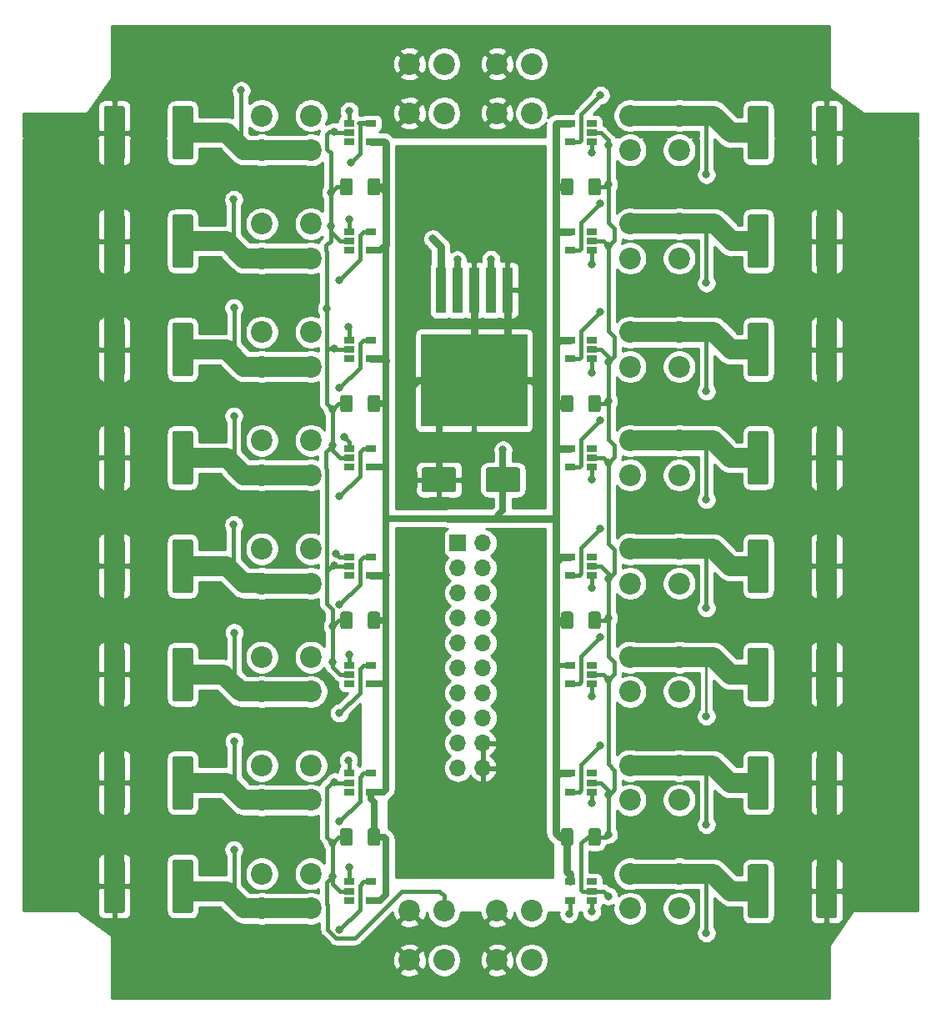
<source format=gbr>
G04 #@! TF.GenerationSoftware,KiCad,Pcbnew,(5.1.0)-1*
G04 #@! TF.CreationDate,2021-04-27T00:48:40+02:00*
G04 #@! TF.ProjectId,Magnetsteuerung,4d61676e-6574-4737-9465-756572756e67,rev?*
G04 #@! TF.SameCoordinates,Original*
G04 #@! TF.FileFunction,Copper,L2,Bot*
G04 #@! TF.FilePolarity,Positive*
%FSLAX46Y46*%
G04 Gerber Fmt 4.6, Leading zero omitted, Abs format (unit mm)*
G04 Created by KiCad (PCBNEW (5.1.0)-1) date 2021-04-27 00:48:40*
%MOMM*%
%LPD*%
G04 APERTURE LIST*
%ADD10R,1.060000X0.650000*%
%ADD11O,1.700000X1.700000*%
%ADD12R,1.700000X1.700000*%
%ADD13C,2.200000*%
%ADD14C,0.100000*%
%ADD15C,2.100000*%
%ADD16C,1.250000*%
%ADD17R,10.800000X9.400000*%
%ADD18R,1.100000X4.600000*%
%ADD19C,2.500000*%
%ADD20C,0.800000*%
%ADD21C,2.000000*%
%ADD22C,0.400000*%
%ADD23C,0.800000*%
%ADD24C,0.700000*%
%ADD25C,0.500000*%
%ADD26C,0.250000*%
%ADD27C,0.254000*%
G04 APERTURE END LIST*
D10*
X145100000Y-96550000D03*
X145100000Y-98450000D03*
X147300000Y-98450000D03*
X147300000Y-97500000D03*
X147300000Y-96550000D03*
X145100000Y-63550000D03*
X145100000Y-65450000D03*
X147300000Y-65450000D03*
X147300000Y-64500000D03*
X147300000Y-63550000D03*
X145100000Y-118550000D03*
X145100000Y-120450000D03*
X147300000Y-120450000D03*
X147300000Y-119500000D03*
X147300000Y-118550000D03*
X145100000Y-85550000D03*
X145100000Y-87450000D03*
X147300000Y-87450000D03*
X147300000Y-86500000D03*
X147300000Y-85550000D03*
X145100000Y-52550000D03*
X145100000Y-54450000D03*
X147300000Y-54450000D03*
X147300000Y-53500000D03*
X147300000Y-52550000D03*
X145100000Y-107550000D03*
X145100000Y-109450000D03*
X147300000Y-109450000D03*
X147300000Y-108500000D03*
X147300000Y-107550000D03*
X145100000Y-74550000D03*
X145100000Y-76450000D03*
X147300000Y-76450000D03*
X147300000Y-75500000D03*
X147300000Y-74550000D03*
X145100000Y-41550000D03*
X145100000Y-43450000D03*
X147300000Y-43450000D03*
X147300000Y-42500000D03*
X147300000Y-41550000D03*
X124900000Y-65450000D03*
X124900000Y-63550000D03*
X122700000Y-63550000D03*
X122700000Y-64500000D03*
X122700000Y-65450000D03*
X124900000Y-98450000D03*
X124900000Y-96550000D03*
X122700000Y-96550000D03*
X122700000Y-97500000D03*
X122700000Y-98450000D03*
X124900000Y-43450000D03*
X124900000Y-41550000D03*
X122700000Y-41550000D03*
X122700000Y-42500000D03*
X122700000Y-43450000D03*
X124900000Y-109450000D03*
X124900000Y-107550000D03*
X122700000Y-107550000D03*
X122700000Y-108500000D03*
X122700000Y-109450000D03*
X124900000Y-76450000D03*
X124900000Y-74550000D03*
X122700000Y-74550000D03*
X122700000Y-75500000D03*
X122700000Y-76450000D03*
X124900000Y-54450000D03*
X124900000Y-52550000D03*
X122700000Y-52550000D03*
X122700000Y-53500000D03*
X122700000Y-54450000D03*
X124900000Y-87450000D03*
X124900000Y-85550000D03*
X122700000Y-85550000D03*
X122700000Y-86500000D03*
X122700000Y-87450000D03*
X124900000Y-120450000D03*
X124900000Y-118550000D03*
X122700000Y-118550000D03*
X122700000Y-119500000D03*
X122700000Y-120450000D03*
D11*
X133725000Y-89225000D03*
X133725000Y-96845000D03*
X133725000Y-101925000D03*
X136265000Y-104465000D03*
X133725000Y-107005000D03*
X133725000Y-86685000D03*
X136265000Y-89225000D03*
X133725000Y-91765000D03*
X136265000Y-91765000D03*
X133725000Y-94305000D03*
X136265000Y-94305000D03*
X136265000Y-86685000D03*
D12*
X133725000Y-84145000D03*
D11*
X136265000Y-96845000D03*
X136265000Y-101925000D03*
X133725000Y-104465000D03*
X136265000Y-107005000D03*
X136265000Y-84145000D03*
X133725000Y-99385000D03*
X136265000Y-99385000D03*
D13*
X151200000Y-99250000D03*
X156200000Y-99250000D03*
X156200000Y-95750000D03*
X151200000Y-95750000D03*
X151200000Y-66250000D03*
X156200000Y-66250000D03*
X156200000Y-62750000D03*
X151200000Y-62750000D03*
X151200000Y-121250000D03*
X156200000Y-121250000D03*
X156200000Y-117750000D03*
X151200000Y-117750000D03*
X151200000Y-88250000D03*
X156200000Y-88250000D03*
X156200000Y-84750000D03*
X151200000Y-84750000D03*
X151200000Y-55250000D03*
X156200000Y-55250000D03*
X156200000Y-51750000D03*
X151200000Y-51750000D03*
X151200000Y-110250000D03*
X156200000Y-110250000D03*
X156200000Y-106750000D03*
X151200000Y-106750000D03*
X137700000Y-35500000D03*
X137700000Y-40500000D03*
X141200000Y-40500000D03*
X141200000Y-35500000D03*
X128800000Y-35500000D03*
X128800000Y-40500000D03*
X132300000Y-40500000D03*
X132300000Y-35500000D03*
X151200000Y-77250000D03*
X156200000Y-77250000D03*
X156200000Y-73750000D03*
X151200000Y-73750000D03*
X151200000Y-44250000D03*
X156200000Y-44250000D03*
X156200000Y-40750000D03*
X151200000Y-40750000D03*
X141200000Y-126500000D03*
X141200000Y-121500000D03*
X137700000Y-121500000D03*
X137700000Y-126500000D03*
X132300000Y-126500000D03*
X132300000Y-121500000D03*
X128800000Y-121500000D03*
X128800000Y-126500000D03*
X118800000Y-40750000D03*
X113800000Y-40750000D03*
X113800000Y-44250000D03*
X118800000Y-44250000D03*
X118800000Y-51750000D03*
X113800000Y-51750000D03*
X113800000Y-55250000D03*
X118800000Y-55250000D03*
X118800000Y-62750000D03*
X113800000Y-62750000D03*
X113800000Y-66250000D03*
X118800000Y-66250000D03*
X118800000Y-73750000D03*
X113800000Y-73750000D03*
X113800000Y-77250000D03*
X118800000Y-77250000D03*
X118800000Y-84750000D03*
X113800000Y-84750000D03*
X113800000Y-88250000D03*
X118800000Y-88250000D03*
X118800000Y-95750000D03*
X113800000Y-95750000D03*
X113800000Y-99250000D03*
X118800000Y-99250000D03*
X118800000Y-106750000D03*
X113800000Y-106750000D03*
X113800000Y-110250000D03*
X118800000Y-110250000D03*
X118800000Y-117750000D03*
X113800000Y-117750000D03*
X113800000Y-121250000D03*
X118800000Y-121250000D03*
D14*
G36*
X165049504Y-94776204D02*
G01*
X165073773Y-94779804D01*
X165097571Y-94785765D01*
X165120671Y-94794030D01*
X165142849Y-94804520D01*
X165163893Y-94817133D01*
X165183598Y-94831747D01*
X165201777Y-94848223D01*
X165218253Y-94866402D01*
X165232867Y-94886107D01*
X165245480Y-94907151D01*
X165255970Y-94929329D01*
X165264235Y-94952429D01*
X165270196Y-94976227D01*
X165273796Y-95000496D01*
X165275000Y-95025000D01*
X165275000Y-99975000D01*
X165273796Y-99999504D01*
X165270196Y-100023773D01*
X165264235Y-100047571D01*
X165255970Y-100070671D01*
X165245480Y-100092849D01*
X165232867Y-100113893D01*
X165218253Y-100133598D01*
X165201777Y-100151777D01*
X165183598Y-100168253D01*
X165163893Y-100182867D01*
X165142849Y-100195480D01*
X165120671Y-100205970D01*
X165097571Y-100214235D01*
X165073773Y-100220196D01*
X165049504Y-100223796D01*
X165025000Y-100225000D01*
X163425000Y-100225000D01*
X163400496Y-100223796D01*
X163376227Y-100220196D01*
X163352429Y-100214235D01*
X163329329Y-100205970D01*
X163307151Y-100195480D01*
X163286107Y-100182867D01*
X163266402Y-100168253D01*
X163248223Y-100151777D01*
X163231747Y-100133598D01*
X163217133Y-100113893D01*
X163204520Y-100092849D01*
X163194030Y-100070671D01*
X163185765Y-100047571D01*
X163179804Y-100023773D01*
X163176204Y-99999504D01*
X163175000Y-99975000D01*
X163175000Y-95025000D01*
X163176204Y-95000496D01*
X163179804Y-94976227D01*
X163185765Y-94952429D01*
X163194030Y-94929329D01*
X163204520Y-94907151D01*
X163217133Y-94886107D01*
X163231747Y-94866402D01*
X163248223Y-94848223D01*
X163266402Y-94831747D01*
X163286107Y-94817133D01*
X163307151Y-94804520D01*
X163329329Y-94794030D01*
X163352429Y-94785765D01*
X163376227Y-94779804D01*
X163400496Y-94776204D01*
X163425000Y-94775000D01*
X165025000Y-94775000D01*
X165049504Y-94776204D01*
X165049504Y-94776204D01*
G37*
D15*
X164225000Y-97500000D03*
D14*
G36*
X171999504Y-94776204D02*
G01*
X172023773Y-94779804D01*
X172047571Y-94785765D01*
X172070671Y-94794030D01*
X172092849Y-94804520D01*
X172113893Y-94817133D01*
X172133598Y-94831747D01*
X172151777Y-94848223D01*
X172168253Y-94866402D01*
X172182867Y-94886107D01*
X172195480Y-94907151D01*
X172205970Y-94929329D01*
X172214235Y-94952429D01*
X172220196Y-94976227D01*
X172223796Y-95000496D01*
X172225000Y-95025000D01*
X172225000Y-99975000D01*
X172223796Y-99999504D01*
X172220196Y-100023773D01*
X172214235Y-100047571D01*
X172205970Y-100070671D01*
X172195480Y-100092849D01*
X172182867Y-100113893D01*
X172168253Y-100133598D01*
X172151777Y-100151777D01*
X172133598Y-100168253D01*
X172113893Y-100182867D01*
X172092849Y-100195480D01*
X172070671Y-100205970D01*
X172047571Y-100214235D01*
X172023773Y-100220196D01*
X171999504Y-100223796D01*
X171975000Y-100225000D01*
X170375000Y-100225000D01*
X170350496Y-100223796D01*
X170326227Y-100220196D01*
X170302429Y-100214235D01*
X170279329Y-100205970D01*
X170257151Y-100195480D01*
X170236107Y-100182867D01*
X170216402Y-100168253D01*
X170198223Y-100151777D01*
X170181747Y-100133598D01*
X170167133Y-100113893D01*
X170154520Y-100092849D01*
X170144030Y-100070671D01*
X170135765Y-100047571D01*
X170129804Y-100023773D01*
X170126204Y-99999504D01*
X170125000Y-99975000D01*
X170125000Y-95025000D01*
X170126204Y-95000496D01*
X170129804Y-94976227D01*
X170135765Y-94952429D01*
X170144030Y-94929329D01*
X170154520Y-94907151D01*
X170167133Y-94886107D01*
X170181747Y-94866402D01*
X170198223Y-94848223D01*
X170216402Y-94831747D01*
X170236107Y-94817133D01*
X170257151Y-94804520D01*
X170279329Y-94794030D01*
X170302429Y-94785765D01*
X170326227Y-94779804D01*
X170350496Y-94776204D01*
X170375000Y-94775000D01*
X171975000Y-94775000D01*
X171999504Y-94776204D01*
X171999504Y-94776204D01*
G37*
D15*
X171175000Y-97500000D03*
D14*
G36*
X165049504Y-61776204D02*
G01*
X165073773Y-61779804D01*
X165097571Y-61785765D01*
X165120671Y-61794030D01*
X165142849Y-61804520D01*
X165163893Y-61817133D01*
X165183598Y-61831747D01*
X165201777Y-61848223D01*
X165218253Y-61866402D01*
X165232867Y-61886107D01*
X165245480Y-61907151D01*
X165255970Y-61929329D01*
X165264235Y-61952429D01*
X165270196Y-61976227D01*
X165273796Y-62000496D01*
X165275000Y-62025000D01*
X165275000Y-66975000D01*
X165273796Y-66999504D01*
X165270196Y-67023773D01*
X165264235Y-67047571D01*
X165255970Y-67070671D01*
X165245480Y-67092849D01*
X165232867Y-67113893D01*
X165218253Y-67133598D01*
X165201777Y-67151777D01*
X165183598Y-67168253D01*
X165163893Y-67182867D01*
X165142849Y-67195480D01*
X165120671Y-67205970D01*
X165097571Y-67214235D01*
X165073773Y-67220196D01*
X165049504Y-67223796D01*
X165025000Y-67225000D01*
X163425000Y-67225000D01*
X163400496Y-67223796D01*
X163376227Y-67220196D01*
X163352429Y-67214235D01*
X163329329Y-67205970D01*
X163307151Y-67195480D01*
X163286107Y-67182867D01*
X163266402Y-67168253D01*
X163248223Y-67151777D01*
X163231747Y-67133598D01*
X163217133Y-67113893D01*
X163204520Y-67092849D01*
X163194030Y-67070671D01*
X163185765Y-67047571D01*
X163179804Y-67023773D01*
X163176204Y-66999504D01*
X163175000Y-66975000D01*
X163175000Y-62025000D01*
X163176204Y-62000496D01*
X163179804Y-61976227D01*
X163185765Y-61952429D01*
X163194030Y-61929329D01*
X163204520Y-61907151D01*
X163217133Y-61886107D01*
X163231747Y-61866402D01*
X163248223Y-61848223D01*
X163266402Y-61831747D01*
X163286107Y-61817133D01*
X163307151Y-61804520D01*
X163329329Y-61794030D01*
X163352429Y-61785765D01*
X163376227Y-61779804D01*
X163400496Y-61776204D01*
X163425000Y-61775000D01*
X165025000Y-61775000D01*
X165049504Y-61776204D01*
X165049504Y-61776204D01*
G37*
D15*
X164225000Y-64500000D03*
D14*
G36*
X171999504Y-61776204D02*
G01*
X172023773Y-61779804D01*
X172047571Y-61785765D01*
X172070671Y-61794030D01*
X172092849Y-61804520D01*
X172113893Y-61817133D01*
X172133598Y-61831747D01*
X172151777Y-61848223D01*
X172168253Y-61866402D01*
X172182867Y-61886107D01*
X172195480Y-61907151D01*
X172205970Y-61929329D01*
X172214235Y-61952429D01*
X172220196Y-61976227D01*
X172223796Y-62000496D01*
X172225000Y-62025000D01*
X172225000Y-66975000D01*
X172223796Y-66999504D01*
X172220196Y-67023773D01*
X172214235Y-67047571D01*
X172205970Y-67070671D01*
X172195480Y-67092849D01*
X172182867Y-67113893D01*
X172168253Y-67133598D01*
X172151777Y-67151777D01*
X172133598Y-67168253D01*
X172113893Y-67182867D01*
X172092849Y-67195480D01*
X172070671Y-67205970D01*
X172047571Y-67214235D01*
X172023773Y-67220196D01*
X171999504Y-67223796D01*
X171975000Y-67225000D01*
X170375000Y-67225000D01*
X170350496Y-67223796D01*
X170326227Y-67220196D01*
X170302429Y-67214235D01*
X170279329Y-67205970D01*
X170257151Y-67195480D01*
X170236107Y-67182867D01*
X170216402Y-67168253D01*
X170198223Y-67151777D01*
X170181747Y-67133598D01*
X170167133Y-67113893D01*
X170154520Y-67092849D01*
X170144030Y-67070671D01*
X170135765Y-67047571D01*
X170129804Y-67023773D01*
X170126204Y-66999504D01*
X170125000Y-66975000D01*
X170125000Y-62025000D01*
X170126204Y-62000496D01*
X170129804Y-61976227D01*
X170135765Y-61952429D01*
X170144030Y-61929329D01*
X170154520Y-61907151D01*
X170167133Y-61886107D01*
X170181747Y-61866402D01*
X170198223Y-61848223D01*
X170216402Y-61831747D01*
X170236107Y-61817133D01*
X170257151Y-61804520D01*
X170279329Y-61794030D01*
X170302429Y-61785765D01*
X170326227Y-61779804D01*
X170350496Y-61776204D01*
X170375000Y-61775000D01*
X171975000Y-61775000D01*
X171999504Y-61776204D01*
X171999504Y-61776204D01*
G37*
D15*
X171175000Y-64500000D03*
D14*
G36*
X165049504Y-116776204D02*
G01*
X165073773Y-116779804D01*
X165097571Y-116785765D01*
X165120671Y-116794030D01*
X165142849Y-116804520D01*
X165163893Y-116817133D01*
X165183598Y-116831747D01*
X165201777Y-116848223D01*
X165218253Y-116866402D01*
X165232867Y-116886107D01*
X165245480Y-116907151D01*
X165255970Y-116929329D01*
X165264235Y-116952429D01*
X165270196Y-116976227D01*
X165273796Y-117000496D01*
X165275000Y-117025000D01*
X165275000Y-121975000D01*
X165273796Y-121999504D01*
X165270196Y-122023773D01*
X165264235Y-122047571D01*
X165255970Y-122070671D01*
X165245480Y-122092849D01*
X165232867Y-122113893D01*
X165218253Y-122133598D01*
X165201777Y-122151777D01*
X165183598Y-122168253D01*
X165163893Y-122182867D01*
X165142849Y-122195480D01*
X165120671Y-122205970D01*
X165097571Y-122214235D01*
X165073773Y-122220196D01*
X165049504Y-122223796D01*
X165025000Y-122225000D01*
X163425000Y-122225000D01*
X163400496Y-122223796D01*
X163376227Y-122220196D01*
X163352429Y-122214235D01*
X163329329Y-122205970D01*
X163307151Y-122195480D01*
X163286107Y-122182867D01*
X163266402Y-122168253D01*
X163248223Y-122151777D01*
X163231747Y-122133598D01*
X163217133Y-122113893D01*
X163204520Y-122092849D01*
X163194030Y-122070671D01*
X163185765Y-122047571D01*
X163179804Y-122023773D01*
X163176204Y-121999504D01*
X163175000Y-121975000D01*
X163175000Y-117025000D01*
X163176204Y-117000496D01*
X163179804Y-116976227D01*
X163185765Y-116952429D01*
X163194030Y-116929329D01*
X163204520Y-116907151D01*
X163217133Y-116886107D01*
X163231747Y-116866402D01*
X163248223Y-116848223D01*
X163266402Y-116831747D01*
X163286107Y-116817133D01*
X163307151Y-116804520D01*
X163329329Y-116794030D01*
X163352429Y-116785765D01*
X163376227Y-116779804D01*
X163400496Y-116776204D01*
X163425000Y-116775000D01*
X165025000Y-116775000D01*
X165049504Y-116776204D01*
X165049504Y-116776204D01*
G37*
D15*
X164225000Y-119500000D03*
D14*
G36*
X171999504Y-116776204D02*
G01*
X172023773Y-116779804D01*
X172047571Y-116785765D01*
X172070671Y-116794030D01*
X172092849Y-116804520D01*
X172113893Y-116817133D01*
X172133598Y-116831747D01*
X172151777Y-116848223D01*
X172168253Y-116866402D01*
X172182867Y-116886107D01*
X172195480Y-116907151D01*
X172205970Y-116929329D01*
X172214235Y-116952429D01*
X172220196Y-116976227D01*
X172223796Y-117000496D01*
X172225000Y-117025000D01*
X172225000Y-121975000D01*
X172223796Y-121999504D01*
X172220196Y-122023773D01*
X172214235Y-122047571D01*
X172205970Y-122070671D01*
X172195480Y-122092849D01*
X172182867Y-122113893D01*
X172168253Y-122133598D01*
X172151777Y-122151777D01*
X172133598Y-122168253D01*
X172113893Y-122182867D01*
X172092849Y-122195480D01*
X172070671Y-122205970D01*
X172047571Y-122214235D01*
X172023773Y-122220196D01*
X171999504Y-122223796D01*
X171975000Y-122225000D01*
X170375000Y-122225000D01*
X170350496Y-122223796D01*
X170326227Y-122220196D01*
X170302429Y-122214235D01*
X170279329Y-122205970D01*
X170257151Y-122195480D01*
X170236107Y-122182867D01*
X170216402Y-122168253D01*
X170198223Y-122151777D01*
X170181747Y-122133598D01*
X170167133Y-122113893D01*
X170154520Y-122092849D01*
X170144030Y-122070671D01*
X170135765Y-122047571D01*
X170129804Y-122023773D01*
X170126204Y-121999504D01*
X170125000Y-121975000D01*
X170125000Y-117025000D01*
X170126204Y-117000496D01*
X170129804Y-116976227D01*
X170135765Y-116952429D01*
X170144030Y-116929329D01*
X170154520Y-116907151D01*
X170167133Y-116886107D01*
X170181747Y-116866402D01*
X170198223Y-116848223D01*
X170216402Y-116831747D01*
X170236107Y-116817133D01*
X170257151Y-116804520D01*
X170279329Y-116794030D01*
X170302429Y-116785765D01*
X170326227Y-116779804D01*
X170350496Y-116776204D01*
X170375000Y-116775000D01*
X171975000Y-116775000D01*
X171999504Y-116776204D01*
X171999504Y-116776204D01*
G37*
D15*
X171175000Y-119500000D03*
D14*
G36*
X165049504Y-83776204D02*
G01*
X165073773Y-83779804D01*
X165097571Y-83785765D01*
X165120671Y-83794030D01*
X165142849Y-83804520D01*
X165163893Y-83817133D01*
X165183598Y-83831747D01*
X165201777Y-83848223D01*
X165218253Y-83866402D01*
X165232867Y-83886107D01*
X165245480Y-83907151D01*
X165255970Y-83929329D01*
X165264235Y-83952429D01*
X165270196Y-83976227D01*
X165273796Y-84000496D01*
X165275000Y-84025000D01*
X165275000Y-88975000D01*
X165273796Y-88999504D01*
X165270196Y-89023773D01*
X165264235Y-89047571D01*
X165255970Y-89070671D01*
X165245480Y-89092849D01*
X165232867Y-89113893D01*
X165218253Y-89133598D01*
X165201777Y-89151777D01*
X165183598Y-89168253D01*
X165163893Y-89182867D01*
X165142849Y-89195480D01*
X165120671Y-89205970D01*
X165097571Y-89214235D01*
X165073773Y-89220196D01*
X165049504Y-89223796D01*
X165025000Y-89225000D01*
X163425000Y-89225000D01*
X163400496Y-89223796D01*
X163376227Y-89220196D01*
X163352429Y-89214235D01*
X163329329Y-89205970D01*
X163307151Y-89195480D01*
X163286107Y-89182867D01*
X163266402Y-89168253D01*
X163248223Y-89151777D01*
X163231747Y-89133598D01*
X163217133Y-89113893D01*
X163204520Y-89092849D01*
X163194030Y-89070671D01*
X163185765Y-89047571D01*
X163179804Y-89023773D01*
X163176204Y-88999504D01*
X163175000Y-88975000D01*
X163175000Y-84025000D01*
X163176204Y-84000496D01*
X163179804Y-83976227D01*
X163185765Y-83952429D01*
X163194030Y-83929329D01*
X163204520Y-83907151D01*
X163217133Y-83886107D01*
X163231747Y-83866402D01*
X163248223Y-83848223D01*
X163266402Y-83831747D01*
X163286107Y-83817133D01*
X163307151Y-83804520D01*
X163329329Y-83794030D01*
X163352429Y-83785765D01*
X163376227Y-83779804D01*
X163400496Y-83776204D01*
X163425000Y-83775000D01*
X165025000Y-83775000D01*
X165049504Y-83776204D01*
X165049504Y-83776204D01*
G37*
D15*
X164225000Y-86500000D03*
D14*
G36*
X171999504Y-83776204D02*
G01*
X172023773Y-83779804D01*
X172047571Y-83785765D01*
X172070671Y-83794030D01*
X172092849Y-83804520D01*
X172113893Y-83817133D01*
X172133598Y-83831747D01*
X172151777Y-83848223D01*
X172168253Y-83866402D01*
X172182867Y-83886107D01*
X172195480Y-83907151D01*
X172205970Y-83929329D01*
X172214235Y-83952429D01*
X172220196Y-83976227D01*
X172223796Y-84000496D01*
X172225000Y-84025000D01*
X172225000Y-88975000D01*
X172223796Y-88999504D01*
X172220196Y-89023773D01*
X172214235Y-89047571D01*
X172205970Y-89070671D01*
X172195480Y-89092849D01*
X172182867Y-89113893D01*
X172168253Y-89133598D01*
X172151777Y-89151777D01*
X172133598Y-89168253D01*
X172113893Y-89182867D01*
X172092849Y-89195480D01*
X172070671Y-89205970D01*
X172047571Y-89214235D01*
X172023773Y-89220196D01*
X171999504Y-89223796D01*
X171975000Y-89225000D01*
X170375000Y-89225000D01*
X170350496Y-89223796D01*
X170326227Y-89220196D01*
X170302429Y-89214235D01*
X170279329Y-89205970D01*
X170257151Y-89195480D01*
X170236107Y-89182867D01*
X170216402Y-89168253D01*
X170198223Y-89151777D01*
X170181747Y-89133598D01*
X170167133Y-89113893D01*
X170154520Y-89092849D01*
X170144030Y-89070671D01*
X170135765Y-89047571D01*
X170129804Y-89023773D01*
X170126204Y-88999504D01*
X170125000Y-88975000D01*
X170125000Y-84025000D01*
X170126204Y-84000496D01*
X170129804Y-83976227D01*
X170135765Y-83952429D01*
X170144030Y-83929329D01*
X170154520Y-83907151D01*
X170167133Y-83886107D01*
X170181747Y-83866402D01*
X170198223Y-83848223D01*
X170216402Y-83831747D01*
X170236107Y-83817133D01*
X170257151Y-83804520D01*
X170279329Y-83794030D01*
X170302429Y-83785765D01*
X170326227Y-83779804D01*
X170350496Y-83776204D01*
X170375000Y-83775000D01*
X171975000Y-83775000D01*
X171999504Y-83776204D01*
X171999504Y-83776204D01*
G37*
D15*
X171175000Y-86500000D03*
D14*
G36*
X165049504Y-50776204D02*
G01*
X165073773Y-50779804D01*
X165097571Y-50785765D01*
X165120671Y-50794030D01*
X165142849Y-50804520D01*
X165163893Y-50817133D01*
X165183598Y-50831747D01*
X165201777Y-50848223D01*
X165218253Y-50866402D01*
X165232867Y-50886107D01*
X165245480Y-50907151D01*
X165255970Y-50929329D01*
X165264235Y-50952429D01*
X165270196Y-50976227D01*
X165273796Y-51000496D01*
X165275000Y-51025000D01*
X165275000Y-55975000D01*
X165273796Y-55999504D01*
X165270196Y-56023773D01*
X165264235Y-56047571D01*
X165255970Y-56070671D01*
X165245480Y-56092849D01*
X165232867Y-56113893D01*
X165218253Y-56133598D01*
X165201777Y-56151777D01*
X165183598Y-56168253D01*
X165163893Y-56182867D01*
X165142849Y-56195480D01*
X165120671Y-56205970D01*
X165097571Y-56214235D01*
X165073773Y-56220196D01*
X165049504Y-56223796D01*
X165025000Y-56225000D01*
X163425000Y-56225000D01*
X163400496Y-56223796D01*
X163376227Y-56220196D01*
X163352429Y-56214235D01*
X163329329Y-56205970D01*
X163307151Y-56195480D01*
X163286107Y-56182867D01*
X163266402Y-56168253D01*
X163248223Y-56151777D01*
X163231747Y-56133598D01*
X163217133Y-56113893D01*
X163204520Y-56092849D01*
X163194030Y-56070671D01*
X163185765Y-56047571D01*
X163179804Y-56023773D01*
X163176204Y-55999504D01*
X163175000Y-55975000D01*
X163175000Y-51025000D01*
X163176204Y-51000496D01*
X163179804Y-50976227D01*
X163185765Y-50952429D01*
X163194030Y-50929329D01*
X163204520Y-50907151D01*
X163217133Y-50886107D01*
X163231747Y-50866402D01*
X163248223Y-50848223D01*
X163266402Y-50831747D01*
X163286107Y-50817133D01*
X163307151Y-50804520D01*
X163329329Y-50794030D01*
X163352429Y-50785765D01*
X163376227Y-50779804D01*
X163400496Y-50776204D01*
X163425000Y-50775000D01*
X165025000Y-50775000D01*
X165049504Y-50776204D01*
X165049504Y-50776204D01*
G37*
D15*
X164225000Y-53500000D03*
D14*
G36*
X171999504Y-50776204D02*
G01*
X172023773Y-50779804D01*
X172047571Y-50785765D01*
X172070671Y-50794030D01*
X172092849Y-50804520D01*
X172113893Y-50817133D01*
X172133598Y-50831747D01*
X172151777Y-50848223D01*
X172168253Y-50866402D01*
X172182867Y-50886107D01*
X172195480Y-50907151D01*
X172205970Y-50929329D01*
X172214235Y-50952429D01*
X172220196Y-50976227D01*
X172223796Y-51000496D01*
X172225000Y-51025000D01*
X172225000Y-55975000D01*
X172223796Y-55999504D01*
X172220196Y-56023773D01*
X172214235Y-56047571D01*
X172205970Y-56070671D01*
X172195480Y-56092849D01*
X172182867Y-56113893D01*
X172168253Y-56133598D01*
X172151777Y-56151777D01*
X172133598Y-56168253D01*
X172113893Y-56182867D01*
X172092849Y-56195480D01*
X172070671Y-56205970D01*
X172047571Y-56214235D01*
X172023773Y-56220196D01*
X171999504Y-56223796D01*
X171975000Y-56225000D01*
X170375000Y-56225000D01*
X170350496Y-56223796D01*
X170326227Y-56220196D01*
X170302429Y-56214235D01*
X170279329Y-56205970D01*
X170257151Y-56195480D01*
X170236107Y-56182867D01*
X170216402Y-56168253D01*
X170198223Y-56151777D01*
X170181747Y-56133598D01*
X170167133Y-56113893D01*
X170154520Y-56092849D01*
X170144030Y-56070671D01*
X170135765Y-56047571D01*
X170129804Y-56023773D01*
X170126204Y-55999504D01*
X170125000Y-55975000D01*
X170125000Y-51025000D01*
X170126204Y-51000496D01*
X170129804Y-50976227D01*
X170135765Y-50952429D01*
X170144030Y-50929329D01*
X170154520Y-50907151D01*
X170167133Y-50886107D01*
X170181747Y-50866402D01*
X170198223Y-50848223D01*
X170216402Y-50831747D01*
X170236107Y-50817133D01*
X170257151Y-50804520D01*
X170279329Y-50794030D01*
X170302429Y-50785765D01*
X170326227Y-50779804D01*
X170350496Y-50776204D01*
X170375000Y-50775000D01*
X171975000Y-50775000D01*
X171999504Y-50776204D01*
X171999504Y-50776204D01*
G37*
D15*
X171175000Y-53500000D03*
D14*
G36*
X165049504Y-105776204D02*
G01*
X165073773Y-105779804D01*
X165097571Y-105785765D01*
X165120671Y-105794030D01*
X165142849Y-105804520D01*
X165163893Y-105817133D01*
X165183598Y-105831747D01*
X165201777Y-105848223D01*
X165218253Y-105866402D01*
X165232867Y-105886107D01*
X165245480Y-105907151D01*
X165255970Y-105929329D01*
X165264235Y-105952429D01*
X165270196Y-105976227D01*
X165273796Y-106000496D01*
X165275000Y-106025000D01*
X165275000Y-110975000D01*
X165273796Y-110999504D01*
X165270196Y-111023773D01*
X165264235Y-111047571D01*
X165255970Y-111070671D01*
X165245480Y-111092849D01*
X165232867Y-111113893D01*
X165218253Y-111133598D01*
X165201777Y-111151777D01*
X165183598Y-111168253D01*
X165163893Y-111182867D01*
X165142849Y-111195480D01*
X165120671Y-111205970D01*
X165097571Y-111214235D01*
X165073773Y-111220196D01*
X165049504Y-111223796D01*
X165025000Y-111225000D01*
X163425000Y-111225000D01*
X163400496Y-111223796D01*
X163376227Y-111220196D01*
X163352429Y-111214235D01*
X163329329Y-111205970D01*
X163307151Y-111195480D01*
X163286107Y-111182867D01*
X163266402Y-111168253D01*
X163248223Y-111151777D01*
X163231747Y-111133598D01*
X163217133Y-111113893D01*
X163204520Y-111092849D01*
X163194030Y-111070671D01*
X163185765Y-111047571D01*
X163179804Y-111023773D01*
X163176204Y-110999504D01*
X163175000Y-110975000D01*
X163175000Y-106025000D01*
X163176204Y-106000496D01*
X163179804Y-105976227D01*
X163185765Y-105952429D01*
X163194030Y-105929329D01*
X163204520Y-105907151D01*
X163217133Y-105886107D01*
X163231747Y-105866402D01*
X163248223Y-105848223D01*
X163266402Y-105831747D01*
X163286107Y-105817133D01*
X163307151Y-105804520D01*
X163329329Y-105794030D01*
X163352429Y-105785765D01*
X163376227Y-105779804D01*
X163400496Y-105776204D01*
X163425000Y-105775000D01*
X165025000Y-105775000D01*
X165049504Y-105776204D01*
X165049504Y-105776204D01*
G37*
D15*
X164225000Y-108500000D03*
D14*
G36*
X171999504Y-105776204D02*
G01*
X172023773Y-105779804D01*
X172047571Y-105785765D01*
X172070671Y-105794030D01*
X172092849Y-105804520D01*
X172113893Y-105817133D01*
X172133598Y-105831747D01*
X172151777Y-105848223D01*
X172168253Y-105866402D01*
X172182867Y-105886107D01*
X172195480Y-105907151D01*
X172205970Y-105929329D01*
X172214235Y-105952429D01*
X172220196Y-105976227D01*
X172223796Y-106000496D01*
X172225000Y-106025000D01*
X172225000Y-110975000D01*
X172223796Y-110999504D01*
X172220196Y-111023773D01*
X172214235Y-111047571D01*
X172205970Y-111070671D01*
X172195480Y-111092849D01*
X172182867Y-111113893D01*
X172168253Y-111133598D01*
X172151777Y-111151777D01*
X172133598Y-111168253D01*
X172113893Y-111182867D01*
X172092849Y-111195480D01*
X172070671Y-111205970D01*
X172047571Y-111214235D01*
X172023773Y-111220196D01*
X171999504Y-111223796D01*
X171975000Y-111225000D01*
X170375000Y-111225000D01*
X170350496Y-111223796D01*
X170326227Y-111220196D01*
X170302429Y-111214235D01*
X170279329Y-111205970D01*
X170257151Y-111195480D01*
X170236107Y-111182867D01*
X170216402Y-111168253D01*
X170198223Y-111151777D01*
X170181747Y-111133598D01*
X170167133Y-111113893D01*
X170154520Y-111092849D01*
X170144030Y-111070671D01*
X170135765Y-111047571D01*
X170129804Y-111023773D01*
X170126204Y-110999504D01*
X170125000Y-110975000D01*
X170125000Y-106025000D01*
X170126204Y-106000496D01*
X170129804Y-105976227D01*
X170135765Y-105952429D01*
X170144030Y-105929329D01*
X170154520Y-105907151D01*
X170167133Y-105886107D01*
X170181747Y-105866402D01*
X170198223Y-105848223D01*
X170216402Y-105831747D01*
X170236107Y-105817133D01*
X170257151Y-105804520D01*
X170279329Y-105794030D01*
X170302429Y-105785765D01*
X170326227Y-105779804D01*
X170350496Y-105776204D01*
X170375000Y-105775000D01*
X171975000Y-105775000D01*
X171999504Y-105776204D01*
X171999504Y-105776204D01*
G37*
D15*
X171175000Y-108500000D03*
D14*
G36*
X165049504Y-72776204D02*
G01*
X165073773Y-72779804D01*
X165097571Y-72785765D01*
X165120671Y-72794030D01*
X165142849Y-72804520D01*
X165163893Y-72817133D01*
X165183598Y-72831747D01*
X165201777Y-72848223D01*
X165218253Y-72866402D01*
X165232867Y-72886107D01*
X165245480Y-72907151D01*
X165255970Y-72929329D01*
X165264235Y-72952429D01*
X165270196Y-72976227D01*
X165273796Y-73000496D01*
X165275000Y-73025000D01*
X165275000Y-77975000D01*
X165273796Y-77999504D01*
X165270196Y-78023773D01*
X165264235Y-78047571D01*
X165255970Y-78070671D01*
X165245480Y-78092849D01*
X165232867Y-78113893D01*
X165218253Y-78133598D01*
X165201777Y-78151777D01*
X165183598Y-78168253D01*
X165163893Y-78182867D01*
X165142849Y-78195480D01*
X165120671Y-78205970D01*
X165097571Y-78214235D01*
X165073773Y-78220196D01*
X165049504Y-78223796D01*
X165025000Y-78225000D01*
X163425000Y-78225000D01*
X163400496Y-78223796D01*
X163376227Y-78220196D01*
X163352429Y-78214235D01*
X163329329Y-78205970D01*
X163307151Y-78195480D01*
X163286107Y-78182867D01*
X163266402Y-78168253D01*
X163248223Y-78151777D01*
X163231747Y-78133598D01*
X163217133Y-78113893D01*
X163204520Y-78092849D01*
X163194030Y-78070671D01*
X163185765Y-78047571D01*
X163179804Y-78023773D01*
X163176204Y-77999504D01*
X163175000Y-77975000D01*
X163175000Y-73025000D01*
X163176204Y-73000496D01*
X163179804Y-72976227D01*
X163185765Y-72952429D01*
X163194030Y-72929329D01*
X163204520Y-72907151D01*
X163217133Y-72886107D01*
X163231747Y-72866402D01*
X163248223Y-72848223D01*
X163266402Y-72831747D01*
X163286107Y-72817133D01*
X163307151Y-72804520D01*
X163329329Y-72794030D01*
X163352429Y-72785765D01*
X163376227Y-72779804D01*
X163400496Y-72776204D01*
X163425000Y-72775000D01*
X165025000Y-72775000D01*
X165049504Y-72776204D01*
X165049504Y-72776204D01*
G37*
D15*
X164225000Y-75500000D03*
D14*
G36*
X171999504Y-72776204D02*
G01*
X172023773Y-72779804D01*
X172047571Y-72785765D01*
X172070671Y-72794030D01*
X172092849Y-72804520D01*
X172113893Y-72817133D01*
X172133598Y-72831747D01*
X172151777Y-72848223D01*
X172168253Y-72866402D01*
X172182867Y-72886107D01*
X172195480Y-72907151D01*
X172205970Y-72929329D01*
X172214235Y-72952429D01*
X172220196Y-72976227D01*
X172223796Y-73000496D01*
X172225000Y-73025000D01*
X172225000Y-77975000D01*
X172223796Y-77999504D01*
X172220196Y-78023773D01*
X172214235Y-78047571D01*
X172205970Y-78070671D01*
X172195480Y-78092849D01*
X172182867Y-78113893D01*
X172168253Y-78133598D01*
X172151777Y-78151777D01*
X172133598Y-78168253D01*
X172113893Y-78182867D01*
X172092849Y-78195480D01*
X172070671Y-78205970D01*
X172047571Y-78214235D01*
X172023773Y-78220196D01*
X171999504Y-78223796D01*
X171975000Y-78225000D01*
X170375000Y-78225000D01*
X170350496Y-78223796D01*
X170326227Y-78220196D01*
X170302429Y-78214235D01*
X170279329Y-78205970D01*
X170257151Y-78195480D01*
X170236107Y-78182867D01*
X170216402Y-78168253D01*
X170198223Y-78151777D01*
X170181747Y-78133598D01*
X170167133Y-78113893D01*
X170154520Y-78092849D01*
X170144030Y-78070671D01*
X170135765Y-78047571D01*
X170129804Y-78023773D01*
X170126204Y-77999504D01*
X170125000Y-77975000D01*
X170125000Y-73025000D01*
X170126204Y-73000496D01*
X170129804Y-72976227D01*
X170135765Y-72952429D01*
X170144030Y-72929329D01*
X170154520Y-72907151D01*
X170167133Y-72886107D01*
X170181747Y-72866402D01*
X170198223Y-72848223D01*
X170216402Y-72831747D01*
X170236107Y-72817133D01*
X170257151Y-72804520D01*
X170279329Y-72794030D01*
X170302429Y-72785765D01*
X170326227Y-72779804D01*
X170350496Y-72776204D01*
X170375000Y-72775000D01*
X171975000Y-72775000D01*
X171999504Y-72776204D01*
X171999504Y-72776204D01*
G37*
D15*
X171175000Y-75500000D03*
D14*
G36*
X165049504Y-39776204D02*
G01*
X165073773Y-39779804D01*
X165097571Y-39785765D01*
X165120671Y-39794030D01*
X165142849Y-39804520D01*
X165163893Y-39817133D01*
X165183598Y-39831747D01*
X165201777Y-39848223D01*
X165218253Y-39866402D01*
X165232867Y-39886107D01*
X165245480Y-39907151D01*
X165255970Y-39929329D01*
X165264235Y-39952429D01*
X165270196Y-39976227D01*
X165273796Y-40000496D01*
X165275000Y-40025000D01*
X165275000Y-44975000D01*
X165273796Y-44999504D01*
X165270196Y-45023773D01*
X165264235Y-45047571D01*
X165255970Y-45070671D01*
X165245480Y-45092849D01*
X165232867Y-45113893D01*
X165218253Y-45133598D01*
X165201777Y-45151777D01*
X165183598Y-45168253D01*
X165163893Y-45182867D01*
X165142849Y-45195480D01*
X165120671Y-45205970D01*
X165097571Y-45214235D01*
X165073773Y-45220196D01*
X165049504Y-45223796D01*
X165025000Y-45225000D01*
X163425000Y-45225000D01*
X163400496Y-45223796D01*
X163376227Y-45220196D01*
X163352429Y-45214235D01*
X163329329Y-45205970D01*
X163307151Y-45195480D01*
X163286107Y-45182867D01*
X163266402Y-45168253D01*
X163248223Y-45151777D01*
X163231747Y-45133598D01*
X163217133Y-45113893D01*
X163204520Y-45092849D01*
X163194030Y-45070671D01*
X163185765Y-45047571D01*
X163179804Y-45023773D01*
X163176204Y-44999504D01*
X163175000Y-44975000D01*
X163175000Y-40025000D01*
X163176204Y-40000496D01*
X163179804Y-39976227D01*
X163185765Y-39952429D01*
X163194030Y-39929329D01*
X163204520Y-39907151D01*
X163217133Y-39886107D01*
X163231747Y-39866402D01*
X163248223Y-39848223D01*
X163266402Y-39831747D01*
X163286107Y-39817133D01*
X163307151Y-39804520D01*
X163329329Y-39794030D01*
X163352429Y-39785765D01*
X163376227Y-39779804D01*
X163400496Y-39776204D01*
X163425000Y-39775000D01*
X165025000Y-39775000D01*
X165049504Y-39776204D01*
X165049504Y-39776204D01*
G37*
D15*
X164225000Y-42500000D03*
D14*
G36*
X171999504Y-39776204D02*
G01*
X172023773Y-39779804D01*
X172047571Y-39785765D01*
X172070671Y-39794030D01*
X172092849Y-39804520D01*
X172113893Y-39817133D01*
X172133598Y-39831747D01*
X172151777Y-39848223D01*
X172168253Y-39866402D01*
X172182867Y-39886107D01*
X172195480Y-39907151D01*
X172205970Y-39929329D01*
X172214235Y-39952429D01*
X172220196Y-39976227D01*
X172223796Y-40000496D01*
X172225000Y-40025000D01*
X172225000Y-44975000D01*
X172223796Y-44999504D01*
X172220196Y-45023773D01*
X172214235Y-45047571D01*
X172205970Y-45070671D01*
X172195480Y-45092849D01*
X172182867Y-45113893D01*
X172168253Y-45133598D01*
X172151777Y-45151777D01*
X172133598Y-45168253D01*
X172113893Y-45182867D01*
X172092849Y-45195480D01*
X172070671Y-45205970D01*
X172047571Y-45214235D01*
X172023773Y-45220196D01*
X171999504Y-45223796D01*
X171975000Y-45225000D01*
X170375000Y-45225000D01*
X170350496Y-45223796D01*
X170326227Y-45220196D01*
X170302429Y-45214235D01*
X170279329Y-45205970D01*
X170257151Y-45195480D01*
X170236107Y-45182867D01*
X170216402Y-45168253D01*
X170198223Y-45151777D01*
X170181747Y-45133598D01*
X170167133Y-45113893D01*
X170154520Y-45092849D01*
X170144030Y-45070671D01*
X170135765Y-45047571D01*
X170129804Y-45023773D01*
X170126204Y-44999504D01*
X170125000Y-44975000D01*
X170125000Y-40025000D01*
X170126204Y-40000496D01*
X170129804Y-39976227D01*
X170135765Y-39952429D01*
X170144030Y-39929329D01*
X170154520Y-39907151D01*
X170167133Y-39886107D01*
X170181747Y-39866402D01*
X170198223Y-39848223D01*
X170216402Y-39831747D01*
X170236107Y-39817133D01*
X170257151Y-39804520D01*
X170279329Y-39794030D01*
X170302429Y-39785765D01*
X170326227Y-39779804D01*
X170350496Y-39776204D01*
X170375000Y-39775000D01*
X171975000Y-39775000D01*
X171999504Y-39776204D01*
X171999504Y-39776204D01*
G37*
D15*
X171175000Y-42500000D03*
D14*
G36*
X147999504Y-113126204D02*
G01*
X148023773Y-113129804D01*
X148047571Y-113135765D01*
X148070671Y-113144030D01*
X148092849Y-113154520D01*
X148113893Y-113167133D01*
X148133598Y-113181747D01*
X148151777Y-113198223D01*
X148168253Y-113216402D01*
X148182867Y-113236107D01*
X148195480Y-113257151D01*
X148205970Y-113279329D01*
X148214235Y-113302429D01*
X148220196Y-113326227D01*
X148223796Y-113350496D01*
X148225000Y-113375000D01*
X148225000Y-114625000D01*
X148223796Y-114649504D01*
X148220196Y-114673773D01*
X148214235Y-114697571D01*
X148205970Y-114720671D01*
X148195480Y-114742849D01*
X148182867Y-114763893D01*
X148168253Y-114783598D01*
X148151777Y-114801777D01*
X148133598Y-114818253D01*
X148113893Y-114832867D01*
X148092849Y-114845480D01*
X148070671Y-114855970D01*
X148047571Y-114864235D01*
X148023773Y-114870196D01*
X147999504Y-114873796D01*
X147975000Y-114875000D01*
X147225000Y-114875000D01*
X147200496Y-114873796D01*
X147176227Y-114870196D01*
X147152429Y-114864235D01*
X147129329Y-114855970D01*
X147107151Y-114845480D01*
X147086107Y-114832867D01*
X147066402Y-114818253D01*
X147048223Y-114801777D01*
X147031747Y-114783598D01*
X147017133Y-114763893D01*
X147004520Y-114742849D01*
X146994030Y-114720671D01*
X146985765Y-114697571D01*
X146979804Y-114673773D01*
X146976204Y-114649504D01*
X146975000Y-114625000D01*
X146975000Y-113375000D01*
X146976204Y-113350496D01*
X146979804Y-113326227D01*
X146985765Y-113302429D01*
X146994030Y-113279329D01*
X147004520Y-113257151D01*
X147017133Y-113236107D01*
X147031747Y-113216402D01*
X147048223Y-113198223D01*
X147066402Y-113181747D01*
X147086107Y-113167133D01*
X147107151Y-113154520D01*
X147129329Y-113144030D01*
X147152429Y-113135765D01*
X147176227Y-113129804D01*
X147200496Y-113126204D01*
X147225000Y-113125000D01*
X147975000Y-113125000D01*
X147999504Y-113126204D01*
X147999504Y-113126204D01*
G37*
D16*
X147600000Y-114000000D03*
D14*
G36*
X145199504Y-113126204D02*
G01*
X145223773Y-113129804D01*
X145247571Y-113135765D01*
X145270671Y-113144030D01*
X145292849Y-113154520D01*
X145313893Y-113167133D01*
X145333598Y-113181747D01*
X145351777Y-113198223D01*
X145368253Y-113216402D01*
X145382867Y-113236107D01*
X145395480Y-113257151D01*
X145405970Y-113279329D01*
X145414235Y-113302429D01*
X145420196Y-113326227D01*
X145423796Y-113350496D01*
X145425000Y-113375000D01*
X145425000Y-114625000D01*
X145423796Y-114649504D01*
X145420196Y-114673773D01*
X145414235Y-114697571D01*
X145405970Y-114720671D01*
X145395480Y-114742849D01*
X145382867Y-114763893D01*
X145368253Y-114783598D01*
X145351777Y-114801777D01*
X145333598Y-114818253D01*
X145313893Y-114832867D01*
X145292849Y-114845480D01*
X145270671Y-114855970D01*
X145247571Y-114864235D01*
X145223773Y-114870196D01*
X145199504Y-114873796D01*
X145175000Y-114875000D01*
X144425000Y-114875000D01*
X144400496Y-114873796D01*
X144376227Y-114870196D01*
X144352429Y-114864235D01*
X144329329Y-114855970D01*
X144307151Y-114845480D01*
X144286107Y-114832867D01*
X144266402Y-114818253D01*
X144248223Y-114801777D01*
X144231747Y-114783598D01*
X144217133Y-114763893D01*
X144204520Y-114742849D01*
X144194030Y-114720671D01*
X144185765Y-114697571D01*
X144179804Y-114673773D01*
X144176204Y-114649504D01*
X144175000Y-114625000D01*
X144175000Y-113375000D01*
X144176204Y-113350496D01*
X144179804Y-113326227D01*
X144185765Y-113302429D01*
X144194030Y-113279329D01*
X144204520Y-113257151D01*
X144217133Y-113236107D01*
X144231747Y-113216402D01*
X144248223Y-113198223D01*
X144266402Y-113181747D01*
X144286107Y-113167133D01*
X144307151Y-113154520D01*
X144329329Y-113144030D01*
X144352429Y-113135765D01*
X144376227Y-113129804D01*
X144400496Y-113126204D01*
X144425000Y-113125000D01*
X145175000Y-113125000D01*
X145199504Y-113126204D01*
X145199504Y-113126204D01*
G37*
D16*
X144800000Y-114000000D03*
D14*
G36*
X147999504Y-91126204D02*
G01*
X148023773Y-91129804D01*
X148047571Y-91135765D01*
X148070671Y-91144030D01*
X148092849Y-91154520D01*
X148113893Y-91167133D01*
X148133598Y-91181747D01*
X148151777Y-91198223D01*
X148168253Y-91216402D01*
X148182867Y-91236107D01*
X148195480Y-91257151D01*
X148205970Y-91279329D01*
X148214235Y-91302429D01*
X148220196Y-91326227D01*
X148223796Y-91350496D01*
X148225000Y-91375000D01*
X148225000Y-92625000D01*
X148223796Y-92649504D01*
X148220196Y-92673773D01*
X148214235Y-92697571D01*
X148205970Y-92720671D01*
X148195480Y-92742849D01*
X148182867Y-92763893D01*
X148168253Y-92783598D01*
X148151777Y-92801777D01*
X148133598Y-92818253D01*
X148113893Y-92832867D01*
X148092849Y-92845480D01*
X148070671Y-92855970D01*
X148047571Y-92864235D01*
X148023773Y-92870196D01*
X147999504Y-92873796D01*
X147975000Y-92875000D01*
X147225000Y-92875000D01*
X147200496Y-92873796D01*
X147176227Y-92870196D01*
X147152429Y-92864235D01*
X147129329Y-92855970D01*
X147107151Y-92845480D01*
X147086107Y-92832867D01*
X147066402Y-92818253D01*
X147048223Y-92801777D01*
X147031747Y-92783598D01*
X147017133Y-92763893D01*
X147004520Y-92742849D01*
X146994030Y-92720671D01*
X146985765Y-92697571D01*
X146979804Y-92673773D01*
X146976204Y-92649504D01*
X146975000Y-92625000D01*
X146975000Y-91375000D01*
X146976204Y-91350496D01*
X146979804Y-91326227D01*
X146985765Y-91302429D01*
X146994030Y-91279329D01*
X147004520Y-91257151D01*
X147017133Y-91236107D01*
X147031747Y-91216402D01*
X147048223Y-91198223D01*
X147066402Y-91181747D01*
X147086107Y-91167133D01*
X147107151Y-91154520D01*
X147129329Y-91144030D01*
X147152429Y-91135765D01*
X147176227Y-91129804D01*
X147200496Y-91126204D01*
X147225000Y-91125000D01*
X147975000Y-91125000D01*
X147999504Y-91126204D01*
X147999504Y-91126204D01*
G37*
D16*
X147600000Y-92000000D03*
D14*
G36*
X145199504Y-91126204D02*
G01*
X145223773Y-91129804D01*
X145247571Y-91135765D01*
X145270671Y-91144030D01*
X145292849Y-91154520D01*
X145313893Y-91167133D01*
X145333598Y-91181747D01*
X145351777Y-91198223D01*
X145368253Y-91216402D01*
X145382867Y-91236107D01*
X145395480Y-91257151D01*
X145405970Y-91279329D01*
X145414235Y-91302429D01*
X145420196Y-91326227D01*
X145423796Y-91350496D01*
X145425000Y-91375000D01*
X145425000Y-92625000D01*
X145423796Y-92649504D01*
X145420196Y-92673773D01*
X145414235Y-92697571D01*
X145405970Y-92720671D01*
X145395480Y-92742849D01*
X145382867Y-92763893D01*
X145368253Y-92783598D01*
X145351777Y-92801777D01*
X145333598Y-92818253D01*
X145313893Y-92832867D01*
X145292849Y-92845480D01*
X145270671Y-92855970D01*
X145247571Y-92864235D01*
X145223773Y-92870196D01*
X145199504Y-92873796D01*
X145175000Y-92875000D01*
X144425000Y-92875000D01*
X144400496Y-92873796D01*
X144376227Y-92870196D01*
X144352429Y-92864235D01*
X144329329Y-92855970D01*
X144307151Y-92845480D01*
X144286107Y-92832867D01*
X144266402Y-92818253D01*
X144248223Y-92801777D01*
X144231747Y-92783598D01*
X144217133Y-92763893D01*
X144204520Y-92742849D01*
X144194030Y-92720671D01*
X144185765Y-92697571D01*
X144179804Y-92673773D01*
X144176204Y-92649504D01*
X144175000Y-92625000D01*
X144175000Y-91375000D01*
X144176204Y-91350496D01*
X144179804Y-91326227D01*
X144185765Y-91302429D01*
X144194030Y-91279329D01*
X144204520Y-91257151D01*
X144217133Y-91236107D01*
X144231747Y-91216402D01*
X144248223Y-91198223D01*
X144266402Y-91181747D01*
X144286107Y-91167133D01*
X144307151Y-91154520D01*
X144329329Y-91144030D01*
X144352429Y-91135765D01*
X144376227Y-91129804D01*
X144400496Y-91126204D01*
X144425000Y-91125000D01*
X145175000Y-91125000D01*
X145199504Y-91126204D01*
X145199504Y-91126204D01*
G37*
D16*
X144800000Y-92000000D03*
D14*
G36*
X147999504Y-69126204D02*
G01*
X148023773Y-69129804D01*
X148047571Y-69135765D01*
X148070671Y-69144030D01*
X148092849Y-69154520D01*
X148113893Y-69167133D01*
X148133598Y-69181747D01*
X148151777Y-69198223D01*
X148168253Y-69216402D01*
X148182867Y-69236107D01*
X148195480Y-69257151D01*
X148205970Y-69279329D01*
X148214235Y-69302429D01*
X148220196Y-69326227D01*
X148223796Y-69350496D01*
X148225000Y-69375000D01*
X148225000Y-70625000D01*
X148223796Y-70649504D01*
X148220196Y-70673773D01*
X148214235Y-70697571D01*
X148205970Y-70720671D01*
X148195480Y-70742849D01*
X148182867Y-70763893D01*
X148168253Y-70783598D01*
X148151777Y-70801777D01*
X148133598Y-70818253D01*
X148113893Y-70832867D01*
X148092849Y-70845480D01*
X148070671Y-70855970D01*
X148047571Y-70864235D01*
X148023773Y-70870196D01*
X147999504Y-70873796D01*
X147975000Y-70875000D01*
X147225000Y-70875000D01*
X147200496Y-70873796D01*
X147176227Y-70870196D01*
X147152429Y-70864235D01*
X147129329Y-70855970D01*
X147107151Y-70845480D01*
X147086107Y-70832867D01*
X147066402Y-70818253D01*
X147048223Y-70801777D01*
X147031747Y-70783598D01*
X147017133Y-70763893D01*
X147004520Y-70742849D01*
X146994030Y-70720671D01*
X146985765Y-70697571D01*
X146979804Y-70673773D01*
X146976204Y-70649504D01*
X146975000Y-70625000D01*
X146975000Y-69375000D01*
X146976204Y-69350496D01*
X146979804Y-69326227D01*
X146985765Y-69302429D01*
X146994030Y-69279329D01*
X147004520Y-69257151D01*
X147017133Y-69236107D01*
X147031747Y-69216402D01*
X147048223Y-69198223D01*
X147066402Y-69181747D01*
X147086107Y-69167133D01*
X147107151Y-69154520D01*
X147129329Y-69144030D01*
X147152429Y-69135765D01*
X147176227Y-69129804D01*
X147200496Y-69126204D01*
X147225000Y-69125000D01*
X147975000Y-69125000D01*
X147999504Y-69126204D01*
X147999504Y-69126204D01*
G37*
D16*
X147600000Y-70000000D03*
D14*
G36*
X145199504Y-69126204D02*
G01*
X145223773Y-69129804D01*
X145247571Y-69135765D01*
X145270671Y-69144030D01*
X145292849Y-69154520D01*
X145313893Y-69167133D01*
X145333598Y-69181747D01*
X145351777Y-69198223D01*
X145368253Y-69216402D01*
X145382867Y-69236107D01*
X145395480Y-69257151D01*
X145405970Y-69279329D01*
X145414235Y-69302429D01*
X145420196Y-69326227D01*
X145423796Y-69350496D01*
X145425000Y-69375000D01*
X145425000Y-70625000D01*
X145423796Y-70649504D01*
X145420196Y-70673773D01*
X145414235Y-70697571D01*
X145405970Y-70720671D01*
X145395480Y-70742849D01*
X145382867Y-70763893D01*
X145368253Y-70783598D01*
X145351777Y-70801777D01*
X145333598Y-70818253D01*
X145313893Y-70832867D01*
X145292849Y-70845480D01*
X145270671Y-70855970D01*
X145247571Y-70864235D01*
X145223773Y-70870196D01*
X145199504Y-70873796D01*
X145175000Y-70875000D01*
X144425000Y-70875000D01*
X144400496Y-70873796D01*
X144376227Y-70870196D01*
X144352429Y-70864235D01*
X144329329Y-70855970D01*
X144307151Y-70845480D01*
X144286107Y-70832867D01*
X144266402Y-70818253D01*
X144248223Y-70801777D01*
X144231747Y-70783598D01*
X144217133Y-70763893D01*
X144204520Y-70742849D01*
X144194030Y-70720671D01*
X144185765Y-70697571D01*
X144179804Y-70673773D01*
X144176204Y-70649504D01*
X144175000Y-70625000D01*
X144175000Y-69375000D01*
X144176204Y-69350496D01*
X144179804Y-69326227D01*
X144185765Y-69302429D01*
X144194030Y-69279329D01*
X144204520Y-69257151D01*
X144217133Y-69236107D01*
X144231747Y-69216402D01*
X144248223Y-69198223D01*
X144266402Y-69181747D01*
X144286107Y-69167133D01*
X144307151Y-69154520D01*
X144329329Y-69144030D01*
X144352429Y-69135765D01*
X144376227Y-69129804D01*
X144400496Y-69126204D01*
X144425000Y-69125000D01*
X145175000Y-69125000D01*
X145199504Y-69126204D01*
X145199504Y-69126204D01*
G37*
D16*
X144800000Y-70000000D03*
D14*
G36*
X147999504Y-47126204D02*
G01*
X148023773Y-47129804D01*
X148047571Y-47135765D01*
X148070671Y-47144030D01*
X148092849Y-47154520D01*
X148113893Y-47167133D01*
X148133598Y-47181747D01*
X148151777Y-47198223D01*
X148168253Y-47216402D01*
X148182867Y-47236107D01*
X148195480Y-47257151D01*
X148205970Y-47279329D01*
X148214235Y-47302429D01*
X148220196Y-47326227D01*
X148223796Y-47350496D01*
X148225000Y-47375000D01*
X148225000Y-48625000D01*
X148223796Y-48649504D01*
X148220196Y-48673773D01*
X148214235Y-48697571D01*
X148205970Y-48720671D01*
X148195480Y-48742849D01*
X148182867Y-48763893D01*
X148168253Y-48783598D01*
X148151777Y-48801777D01*
X148133598Y-48818253D01*
X148113893Y-48832867D01*
X148092849Y-48845480D01*
X148070671Y-48855970D01*
X148047571Y-48864235D01*
X148023773Y-48870196D01*
X147999504Y-48873796D01*
X147975000Y-48875000D01*
X147225000Y-48875000D01*
X147200496Y-48873796D01*
X147176227Y-48870196D01*
X147152429Y-48864235D01*
X147129329Y-48855970D01*
X147107151Y-48845480D01*
X147086107Y-48832867D01*
X147066402Y-48818253D01*
X147048223Y-48801777D01*
X147031747Y-48783598D01*
X147017133Y-48763893D01*
X147004520Y-48742849D01*
X146994030Y-48720671D01*
X146985765Y-48697571D01*
X146979804Y-48673773D01*
X146976204Y-48649504D01*
X146975000Y-48625000D01*
X146975000Y-47375000D01*
X146976204Y-47350496D01*
X146979804Y-47326227D01*
X146985765Y-47302429D01*
X146994030Y-47279329D01*
X147004520Y-47257151D01*
X147017133Y-47236107D01*
X147031747Y-47216402D01*
X147048223Y-47198223D01*
X147066402Y-47181747D01*
X147086107Y-47167133D01*
X147107151Y-47154520D01*
X147129329Y-47144030D01*
X147152429Y-47135765D01*
X147176227Y-47129804D01*
X147200496Y-47126204D01*
X147225000Y-47125000D01*
X147975000Y-47125000D01*
X147999504Y-47126204D01*
X147999504Y-47126204D01*
G37*
D16*
X147600000Y-48000000D03*
D14*
G36*
X145199504Y-47126204D02*
G01*
X145223773Y-47129804D01*
X145247571Y-47135765D01*
X145270671Y-47144030D01*
X145292849Y-47154520D01*
X145313893Y-47167133D01*
X145333598Y-47181747D01*
X145351777Y-47198223D01*
X145368253Y-47216402D01*
X145382867Y-47236107D01*
X145395480Y-47257151D01*
X145405970Y-47279329D01*
X145414235Y-47302429D01*
X145420196Y-47326227D01*
X145423796Y-47350496D01*
X145425000Y-47375000D01*
X145425000Y-48625000D01*
X145423796Y-48649504D01*
X145420196Y-48673773D01*
X145414235Y-48697571D01*
X145405970Y-48720671D01*
X145395480Y-48742849D01*
X145382867Y-48763893D01*
X145368253Y-48783598D01*
X145351777Y-48801777D01*
X145333598Y-48818253D01*
X145313893Y-48832867D01*
X145292849Y-48845480D01*
X145270671Y-48855970D01*
X145247571Y-48864235D01*
X145223773Y-48870196D01*
X145199504Y-48873796D01*
X145175000Y-48875000D01*
X144425000Y-48875000D01*
X144400496Y-48873796D01*
X144376227Y-48870196D01*
X144352429Y-48864235D01*
X144329329Y-48855970D01*
X144307151Y-48845480D01*
X144286107Y-48832867D01*
X144266402Y-48818253D01*
X144248223Y-48801777D01*
X144231747Y-48783598D01*
X144217133Y-48763893D01*
X144204520Y-48742849D01*
X144194030Y-48720671D01*
X144185765Y-48697571D01*
X144179804Y-48673773D01*
X144176204Y-48649504D01*
X144175000Y-48625000D01*
X144175000Y-47375000D01*
X144176204Y-47350496D01*
X144179804Y-47326227D01*
X144185765Y-47302429D01*
X144194030Y-47279329D01*
X144204520Y-47257151D01*
X144217133Y-47236107D01*
X144231747Y-47216402D01*
X144248223Y-47198223D01*
X144266402Y-47181747D01*
X144286107Y-47167133D01*
X144307151Y-47154520D01*
X144329329Y-47144030D01*
X144352429Y-47135765D01*
X144376227Y-47129804D01*
X144400496Y-47126204D01*
X144425000Y-47125000D01*
X145175000Y-47125000D01*
X145199504Y-47126204D01*
X145199504Y-47126204D01*
G37*
D16*
X144800000Y-48000000D03*
D14*
G36*
X99649504Y-61776204D02*
G01*
X99673773Y-61779804D01*
X99697571Y-61785765D01*
X99720671Y-61794030D01*
X99742849Y-61804520D01*
X99763893Y-61817133D01*
X99783598Y-61831747D01*
X99801777Y-61848223D01*
X99818253Y-61866402D01*
X99832867Y-61886107D01*
X99845480Y-61907151D01*
X99855970Y-61929329D01*
X99864235Y-61952429D01*
X99870196Y-61976227D01*
X99873796Y-62000496D01*
X99875000Y-62025000D01*
X99875000Y-66975000D01*
X99873796Y-66999504D01*
X99870196Y-67023773D01*
X99864235Y-67047571D01*
X99855970Y-67070671D01*
X99845480Y-67092849D01*
X99832867Y-67113893D01*
X99818253Y-67133598D01*
X99801777Y-67151777D01*
X99783598Y-67168253D01*
X99763893Y-67182867D01*
X99742849Y-67195480D01*
X99720671Y-67205970D01*
X99697571Y-67214235D01*
X99673773Y-67220196D01*
X99649504Y-67223796D01*
X99625000Y-67225000D01*
X98025000Y-67225000D01*
X98000496Y-67223796D01*
X97976227Y-67220196D01*
X97952429Y-67214235D01*
X97929329Y-67205970D01*
X97907151Y-67195480D01*
X97886107Y-67182867D01*
X97866402Y-67168253D01*
X97848223Y-67151777D01*
X97831747Y-67133598D01*
X97817133Y-67113893D01*
X97804520Y-67092849D01*
X97794030Y-67070671D01*
X97785765Y-67047571D01*
X97779804Y-67023773D01*
X97776204Y-66999504D01*
X97775000Y-66975000D01*
X97775000Y-62025000D01*
X97776204Y-62000496D01*
X97779804Y-61976227D01*
X97785765Y-61952429D01*
X97794030Y-61929329D01*
X97804520Y-61907151D01*
X97817133Y-61886107D01*
X97831747Y-61866402D01*
X97848223Y-61848223D01*
X97866402Y-61831747D01*
X97886107Y-61817133D01*
X97907151Y-61804520D01*
X97929329Y-61794030D01*
X97952429Y-61785765D01*
X97976227Y-61779804D01*
X98000496Y-61776204D01*
X98025000Y-61775000D01*
X99625000Y-61775000D01*
X99649504Y-61776204D01*
X99649504Y-61776204D01*
G37*
D15*
X98825000Y-64500000D03*
D14*
G36*
X106599504Y-61776204D02*
G01*
X106623773Y-61779804D01*
X106647571Y-61785765D01*
X106670671Y-61794030D01*
X106692849Y-61804520D01*
X106713893Y-61817133D01*
X106733598Y-61831747D01*
X106751777Y-61848223D01*
X106768253Y-61866402D01*
X106782867Y-61886107D01*
X106795480Y-61907151D01*
X106805970Y-61929329D01*
X106814235Y-61952429D01*
X106820196Y-61976227D01*
X106823796Y-62000496D01*
X106825000Y-62025000D01*
X106825000Y-66975000D01*
X106823796Y-66999504D01*
X106820196Y-67023773D01*
X106814235Y-67047571D01*
X106805970Y-67070671D01*
X106795480Y-67092849D01*
X106782867Y-67113893D01*
X106768253Y-67133598D01*
X106751777Y-67151777D01*
X106733598Y-67168253D01*
X106713893Y-67182867D01*
X106692849Y-67195480D01*
X106670671Y-67205970D01*
X106647571Y-67214235D01*
X106623773Y-67220196D01*
X106599504Y-67223796D01*
X106575000Y-67225000D01*
X104975000Y-67225000D01*
X104950496Y-67223796D01*
X104926227Y-67220196D01*
X104902429Y-67214235D01*
X104879329Y-67205970D01*
X104857151Y-67195480D01*
X104836107Y-67182867D01*
X104816402Y-67168253D01*
X104798223Y-67151777D01*
X104781747Y-67133598D01*
X104767133Y-67113893D01*
X104754520Y-67092849D01*
X104744030Y-67070671D01*
X104735765Y-67047571D01*
X104729804Y-67023773D01*
X104726204Y-66999504D01*
X104725000Y-66975000D01*
X104725000Y-62025000D01*
X104726204Y-62000496D01*
X104729804Y-61976227D01*
X104735765Y-61952429D01*
X104744030Y-61929329D01*
X104754520Y-61907151D01*
X104767133Y-61886107D01*
X104781747Y-61866402D01*
X104798223Y-61848223D01*
X104816402Y-61831747D01*
X104836107Y-61817133D01*
X104857151Y-61804520D01*
X104879329Y-61794030D01*
X104902429Y-61785765D01*
X104926227Y-61779804D01*
X104950496Y-61776204D01*
X104975000Y-61775000D01*
X106575000Y-61775000D01*
X106599504Y-61776204D01*
X106599504Y-61776204D01*
G37*
D15*
X105775000Y-64500000D03*
D14*
G36*
X99649504Y-94776204D02*
G01*
X99673773Y-94779804D01*
X99697571Y-94785765D01*
X99720671Y-94794030D01*
X99742849Y-94804520D01*
X99763893Y-94817133D01*
X99783598Y-94831747D01*
X99801777Y-94848223D01*
X99818253Y-94866402D01*
X99832867Y-94886107D01*
X99845480Y-94907151D01*
X99855970Y-94929329D01*
X99864235Y-94952429D01*
X99870196Y-94976227D01*
X99873796Y-95000496D01*
X99875000Y-95025000D01*
X99875000Y-99975000D01*
X99873796Y-99999504D01*
X99870196Y-100023773D01*
X99864235Y-100047571D01*
X99855970Y-100070671D01*
X99845480Y-100092849D01*
X99832867Y-100113893D01*
X99818253Y-100133598D01*
X99801777Y-100151777D01*
X99783598Y-100168253D01*
X99763893Y-100182867D01*
X99742849Y-100195480D01*
X99720671Y-100205970D01*
X99697571Y-100214235D01*
X99673773Y-100220196D01*
X99649504Y-100223796D01*
X99625000Y-100225000D01*
X98025000Y-100225000D01*
X98000496Y-100223796D01*
X97976227Y-100220196D01*
X97952429Y-100214235D01*
X97929329Y-100205970D01*
X97907151Y-100195480D01*
X97886107Y-100182867D01*
X97866402Y-100168253D01*
X97848223Y-100151777D01*
X97831747Y-100133598D01*
X97817133Y-100113893D01*
X97804520Y-100092849D01*
X97794030Y-100070671D01*
X97785765Y-100047571D01*
X97779804Y-100023773D01*
X97776204Y-99999504D01*
X97775000Y-99975000D01*
X97775000Y-95025000D01*
X97776204Y-95000496D01*
X97779804Y-94976227D01*
X97785765Y-94952429D01*
X97794030Y-94929329D01*
X97804520Y-94907151D01*
X97817133Y-94886107D01*
X97831747Y-94866402D01*
X97848223Y-94848223D01*
X97866402Y-94831747D01*
X97886107Y-94817133D01*
X97907151Y-94804520D01*
X97929329Y-94794030D01*
X97952429Y-94785765D01*
X97976227Y-94779804D01*
X98000496Y-94776204D01*
X98025000Y-94775000D01*
X99625000Y-94775000D01*
X99649504Y-94776204D01*
X99649504Y-94776204D01*
G37*
D15*
X98825000Y-97500000D03*
D14*
G36*
X106599504Y-94776204D02*
G01*
X106623773Y-94779804D01*
X106647571Y-94785765D01*
X106670671Y-94794030D01*
X106692849Y-94804520D01*
X106713893Y-94817133D01*
X106733598Y-94831747D01*
X106751777Y-94848223D01*
X106768253Y-94866402D01*
X106782867Y-94886107D01*
X106795480Y-94907151D01*
X106805970Y-94929329D01*
X106814235Y-94952429D01*
X106820196Y-94976227D01*
X106823796Y-95000496D01*
X106825000Y-95025000D01*
X106825000Y-99975000D01*
X106823796Y-99999504D01*
X106820196Y-100023773D01*
X106814235Y-100047571D01*
X106805970Y-100070671D01*
X106795480Y-100092849D01*
X106782867Y-100113893D01*
X106768253Y-100133598D01*
X106751777Y-100151777D01*
X106733598Y-100168253D01*
X106713893Y-100182867D01*
X106692849Y-100195480D01*
X106670671Y-100205970D01*
X106647571Y-100214235D01*
X106623773Y-100220196D01*
X106599504Y-100223796D01*
X106575000Y-100225000D01*
X104975000Y-100225000D01*
X104950496Y-100223796D01*
X104926227Y-100220196D01*
X104902429Y-100214235D01*
X104879329Y-100205970D01*
X104857151Y-100195480D01*
X104836107Y-100182867D01*
X104816402Y-100168253D01*
X104798223Y-100151777D01*
X104781747Y-100133598D01*
X104767133Y-100113893D01*
X104754520Y-100092849D01*
X104744030Y-100070671D01*
X104735765Y-100047571D01*
X104729804Y-100023773D01*
X104726204Y-99999504D01*
X104725000Y-99975000D01*
X104725000Y-95025000D01*
X104726204Y-95000496D01*
X104729804Y-94976227D01*
X104735765Y-94952429D01*
X104744030Y-94929329D01*
X104754520Y-94907151D01*
X104767133Y-94886107D01*
X104781747Y-94866402D01*
X104798223Y-94848223D01*
X104816402Y-94831747D01*
X104836107Y-94817133D01*
X104857151Y-94804520D01*
X104879329Y-94794030D01*
X104902429Y-94785765D01*
X104926227Y-94779804D01*
X104950496Y-94776204D01*
X104975000Y-94775000D01*
X106575000Y-94775000D01*
X106599504Y-94776204D01*
X106599504Y-94776204D01*
G37*
D15*
X105775000Y-97500000D03*
D14*
G36*
X99649504Y-39776204D02*
G01*
X99673773Y-39779804D01*
X99697571Y-39785765D01*
X99720671Y-39794030D01*
X99742849Y-39804520D01*
X99763893Y-39817133D01*
X99783598Y-39831747D01*
X99801777Y-39848223D01*
X99818253Y-39866402D01*
X99832867Y-39886107D01*
X99845480Y-39907151D01*
X99855970Y-39929329D01*
X99864235Y-39952429D01*
X99870196Y-39976227D01*
X99873796Y-40000496D01*
X99875000Y-40025000D01*
X99875000Y-44975000D01*
X99873796Y-44999504D01*
X99870196Y-45023773D01*
X99864235Y-45047571D01*
X99855970Y-45070671D01*
X99845480Y-45092849D01*
X99832867Y-45113893D01*
X99818253Y-45133598D01*
X99801777Y-45151777D01*
X99783598Y-45168253D01*
X99763893Y-45182867D01*
X99742849Y-45195480D01*
X99720671Y-45205970D01*
X99697571Y-45214235D01*
X99673773Y-45220196D01*
X99649504Y-45223796D01*
X99625000Y-45225000D01*
X98025000Y-45225000D01*
X98000496Y-45223796D01*
X97976227Y-45220196D01*
X97952429Y-45214235D01*
X97929329Y-45205970D01*
X97907151Y-45195480D01*
X97886107Y-45182867D01*
X97866402Y-45168253D01*
X97848223Y-45151777D01*
X97831747Y-45133598D01*
X97817133Y-45113893D01*
X97804520Y-45092849D01*
X97794030Y-45070671D01*
X97785765Y-45047571D01*
X97779804Y-45023773D01*
X97776204Y-44999504D01*
X97775000Y-44975000D01*
X97775000Y-40025000D01*
X97776204Y-40000496D01*
X97779804Y-39976227D01*
X97785765Y-39952429D01*
X97794030Y-39929329D01*
X97804520Y-39907151D01*
X97817133Y-39886107D01*
X97831747Y-39866402D01*
X97848223Y-39848223D01*
X97866402Y-39831747D01*
X97886107Y-39817133D01*
X97907151Y-39804520D01*
X97929329Y-39794030D01*
X97952429Y-39785765D01*
X97976227Y-39779804D01*
X98000496Y-39776204D01*
X98025000Y-39775000D01*
X99625000Y-39775000D01*
X99649504Y-39776204D01*
X99649504Y-39776204D01*
G37*
D15*
X98825000Y-42500000D03*
D14*
G36*
X106599504Y-39776204D02*
G01*
X106623773Y-39779804D01*
X106647571Y-39785765D01*
X106670671Y-39794030D01*
X106692849Y-39804520D01*
X106713893Y-39817133D01*
X106733598Y-39831747D01*
X106751777Y-39848223D01*
X106768253Y-39866402D01*
X106782867Y-39886107D01*
X106795480Y-39907151D01*
X106805970Y-39929329D01*
X106814235Y-39952429D01*
X106820196Y-39976227D01*
X106823796Y-40000496D01*
X106825000Y-40025000D01*
X106825000Y-44975000D01*
X106823796Y-44999504D01*
X106820196Y-45023773D01*
X106814235Y-45047571D01*
X106805970Y-45070671D01*
X106795480Y-45092849D01*
X106782867Y-45113893D01*
X106768253Y-45133598D01*
X106751777Y-45151777D01*
X106733598Y-45168253D01*
X106713893Y-45182867D01*
X106692849Y-45195480D01*
X106670671Y-45205970D01*
X106647571Y-45214235D01*
X106623773Y-45220196D01*
X106599504Y-45223796D01*
X106575000Y-45225000D01*
X104975000Y-45225000D01*
X104950496Y-45223796D01*
X104926227Y-45220196D01*
X104902429Y-45214235D01*
X104879329Y-45205970D01*
X104857151Y-45195480D01*
X104836107Y-45182867D01*
X104816402Y-45168253D01*
X104798223Y-45151777D01*
X104781747Y-45133598D01*
X104767133Y-45113893D01*
X104754520Y-45092849D01*
X104744030Y-45070671D01*
X104735765Y-45047571D01*
X104729804Y-45023773D01*
X104726204Y-44999504D01*
X104725000Y-44975000D01*
X104725000Y-40025000D01*
X104726204Y-40000496D01*
X104729804Y-39976227D01*
X104735765Y-39952429D01*
X104744030Y-39929329D01*
X104754520Y-39907151D01*
X104767133Y-39886107D01*
X104781747Y-39866402D01*
X104798223Y-39848223D01*
X104816402Y-39831747D01*
X104836107Y-39817133D01*
X104857151Y-39804520D01*
X104879329Y-39794030D01*
X104902429Y-39785765D01*
X104926227Y-39779804D01*
X104950496Y-39776204D01*
X104975000Y-39775000D01*
X106575000Y-39775000D01*
X106599504Y-39776204D01*
X106599504Y-39776204D01*
G37*
D15*
X105775000Y-42500000D03*
D14*
G36*
X99649504Y-72776204D02*
G01*
X99673773Y-72779804D01*
X99697571Y-72785765D01*
X99720671Y-72794030D01*
X99742849Y-72804520D01*
X99763893Y-72817133D01*
X99783598Y-72831747D01*
X99801777Y-72848223D01*
X99818253Y-72866402D01*
X99832867Y-72886107D01*
X99845480Y-72907151D01*
X99855970Y-72929329D01*
X99864235Y-72952429D01*
X99870196Y-72976227D01*
X99873796Y-73000496D01*
X99875000Y-73025000D01*
X99875000Y-77975000D01*
X99873796Y-77999504D01*
X99870196Y-78023773D01*
X99864235Y-78047571D01*
X99855970Y-78070671D01*
X99845480Y-78092849D01*
X99832867Y-78113893D01*
X99818253Y-78133598D01*
X99801777Y-78151777D01*
X99783598Y-78168253D01*
X99763893Y-78182867D01*
X99742849Y-78195480D01*
X99720671Y-78205970D01*
X99697571Y-78214235D01*
X99673773Y-78220196D01*
X99649504Y-78223796D01*
X99625000Y-78225000D01*
X98025000Y-78225000D01*
X98000496Y-78223796D01*
X97976227Y-78220196D01*
X97952429Y-78214235D01*
X97929329Y-78205970D01*
X97907151Y-78195480D01*
X97886107Y-78182867D01*
X97866402Y-78168253D01*
X97848223Y-78151777D01*
X97831747Y-78133598D01*
X97817133Y-78113893D01*
X97804520Y-78092849D01*
X97794030Y-78070671D01*
X97785765Y-78047571D01*
X97779804Y-78023773D01*
X97776204Y-77999504D01*
X97775000Y-77975000D01*
X97775000Y-73025000D01*
X97776204Y-73000496D01*
X97779804Y-72976227D01*
X97785765Y-72952429D01*
X97794030Y-72929329D01*
X97804520Y-72907151D01*
X97817133Y-72886107D01*
X97831747Y-72866402D01*
X97848223Y-72848223D01*
X97866402Y-72831747D01*
X97886107Y-72817133D01*
X97907151Y-72804520D01*
X97929329Y-72794030D01*
X97952429Y-72785765D01*
X97976227Y-72779804D01*
X98000496Y-72776204D01*
X98025000Y-72775000D01*
X99625000Y-72775000D01*
X99649504Y-72776204D01*
X99649504Y-72776204D01*
G37*
D15*
X98825000Y-75500000D03*
D14*
G36*
X106599504Y-72776204D02*
G01*
X106623773Y-72779804D01*
X106647571Y-72785765D01*
X106670671Y-72794030D01*
X106692849Y-72804520D01*
X106713893Y-72817133D01*
X106733598Y-72831747D01*
X106751777Y-72848223D01*
X106768253Y-72866402D01*
X106782867Y-72886107D01*
X106795480Y-72907151D01*
X106805970Y-72929329D01*
X106814235Y-72952429D01*
X106820196Y-72976227D01*
X106823796Y-73000496D01*
X106825000Y-73025000D01*
X106825000Y-77975000D01*
X106823796Y-77999504D01*
X106820196Y-78023773D01*
X106814235Y-78047571D01*
X106805970Y-78070671D01*
X106795480Y-78092849D01*
X106782867Y-78113893D01*
X106768253Y-78133598D01*
X106751777Y-78151777D01*
X106733598Y-78168253D01*
X106713893Y-78182867D01*
X106692849Y-78195480D01*
X106670671Y-78205970D01*
X106647571Y-78214235D01*
X106623773Y-78220196D01*
X106599504Y-78223796D01*
X106575000Y-78225000D01*
X104975000Y-78225000D01*
X104950496Y-78223796D01*
X104926227Y-78220196D01*
X104902429Y-78214235D01*
X104879329Y-78205970D01*
X104857151Y-78195480D01*
X104836107Y-78182867D01*
X104816402Y-78168253D01*
X104798223Y-78151777D01*
X104781747Y-78133598D01*
X104767133Y-78113893D01*
X104754520Y-78092849D01*
X104744030Y-78070671D01*
X104735765Y-78047571D01*
X104729804Y-78023773D01*
X104726204Y-77999504D01*
X104725000Y-77975000D01*
X104725000Y-73025000D01*
X104726204Y-73000496D01*
X104729804Y-72976227D01*
X104735765Y-72952429D01*
X104744030Y-72929329D01*
X104754520Y-72907151D01*
X104767133Y-72886107D01*
X104781747Y-72866402D01*
X104798223Y-72848223D01*
X104816402Y-72831747D01*
X104836107Y-72817133D01*
X104857151Y-72804520D01*
X104879329Y-72794030D01*
X104902429Y-72785765D01*
X104926227Y-72779804D01*
X104950496Y-72776204D01*
X104975000Y-72775000D01*
X106575000Y-72775000D01*
X106599504Y-72776204D01*
X106599504Y-72776204D01*
G37*
D15*
X105775000Y-75500000D03*
D14*
G36*
X99649504Y-105776204D02*
G01*
X99673773Y-105779804D01*
X99697571Y-105785765D01*
X99720671Y-105794030D01*
X99742849Y-105804520D01*
X99763893Y-105817133D01*
X99783598Y-105831747D01*
X99801777Y-105848223D01*
X99818253Y-105866402D01*
X99832867Y-105886107D01*
X99845480Y-105907151D01*
X99855970Y-105929329D01*
X99864235Y-105952429D01*
X99870196Y-105976227D01*
X99873796Y-106000496D01*
X99875000Y-106025000D01*
X99875000Y-110975000D01*
X99873796Y-110999504D01*
X99870196Y-111023773D01*
X99864235Y-111047571D01*
X99855970Y-111070671D01*
X99845480Y-111092849D01*
X99832867Y-111113893D01*
X99818253Y-111133598D01*
X99801777Y-111151777D01*
X99783598Y-111168253D01*
X99763893Y-111182867D01*
X99742849Y-111195480D01*
X99720671Y-111205970D01*
X99697571Y-111214235D01*
X99673773Y-111220196D01*
X99649504Y-111223796D01*
X99625000Y-111225000D01*
X98025000Y-111225000D01*
X98000496Y-111223796D01*
X97976227Y-111220196D01*
X97952429Y-111214235D01*
X97929329Y-111205970D01*
X97907151Y-111195480D01*
X97886107Y-111182867D01*
X97866402Y-111168253D01*
X97848223Y-111151777D01*
X97831747Y-111133598D01*
X97817133Y-111113893D01*
X97804520Y-111092849D01*
X97794030Y-111070671D01*
X97785765Y-111047571D01*
X97779804Y-111023773D01*
X97776204Y-110999504D01*
X97775000Y-110975000D01*
X97775000Y-106025000D01*
X97776204Y-106000496D01*
X97779804Y-105976227D01*
X97785765Y-105952429D01*
X97794030Y-105929329D01*
X97804520Y-105907151D01*
X97817133Y-105886107D01*
X97831747Y-105866402D01*
X97848223Y-105848223D01*
X97866402Y-105831747D01*
X97886107Y-105817133D01*
X97907151Y-105804520D01*
X97929329Y-105794030D01*
X97952429Y-105785765D01*
X97976227Y-105779804D01*
X98000496Y-105776204D01*
X98025000Y-105775000D01*
X99625000Y-105775000D01*
X99649504Y-105776204D01*
X99649504Y-105776204D01*
G37*
D15*
X98825000Y-108500000D03*
D14*
G36*
X106599504Y-105776204D02*
G01*
X106623773Y-105779804D01*
X106647571Y-105785765D01*
X106670671Y-105794030D01*
X106692849Y-105804520D01*
X106713893Y-105817133D01*
X106733598Y-105831747D01*
X106751777Y-105848223D01*
X106768253Y-105866402D01*
X106782867Y-105886107D01*
X106795480Y-105907151D01*
X106805970Y-105929329D01*
X106814235Y-105952429D01*
X106820196Y-105976227D01*
X106823796Y-106000496D01*
X106825000Y-106025000D01*
X106825000Y-110975000D01*
X106823796Y-110999504D01*
X106820196Y-111023773D01*
X106814235Y-111047571D01*
X106805970Y-111070671D01*
X106795480Y-111092849D01*
X106782867Y-111113893D01*
X106768253Y-111133598D01*
X106751777Y-111151777D01*
X106733598Y-111168253D01*
X106713893Y-111182867D01*
X106692849Y-111195480D01*
X106670671Y-111205970D01*
X106647571Y-111214235D01*
X106623773Y-111220196D01*
X106599504Y-111223796D01*
X106575000Y-111225000D01*
X104975000Y-111225000D01*
X104950496Y-111223796D01*
X104926227Y-111220196D01*
X104902429Y-111214235D01*
X104879329Y-111205970D01*
X104857151Y-111195480D01*
X104836107Y-111182867D01*
X104816402Y-111168253D01*
X104798223Y-111151777D01*
X104781747Y-111133598D01*
X104767133Y-111113893D01*
X104754520Y-111092849D01*
X104744030Y-111070671D01*
X104735765Y-111047571D01*
X104729804Y-111023773D01*
X104726204Y-110999504D01*
X104725000Y-110975000D01*
X104725000Y-106025000D01*
X104726204Y-106000496D01*
X104729804Y-105976227D01*
X104735765Y-105952429D01*
X104744030Y-105929329D01*
X104754520Y-105907151D01*
X104767133Y-105886107D01*
X104781747Y-105866402D01*
X104798223Y-105848223D01*
X104816402Y-105831747D01*
X104836107Y-105817133D01*
X104857151Y-105804520D01*
X104879329Y-105794030D01*
X104902429Y-105785765D01*
X104926227Y-105779804D01*
X104950496Y-105776204D01*
X104975000Y-105775000D01*
X106575000Y-105775000D01*
X106599504Y-105776204D01*
X106599504Y-105776204D01*
G37*
D15*
X105775000Y-108500000D03*
D14*
G36*
X99649504Y-50776204D02*
G01*
X99673773Y-50779804D01*
X99697571Y-50785765D01*
X99720671Y-50794030D01*
X99742849Y-50804520D01*
X99763893Y-50817133D01*
X99783598Y-50831747D01*
X99801777Y-50848223D01*
X99818253Y-50866402D01*
X99832867Y-50886107D01*
X99845480Y-50907151D01*
X99855970Y-50929329D01*
X99864235Y-50952429D01*
X99870196Y-50976227D01*
X99873796Y-51000496D01*
X99875000Y-51025000D01*
X99875000Y-55975000D01*
X99873796Y-55999504D01*
X99870196Y-56023773D01*
X99864235Y-56047571D01*
X99855970Y-56070671D01*
X99845480Y-56092849D01*
X99832867Y-56113893D01*
X99818253Y-56133598D01*
X99801777Y-56151777D01*
X99783598Y-56168253D01*
X99763893Y-56182867D01*
X99742849Y-56195480D01*
X99720671Y-56205970D01*
X99697571Y-56214235D01*
X99673773Y-56220196D01*
X99649504Y-56223796D01*
X99625000Y-56225000D01*
X98025000Y-56225000D01*
X98000496Y-56223796D01*
X97976227Y-56220196D01*
X97952429Y-56214235D01*
X97929329Y-56205970D01*
X97907151Y-56195480D01*
X97886107Y-56182867D01*
X97866402Y-56168253D01*
X97848223Y-56151777D01*
X97831747Y-56133598D01*
X97817133Y-56113893D01*
X97804520Y-56092849D01*
X97794030Y-56070671D01*
X97785765Y-56047571D01*
X97779804Y-56023773D01*
X97776204Y-55999504D01*
X97775000Y-55975000D01*
X97775000Y-51025000D01*
X97776204Y-51000496D01*
X97779804Y-50976227D01*
X97785765Y-50952429D01*
X97794030Y-50929329D01*
X97804520Y-50907151D01*
X97817133Y-50886107D01*
X97831747Y-50866402D01*
X97848223Y-50848223D01*
X97866402Y-50831747D01*
X97886107Y-50817133D01*
X97907151Y-50804520D01*
X97929329Y-50794030D01*
X97952429Y-50785765D01*
X97976227Y-50779804D01*
X98000496Y-50776204D01*
X98025000Y-50775000D01*
X99625000Y-50775000D01*
X99649504Y-50776204D01*
X99649504Y-50776204D01*
G37*
D15*
X98825000Y-53500000D03*
D14*
G36*
X106599504Y-50776204D02*
G01*
X106623773Y-50779804D01*
X106647571Y-50785765D01*
X106670671Y-50794030D01*
X106692849Y-50804520D01*
X106713893Y-50817133D01*
X106733598Y-50831747D01*
X106751777Y-50848223D01*
X106768253Y-50866402D01*
X106782867Y-50886107D01*
X106795480Y-50907151D01*
X106805970Y-50929329D01*
X106814235Y-50952429D01*
X106820196Y-50976227D01*
X106823796Y-51000496D01*
X106825000Y-51025000D01*
X106825000Y-55975000D01*
X106823796Y-55999504D01*
X106820196Y-56023773D01*
X106814235Y-56047571D01*
X106805970Y-56070671D01*
X106795480Y-56092849D01*
X106782867Y-56113893D01*
X106768253Y-56133598D01*
X106751777Y-56151777D01*
X106733598Y-56168253D01*
X106713893Y-56182867D01*
X106692849Y-56195480D01*
X106670671Y-56205970D01*
X106647571Y-56214235D01*
X106623773Y-56220196D01*
X106599504Y-56223796D01*
X106575000Y-56225000D01*
X104975000Y-56225000D01*
X104950496Y-56223796D01*
X104926227Y-56220196D01*
X104902429Y-56214235D01*
X104879329Y-56205970D01*
X104857151Y-56195480D01*
X104836107Y-56182867D01*
X104816402Y-56168253D01*
X104798223Y-56151777D01*
X104781747Y-56133598D01*
X104767133Y-56113893D01*
X104754520Y-56092849D01*
X104744030Y-56070671D01*
X104735765Y-56047571D01*
X104729804Y-56023773D01*
X104726204Y-55999504D01*
X104725000Y-55975000D01*
X104725000Y-51025000D01*
X104726204Y-51000496D01*
X104729804Y-50976227D01*
X104735765Y-50952429D01*
X104744030Y-50929329D01*
X104754520Y-50907151D01*
X104767133Y-50886107D01*
X104781747Y-50866402D01*
X104798223Y-50848223D01*
X104816402Y-50831747D01*
X104836107Y-50817133D01*
X104857151Y-50804520D01*
X104879329Y-50794030D01*
X104902429Y-50785765D01*
X104926227Y-50779804D01*
X104950496Y-50776204D01*
X104975000Y-50775000D01*
X106575000Y-50775000D01*
X106599504Y-50776204D01*
X106599504Y-50776204D01*
G37*
D15*
X105775000Y-53500000D03*
D14*
G36*
X99649504Y-83776204D02*
G01*
X99673773Y-83779804D01*
X99697571Y-83785765D01*
X99720671Y-83794030D01*
X99742849Y-83804520D01*
X99763893Y-83817133D01*
X99783598Y-83831747D01*
X99801777Y-83848223D01*
X99818253Y-83866402D01*
X99832867Y-83886107D01*
X99845480Y-83907151D01*
X99855970Y-83929329D01*
X99864235Y-83952429D01*
X99870196Y-83976227D01*
X99873796Y-84000496D01*
X99875000Y-84025000D01*
X99875000Y-88975000D01*
X99873796Y-88999504D01*
X99870196Y-89023773D01*
X99864235Y-89047571D01*
X99855970Y-89070671D01*
X99845480Y-89092849D01*
X99832867Y-89113893D01*
X99818253Y-89133598D01*
X99801777Y-89151777D01*
X99783598Y-89168253D01*
X99763893Y-89182867D01*
X99742849Y-89195480D01*
X99720671Y-89205970D01*
X99697571Y-89214235D01*
X99673773Y-89220196D01*
X99649504Y-89223796D01*
X99625000Y-89225000D01*
X98025000Y-89225000D01*
X98000496Y-89223796D01*
X97976227Y-89220196D01*
X97952429Y-89214235D01*
X97929329Y-89205970D01*
X97907151Y-89195480D01*
X97886107Y-89182867D01*
X97866402Y-89168253D01*
X97848223Y-89151777D01*
X97831747Y-89133598D01*
X97817133Y-89113893D01*
X97804520Y-89092849D01*
X97794030Y-89070671D01*
X97785765Y-89047571D01*
X97779804Y-89023773D01*
X97776204Y-88999504D01*
X97775000Y-88975000D01*
X97775000Y-84025000D01*
X97776204Y-84000496D01*
X97779804Y-83976227D01*
X97785765Y-83952429D01*
X97794030Y-83929329D01*
X97804520Y-83907151D01*
X97817133Y-83886107D01*
X97831747Y-83866402D01*
X97848223Y-83848223D01*
X97866402Y-83831747D01*
X97886107Y-83817133D01*
X97907151Y-83804520D01*
X97929329Y-83794030D01*
X97952429Y-83785765D01*
X97976227Y-83779804D01*
X98000496Y-83776204D01*
X98025000Y-83775000D01*
X99625000Y-83775000D01*
X99649504Y-83776204D01*
X99649504Y-83776204D01*
G37*
D15*
X98825000Y-86500000D03*
D14*
G36*
X106599504Y-83776204D02*
G01*
X106623773Y-83779804D01*
X106647571Y-83785765D01*
X106670671Y-83794030D01*
X106692849Y-83804520D01*
X106713893Y-83817133D01*
X106733598Y-83831747D01*
X106751777Y-83848223D01*
X106768253Y-83866402D01*
X106782867Y-83886107D01*
X106795480Y-83907151D01*
X106805970Y-83929329D01*
X106814235Y-83952429D01*
X106820196Y-83976227D01*
X106823796Y-84000496D01*
X106825000Y-84025000D01*
X106825000Y-88975000D01*
X106823796Y-88999504D01*
X106820196Y-89023773D01*
X106814235Y-89047571D01*
X106805970Y-89070671D01*
X106795480Y-89092849D01*
X106782867Y-89113893D01*
X106768253Y-89133598D01*
X106751777Y-89151777D01*
X106733598Y-89168253D01*
X106713893Y-89182867D01*
X106692849Y-89195480D01*
X106670671Y-89205970D01*
X106647571Y-89214235D01*
X106623773Y-89220196D01*
X106599504Y-89223796D01*
X106575000Y-89225000D01*
X104975000Y-89225000D01*
X104950496Y-89223796D01*
X104926227Y-89220196D01*
X104902429Y-89214235D01*
X104879329Y-89205970D01*
X104857151Y-89195480D01*
X104836107Y-89182867D01*
X104816402Y-89168253D01*
X104798223Y-89151777D01*
X104781747Y-89133598D01*
X104767133Y-89113893D01*
X104754520Y-89092849D01*
X104744030Y-89070671D01*
X104735765Y-89047571D01*
X104729804Y-89023773D01*
X104726204Y-88999504D01*
X104725000Y-88975000D01*
X104725000Y-84025000D01*
X104726204Y-84000496D01*
X104729804Y-83976227D01*
X104735765Y-83952429D01*
X104744030Y-83929329D01*
X104754520Y-83907151D01*
X104767133Y-83886107D01*
X104781747Y-83866402D01*
X104798223Y-83848223D01*
X104816402Y-83831747D01*
X104836107Y-83817133D01*
X104857151Y-83804520D01*
X104879329Y-83794030D01*
X104902429Y-83785765D01*
X104926227Y-83779804D01*
X104950496Y-83776204D01*
X104975000Y-83775000D01*
X106575000Y-83775000D01*
X106599504Y-83776204D01*
X106599504Y-83776204D01*
G37*
D15*
X105775000Y-86500000D03*
D14*
G36*
X99649504Y-116276204D02*
G01*
X99673773Y-116279804D01*
X99697571Y-116285765D01*
X99720671Y-116294030D01*
X99742849Y-116304520D01*
X99763893Y-116317133D01*
X99783598Y-116331747D01*
X99801777Y-116348223D01*
X99818253Y-116366402D01*
X99832867Y-116386107D01*
X99845480Y-116407151D01*
X99855970Y-116429329D01*
X99864235Y-116452429D01*
X99870196Y-116476227D01*
X99873796Y-116500496D01*
X99875000Y-116525000D01*
X99875000Y-121475000D01*
X99873796Y-121499504D01*
X99870196Y-121523773D01*
X99864235Y-121547571D01*
X99855970Y-121570671D01*
X99845480Y-121592849D01*
X99832867Y-121613893D01*
X99818253Y-121633598D01*
X99801777Y-121651777D01*
X99783598Y-121668253D01*
X99763893Y-121682867D01*
X99742849Y-121695480D01*
X99720671Y-121705970D01*
X99697571Y-121714235D01*
X99673773Y-121720196D01*
X99649504Y-121723796D01*
X99625000Y-121725000D01*
X98025000Y-121725000D01*
X98000496Y-121723796D01*
X97976227Y-121720196D01*
X97952429Y-121714235D01*
X97929329Y-121705970D01*
X97907151Y-121695480D01*
X97886107Y-121682867D01*
X97866402Y-121668253D01*
X97848223Y-121651777D01*
X97831747Y-121633598D01*
X97817133Y-121613893D01*
X97804520Y-121592849D01*
X97794030Y-121570671D01*
X97785765Y-121547571D01*
X97779804Y-121523773D01*
X97776204Y-121499504D01*
X97775000Y-121475000D01*
X97775000Y-116525000D01*
X97776204Y-116500496D01*
X97779804Y-116476227D01*
X97785765Y-116452429D01*
X97794030Y-116429329D01*
X97804520Y-116407151D01*
X97817133Y-116386107D01*
X97831747Y-116366402D01*
X97848223Y-116348223D01*
X97866402Y-116331747D01*
X97886107Y-116317133D01*
X97907151Y-116304520D01*
X97929329Y-116294030D01*
X97952429Y-116285765D01*
X97976227Y-116279804D01*
X98000496Y-116276204D01*
X98025000Y-116275000D01*
X99625000Y-116275000D01*
X99649504Y-116276204D01*
X99649504Y-116276204D01*
G37*
D15*
X98825000Y-119000000D03*
D14*
G36*
X106599504Y-116276204D02*
G01*
X106623773Y-116279804D01*
X106647571Y-116285765D01*
X106670671Y-116294030D01*
X106692849Y-116304520D01*
X106713893Y-116317133D01*
X106733598Y-116331747D01*
X106751777Y-116348223D01*
X106768253Y-116366402D01*
X106782867Y-116386107D01*
X106795480Y-116407151D01*
X106805970Y-116429329D01*
X106814235Y-116452429D01*
X106820196Y-116476227D01*
X106823796Y-116500496D01*
X106825000Y-116525000D01*
X106825000Y-121475000D01*
X106823796Y-121499504D01*
X106820196Y-121523773D01*
X106814235Y-121547571D01*
X106805970Y-121570671D01*
X106795480Y-121592849D01*
X106782867Y-121613893D01*
X106768253Y-121633598D01*
X106751777Y-121651777D01*
X106733598Y-121668253D01*
X106713893Y-121682867D01*
X106692849Y-121695480D01*
X106670671Y-121705970D01*
X106647571Y-121714235D01*
X106623773Y-121720196D01*
X106599504Y-121723796D01*
X106575000Y-121725000D01*
X104975000Y-121725000D01*
X104950496Y-121723796D01*
X104926227Y-121720196D01*
X104902429Y-121714235D01*
X104879329Y-121705970D01*
X104857151Y-121695480D01*
X104836107Y-121682867D01*
X104816402Y-121668253D01*
X104798223Y-121651777D01*
X104781747Y-121633598D01*
X104767133Y-121613893D01*
X104754520Y-121592849D01*
X104744030Y-121570671D01*
X104735765Y-121547571D01*
X104729804Y-121523773D01*
X104726204Y-121499504D01*
X104725000Y-121475000D01*
X104725000Y-116525000D01*
X104726204Y-116500496D01*
X104729804Y-116476227D01*
X104735765Y-116452429D01*
X104744030Y-116429329D01*
X104754520Y-116407151D01*
X104767133Y-116386107D01*
X104781747Y-116366402D01*
X104798223Y-116348223D01*
X104816402Y-116331747D01*
X104836107Y-116317133D01*
X104857151Y-116304520D01*
X104879329Y-116294030D01*
X104902429Y-116285765D01*
X104926227Y-116279804D01*
X104950496Y-116276204D01*
X104975000Y-116275000D01*
X106575000Y-116275000D01*
X106599504Y-116276204D01*
X106599504Y-116276204D01*
G37*
D15*
X105775000Y-119000000D03*
D17*
X135360000Y-67635000D03*
D18*
X138760000Y-58485000D03*
X137060000Y-58485000D03*
X135360000Y-58485000D03*
X133660000Y-58485000D03*
X131960000Y-58485000D03*
D14*
G36*
X125599504Y-91126204D02*
G01*
X125623773Y-91129804D01*
X125647571Y-91135765D01*
X125670671Y-91144030D01*
X125692849Y-91154520D01*
X125713893Y-91167133D01*
X125733598Y-91181747D01*
X125751777Y-91198223D01*
X125768253Y-91216402D01*
X125782867Y-91236107D01*
X125795480Y-91257151D01*
X125805970Y-91279329D01*
X125814235Y-91302429D01*
X125820196Y-91326227D01*
X125823796Y-91350496D01*
X125825000Y-91375000D01*
X125825000Y-92625000D01*
X125823796Y-92649504D01*
X125820196Y-92673773D01*
X125814235Y-92697571D01*
X125805970Y-92720671D01*
X125795480Y-92742849D01*
X125782867Y-92763893D01*
X125768253Y-92783598D01*
X125751777Y-92801777D01*
X125733598Y-92818253D01*
X125713893Y-92832867D01*
X125692849Y-92845480D01*
X125670671Y-92855970D01*
X125647571Y-92864235D01*
X125623773Y-92870196D01*
X125599504Y-92873796D01*
X125575000Y-92875000D01*
X124825000Y-92875000D01*
X124800496Y-92873796D01*
X124776227Y-92870196D01*
X124752429Y-92864235D01*
X124729329Y-92855970D01*
X124707151Y-92845480D01*
X124686107Y-92832867D01*
X124666402Y-92818253D01*
X124648223Y-92801777D01*
X124631747Y-92783598D01*
X124617133Y-92763893D01*
X124604520Y-92742849D01*
X124594030Y-92720671D01*
X124585765Y-92697571D01*
X124579804Y-92673773D01*
X124576204Y-92649504D01*
X124575000Y-92625000D01*
X124575000Y-91375000D01*
X124576204Y-91350496D01*
X124579804Y-91326227D01*
X124585765Y-91302429D01*
X124594030Y-91279329D01*
X124604520Y-91257151D01*
X124617133Y-91236107D01*
X124631747Y-91216402D01*
X124648223Y-91198223D01*
X124666402Y-91181747D01*
X124686107Y-91167133D01*
X124707151Y-91154520D01*
X124729329Y-91144030D01*
X124752429Y-91135765D01*
X124776227Y-91129804D01*
X124800496Y-91126204D01*
X124825000Y-91125000D01*
X125575000Y-91125000D01*
X125599504Y-91126204D01*
X125599504Y-91126204D01*
G37*
D16*
X125200000Y-92000000D03*
D14*
G36*
X122799504Y-91126204D02*
G01*
X122823773Y-91129804D01*
X122847571Y-91135765D01*
X122870671Y-91144030D01*
X122892849Y-91154520D01*
X122913893Y-91167133D01*
X122933598Y-91181747D01*
X122951777Y-91198223D01*
X122968253Y-91216402D01*
X122982867Y-91236107D01*
X122995480Y-91257151D01*
X123005970Y-91279329D01*
X123014235Y-91302429D01*
X123020196Y-91326227D01*
X123023796Y-91350496D01*
X123025000Y-91375000D01*
X123025000Y-92625000D01*
X123023796Y-92649504D01*
X123020196Y-92673773D01*
X123014235Y-92697571D01*
X123005970Y-92720671D01*
X122995480Y-92742849D01*
X122982867Y-92763893D01*
X122968253Y-92783598D01*
X122951777Y-92801777D01*
X122933598Y-92818253D01*
X122913893Y-92832867D01*
X122892849Y-92845480D01*
X122870671Y-92855970D01*
X122847571Y-92864235D01*
X122823773Y-92870196D01*
X122799504Y-92873796D01*
X122775000Y-92875000D01*
X122025000Y-92875000D01*
X122000496Y-92873796D01*
X121976227Y-92870196D01*
X121952429Y-92864235D01*
X121929329Y-92855970D01*
X121907151Y-92845480D01*
X121886107Y-92832867D01*
X121866402Y-92818253D01*
X121848223Y-92801777D01*
X121831747Y-92783598D01*
X121817133Y-92763893D01*
X121804520Y-92742849D01*
X121794030Y-92720671D01*
X121785765Y-92697571D01*
X121779804Y-92673773D01*
X121776204Y-92649504D01*
X121775000Y-92625000D01*
X121775000Y-91375000D01*
X121776204Y-91350496D01*
X121779804Y-91326227D01*
X121785765Y-91302429D01*
X121794030Y-91279329D01*
X121804520Y-91257151D01*
X121817133Y-91236107D01*
X121831747Y-91216402D01*
X121848223Y-91198223D01*
X121866402Y-91181747D01*
X121886107Y-91167133D01*
X121907151Y-91154520D01*
X121929329Y-91144030D01*
X121952429Y-91135765D01*
X121976227Y-91129804D01*
X122000496Y-91126204D01*
X122025000Y-91125000D01*
X122775000Y-91125000D01*
X122799504Y-91126204D01*
X122799504Y-91126204D01*
G37*
D16*
X122400000Y-92000000D03*
D14*
G36*
X125599504Y-69126204D02*
G01*
X125623773Y-69129804D01*
X125647571Y-69135765D01*
X125670671Y-69144030D01*
X125692849Y-69154520D01*
X125713893Y-69167133D01*
X125733598Y-69181747D01*
X125751777Y-69198223D01*
X125768253Y-69216402D01*
X125782867Y-69236107D01*
X125795480Y-69257151D01*
X125805970Y-69279329D01*
X125814235Y-69302429D01*
X125820196Y-69326227D01*
X125823796Y-69350496D01*
X125825000Y-69375000D01*
X125825000Y-70625000D01*
X125823796Y-70649504D01*
X125820196Y-70673773D01*
X125814235Y-70697571D01*
X125805970Y-70720671D01*
X125795480Y-70742849D01*
X125782867Y-70763893D01*
X125768253Y-70783598D01*
X125751777Y-70801777D01*
X125733598Y-70818253D01*
X125713893Y-70832867D01*
X125692849Y-70845480D01*
X125670671Y-70855970D01*
X125647571Y-70864235D01*
X125623773Y-70870196D01*
X125599504Y-70873796D01*
X125575000Y-70875000D01*
X124825000Y-70875000D01*
X124800496Y-70873796D01*
X124776227Y-70870196D01*
X124752429Y-70864235D01*
X124729329Y-70855970D01*
X124707151Y-70845480D01*
X124686107Y-70832867D01*
X124666402Y-70818253D01*
X124648223Y-70801777D01*
X124631747Y-70783598D01*
X124617133Y-70763893D01*
X124604520Y-70742849D01*
X124594030Y-70720671D01*
X124585765Y-70697571D01*
X124579804Y-70673773D01*
X124576204Y-70649504D01*
X124575000Y-70625000D01*
X124575000Y-69375000D01*
X124576204Y-69350496D01*
X124579804Y-69326227D01*
X124585765Y-69302429D01*
X124594030Y-69279329D01*
X124604520Y-69257151D01*
X124617133Y-69236107D01*
X124631747Y-69216402D01*
X124648223Y-69198223D01*
X124666402Y-69181747D01*
X124686107Y-69167133D01*
X124707151Y-69154520D01*
X124729329Y-69144030D01*
X124752429Y-69135765D01*
X124776227Y-69129804D01*
X124800496Y-69126204D01*
X124825000Y-69125000D01*
X125575000Y-69125000D01*
X125599504Y-69126204D01*
X125599504Y-69126204D01*
G37*
D16*
X125200000Y-70000000D03*
D14*
G36*
X122799504Y-69126204D02*
G01*
X122823773Y-69129804D01*
X122847571Y-69135765D01*
X122870671Y-69144030D01*
X122892849Y-69154520D01*
X122913893Y-69167133D01*
X122933598Y-69181747D01*
X122951777Y-69198223D01*
X122968253Y-69216402D01*
X122982867Y-69236107D01*
X122995480Y-69257151D01*
X123005970Y-69279329D01*
X123014235Y-69302429D01*
X123020196Y-69326227D01*
X123023796Y-69350496D01*
X123025000Y-69375000D01*
X123025000Y-70625000D01*
X123023796Y-70649504D01*
X123020196Y-70673773D01*
X123014235Y-70697571D01*
X123005970Y-70720671D01*
X122995480Y-70742849D01*
X122982867Y-70763893D01*
X122968253Y-70783598D01*
X122951777Y-70801777D01*
X122933598Y-70818253D01*
X122913893Y-70832867D01*
X122892849Y-70845480D01*
X122870671Y-70855970D01*
X122847571Y-70864235D01*
X122823773Y-70870196D01*
X122799504Y-70873796D01*
X122775000Y-70875000D01*
X122025000Y-70875000D01*
X122000496Y-70873796D01*
X121976227Y-70870196D01*
X121952429Y-70864235D01*
X121929329Y-70855970D01*
X121907151Y-70845480D01*
X121886107Y-70832867D01*
X121866402Y-70818253D01*
X121848223Y-70801777D01*
X121831747Y-70783598D01*
X121817133Y-70763893D01*
X121804520Y-70742849D01*
X121794030Y-70720671D01*
X121785765Y-70697571D01*
X121779804Y-70673773D01*
X121776204Y-70649504D01*
X121775000Y-70625000D01*
X121775000Y-69375000D01*
X121776204Y-69350496D01*
X121779804Y-69326227D01*
X121785765Y-69302429D01*
X121794030Y-69279329D01*
X121804520Y-69257151D01*
X121817133Y-69236107D01*
X121831747Y-69216402D01*
X121848223Y-69198223D01*
X121866402Y-69181747D01*
X121886107Y-69167133D01*
X121907151Y-69154520D01*
X121929329Y-69144030D01*
X121952429Y-69135765D01*
X121976227Y-69129804D01*
X122000496Y-69126204D01*
X122025000Y-69125000D01*
X122775000Y-69125000D01*
X122799504Y-69126204D01*
X122799504Y-69126204D01*
G37*
D16*
X122400000Y-70000000D03*
D14*
G36*
X125599504Y-113126204D02*
G01*
X125623773Y-113129804D01*
X125647571Y-113135765D01*
X125670671Y-113144030D01*
X125692849Y-113154520D01*
X125713893Y-113167133D01*
X125733598Y-113181747D01*
X125751777Y-113198223D01*
X125768253Y-113216402D01*
X125782867Y-113236107D01*
X125795480Y-113257151D01*
X125805970Y-113279329D01*
X125814235Y-113302429D01*
X125820196Y-113326227D01*
X125823796Y-113350496D01*
X125825000Y-113375000D01*
X125825000Y-114625000D01*
X125823796Y-114649504D01*
X125820196Y-114673773D01*
X125814235Y-114697571D01*
X125805970Y-114720671D01*
X125795480Y-114742849D01*
X125782867Y-114763893D01*
X125768253Y-114783598D01*
X125751777Y-114801777D01*
X125733598Y-114818253D01*
X125713893Y-114832867D01*
X125692849Y-114845480D01*
X125670671Y-114855970D01*
X125647571Y-114864235D01*
X125623773Y-114870196D01*
X125599504Y-114873796D01*
X125575000Y-114875000D01*
X124825000Y-114875000D01*
X124800496Y-114873796D01*
X124776227Y-114870196D01*
X124752429Y-114864235D01*
X124729329Y-114855970D01*
X124707151Y-114845480D01*
X124686107Y-114832867D01*
X124666402Y-114818253D01*
X124648223Y-114801777D01*
X124631747Y-114783598D01*
X124617133Y-114763893D01*
X124604520Y-114742849D01*
X124594030Y-114720671D01*
X124585765Y-114697571D01*
X124579804Y-114673773D01*
X124576204Y-114649504D01*
X124575000Y-114625000D01*
X124575000Y-113375000D01*
X124576204Y-113350496D01*
X124579804Y-113326227D01*
X124585765Y-113302429D01*
X124594030Y-113279329D01*
X124604520Y-113257151D01*
X124617133Y-113236107D01*
X124631747Y-113216402D01*
X124648223Y-113198223D01*
X124666402Y-113181747D01*
X124686107Y-113167133D01*
X124707151Y-113154520D01*
X124729329Y-113144030D01*
X124752429Y-113135765D01*
X124776227Y-113129804D01*
X124800496Y-113126204D01*
X124825000Y-113125000D01*
X125575000Y-113125000D01*
X125599504Y-113126204D01*
X125599504Y-113126204D01*
G37*
D16*
X125200000Y-114000000D03*
D14*
G36*
X122799504Y-113126204D02*
G01*
X122823773Y-113129804D01*
X122847571Y-113135765D01*
X122870671Y-113144030D01*
X122892849Y-113154520D01*
X122913893Y-113167133D01*
X122933598Y-113181747D01*
X122951777Y-113198223D01*
X122968253Y-113216402D01*
X122982867Y-113236107D01*
X122995480Y-113257151D01*
X123005970Y-113279329D01*
X123014235Y-113302429D01*
X123020196Y-113326227D01*
X123023796Y-113350496D01*
X123025000Y-113375000D01*
X123025000Y-114625000D01*
X123023796Y-114649504D01*
X123020196Y-114673773D01*
X123014235Y-114697571D01*
X123005970Y-114720671D01*
X122995480Y-114742849D01*
X122982867Y-114763893D01*
X122968253Y-114783598D01*
X122951777Y-114801777D01*
X122933598Y-114818253D01*
X122913893Y-114832867D01*
X122892849Y-114845480D01*
X122870671Y-114855970D01*
X122847571Y-114864235D01*
X122823773Y-114870196D01*
X122799504Y-114873796D01*
X122775000Y-114875000D01*
X122025000Y-114875000D01*
X122000496Y-114873796D01*
X121976227Y-114870196D01*
X121952429Y-114864235D01*
X121929329Y-114855970D01*
X121907151Y-114845480D01*
X121886107Y-114832867D01*
X121866402Y-114818253D01*
X121848223Y-114801777D01*
X121831747Y-114783598D01*
X121817133Y-114763893D01*
X121804520Y-114742849D01*
X121794030Y-114720671D01*
X121785765Y-114697571D01*
X121779804Y-114673773D01*
X121776204Y-114649504D01*
X121775000Y-114625000D01*
X121775000Y-113375000D01*
X121776204Y-113350496D01*
X121779804Y-113326227D01*
X121785765Y-113302429D01*
X121794030Y-113279329D01*
X121804520Y-113257151D01*
X121817133Y-113236107D01*
X121831747Y-113216402D01*
X121848223Y-113198223D01*
X121866402Y-113181747D01*
X121886107Y-113167133D01*
X121907151Y-113154520D01*
X121929329Y-113144030D01*
X121952429Y-113135765D01*
X121976227Y-113129804D01*
X122000496Y-113126204D01*
X122025000Y-113125000D01*
X122775000Y-113125000D01*
X122799504Y-113126204D01*
X122799504Y-113126204D01*
G37*
D16*
X122400000Y-114000000D03*
D14*
G36*
X125599504Y-47126204D02*
G01*
X125623773Y-47129804D01*
X125647571Y-47135765D01*
X125670671Y-47144030D01*
X125692849Y-47154520D01*
X125713893Y-47167133D01*
X125733598Y-47181747D01*
X125751777Y-47198223D01*
X125768253Y-47216402D01*
X125782867Y-47236107D01*
X125795480Y-47257151D01*
X125805970Y-47279329D01*
X125814235Y-47302429D01*
X125820196Y-47326227D01*
X125823796Y-47350496D01*
X125825000Y-47375000D01*
X125825000Y-48625000D01*
X125823796Y-48649504D01*
X125820196Y-48673773D01*
X125814235Y-48697571D01*
X125805970Y-48720671D01*
X125795480Y-48742849D01*
X125782867Y-48763893D01*
X125768253Y-48783598D01*
X125751777Y-48801777D01*
X125733598Y-48818253D01*
X125713893Y-48832867D01*
X125692849Y-48845480D01*
X125670671Y-48855970D01*
X125647571Y-48864235D01*
X125623773Y-48870196D01*
X125599504Y-48873796D01*
X125575000Y-48875000D01*
X124825000Y-48875000D01*
X124800496Y-48873796D01*
X124776227Y-48870196D01*
X124752429Y-48864235D01*
X124729329Y-48855970D01*
X124707151Y-48845480D01*
X124686107Y-48832867D01*
X124666402Y-48818253D01*
X124648223Y-48801777D01*
X124631747Y-48783598D01*
X124617133Y-48763893D01*
X124604520Y-48742849D01*
X124594030Y-48720671D01*
X124585765Y-48697571D01*
X124579804Y-48673773D01*
X124576204Y-48649504D01*
X124575000Y-48625000D01*
X124575000Y-47375000D01*
X124576204Y-47350496D01*
X124579804Y-47326227D01*
X124585765Y-47302429D01*
X124594030Y-47279329D01*
X124604520Y-47257151D01*
X124617133Y-47236107D01*
X124631747Y-47216402D01*
X124648223Y-47198223D01*
X124666402Y-47181747D01*
X124686107Y-47167133D01*
X124707151Y-47154520D01*
X124729329Y-47144030D01*
X124752429Y-47135765D01*
X124776227Y-47129804D01*
X124800496Y-47126204D01*
X124825000Y-47125000D01*
X125575000Y-47125000D01*
X125599504Y-47126204D01*
X125599504Y-47126204D01*
G37*
D16*
X125200000Y-48000000D03*
D14*
G36*
X122799504Y-47126204D02*
G01*
X122823773Y-47129804D01*
X122847571Y-47135765D01*
X122870671Y-47144030D01*
X122892849Y-47154520D01*
X122913893Y-47167133D01*
X122933598Y-47181747D01*
X122951777Y-47198223D01*
X122968253Y-47216402D01*
X122982867Y-47236107D01*
X122995480Y-47257151D01*
X123005970Y-47279329D01*
X123014235Y-47302429D01*
X123020196Y-47326227D01*
X123023796Y-47350496D01*
X123025000Y-47375000D01*
X123025000Y-48625000D01*
X123023796Y-48649504D01*
X123020196Y-48673773D01*
X123014235Y-48697571D01*
X123005970Y-48720671D01*
X122995480Y-48742849D01*
X122982867Y-48763893D01*
X122968253Y-48783598D01*
X122951777Y-48801777D01*
X122933598Y-48818253D01*
X122913893Y-48832867D01*
X122892849Y-48845480D01*
X122870671Y-48855970D01*
X122847571Y-48864235D01*
X122823773Y-48870196D01*
X122799504Y-48873796D01*
X122775000Y-48875000D01*
X122025000Y-48875000D01*
X122000496Y-48873796D01*
X121976227Y-48870196D01*
X121952429Y-48864235D01*
X121929329Y-48855970D01*
X121907151Y-48845480D01*
X121886107Y-48832867D01*
X121866402Y-48818253D01*
X121848223Y-48801777D01*
X121831747Y-48783598D01*
X121817133Y-48763893D01*
X121804520Y-48742849D01*
X121794030Y-48720671D01*
X121785765Y-48697571D01*
X121779804Y-48673773D01*
X121776204Y-48649504D01*
X121775000Y-48625000D01*
X121775000Y-47375000D01*
X121776204Y-47350496D01*
X121779804Y-47326227D01*
X121785765Y-47302429D01*
X121794030Y-47279329D01*
X121804520Y-47257151D01*
X121817133Y-47236107D01*
X121831747Y-47216402D01*
X121848223Y-47198223D01*
X121866402Y-47181747D01*
X121886107Y-47167133D01*
X121907151Y-47154520D01*
X121929329Y-47144030D01*
X121952429Y-47135765D01*
X121976227Y-47129804D01*
X122000496Y-47126204D01*
X122025000Y-47125000D01*
X122775000Y-47125000D01*
X122799504Y-47126204D01*
X122799504Y-47126204D01*
G37*
D16*
X122400000Y-48000000D03*
D14*
G36*
X133324504Y-76476204D02*
G01*
X133348773Y-76479804D01*
X133372571Y-76485765D01*
X133395671Y-76494030D01*
X133417849Y-76504520D01*
X133438893Y-76517133D01*
X133458598Y-76531747D01*
X133476777Y-76548223D01*
X133493253Y-76566402D01*
X133507867Y-76586107D01*
X133520480Y-76607151D01*
X133530970Y-76629329D01*
X133539235Y-76652429D01*
X133545196Y-76676227D01*
X133548796Y-76700496D01*
X133550000Y-76725000D01*
X133550000Y-78725000D01*
X133548796Y-78749504D01*
X133545196Y-78773773D01*
X133539235Y-78797571D01*
X133530970Y-78820671D01*
X133520480Y-78842849D01*
X133507867Y-78863893D01*
X133493253Y-78883598D01*
X133476777Y-78901777D01*
X133458598Y-78918253D01*
X133438893Y-78932867D01*
X133417849Y-78945480D01*
X133395671Y-78955970D01*
X133372571Y-78964235D01*
X133348773Y-78970196D01*
X133324504Y-78973796D01*
X133300000Y-78975000D01*
X130300000Y-78975000D01*
X130275496Y-78973796D01*
X130251227Y-78970196D01*
X130227429Y-78964235D01*
X130204329Y-78955970D01*
X130182151Y-78945480D01*
X130161107Y-78932867D01*
X130141402Y-78918253D01*
X130123223Y-78901777D01*
X130106747Y-78883598D01*
X130092133Y-78863893D01*
X130079520Y-78842849D01*
X130069030Y-78820671D01*
X130060765Y-78797571D01*
X130054804Y-78773773D01*
X130051204Y-78749504D01*
X130050000Y-78725000D01*
X130050000Y-76725000D01*
X130051204Y-76700496D01*
X130054804Y-76676227D01*
X130060765Y-76652429D01*
X130069030Y-76629329D01*
X130079520Y-76607151D01*
X130092133Y-76586107D01*
X130106747Y-76566402D01*
X130123223Y-76548223D01*
X130141402Y-76531747D01*
X130161107Y-76517133D01*
X130182151Y-76504520D01*
X130204329Y-76494030D01*
X130227429Y-76485765D01*
X130251227Y-76479804D01*
X130275496Y-76476204D01*
X130300000Y-76475000D01*
X133300000Y-76475000D01*
X133324504Y-76476204D01*
X133324504Y-76476204D01*
G37*
D19*
X131800000Y-77725000D03*
D14*
G36*
X139824504Y-76476204D02*
G01*
X139848773Y-76479804D01*
X139872571Y-76485765D01*
X139895671Y-76494030D01*
X139917849Y-76504520D01*
X139938893Y-76517133D01*
X139958598Y-76531747D01*
X139976777Y-76548223D01*
X139993253Y-76566402D01*
X140007867Y-76586107D01*
X140020480Y-76607151D01*
X140030970Y-76629329D01*
X140039235Y-76652429D01*
X140045196Y-76676227D01*
X140048796Y-76700496D01*
X140050000Y-76725000D01*
X140050000Y-78725000D01*
X140048796Y-78749504D01*
X140045196Y-78773773D01*
X140039235Y-78797571D01*
X140030970Y-78820671D01*
X140020480Y-78842849D01*
X140007867Y-78863893D01*
X139993253Y-78883598D01*
X139976777Y-78901777D01*
X139958598Y-78918253D01*
X139938893Y-78932867D01*
X139917849Y-78945480D01*
X139895671Y-78955970D01*
X139872571Y-78964235D01*
X139848773Y-78970196D01*
X139824504Y-78973796D01*
X139800000Y-78975000D01*
X136800000Y-78975000D01*
X136775496Y-78973796D01*
X136751227Y-78970196D01*
X136727429Y-78964235D01*
X136704329Y-78955970D01*
X136682151Y-78945480D01*
X136661107Y-78932867D01*
X136641402Y-78918253D01*
X136623223Y-78901777D01*
X136606747Y-78883598D01*
X136592133Y-78863893D01*
X136579520Y-78842849D01*
X136569030Y-78820671D01*
X136560765Y-78797571D01*
X136554804Y-78773773D01*
X136551204Y-78749504D01*
X136550000Y-78725000D01*
X136550000Y-76725000D01*
X136551204Y-76700496D01*
X136554804Y-76676227D01*
X136560765Y-76652429D01*
X136569030Y-76629329D01*
X136579520Y-76607151D01*
X136592133Y-76586107D01*
X136606747Y-76566402D01*
X136623223Y-76548223D01*
X136641402Y-76531747D01*
X136661107Y-76517133D01*
X136682151Y-76504520D01*
X136704329Y-76494030D01*
X136727429Y-76485765D01*
X136751227Y-76479804D01*
X136775496Y-76476204D01*
X136800000Y-76475000D01*
X139800000Y-76475000D01*
X139824504Y-76476204D01*
X139824504Y-76476204D01*
G37*
D19*
X138300000Y-77725000D03*
D20*
X164800000Y-103000000D03*
X164900000Y-113700000D03*
X164900000Y-124900000D03*
X164900000Y-91900000D03*
X164900000Y-80900000D03*
X164900000Y-69900000D03*
X164900000Y-58900000D03*
X164900000Y-47900000D03*
X105100000Y-103100000D03*
X105100000Y-114100000D03*
X105100000Y-92100000D03*
X105100000Y-81100000D03*
X105100000Y-70100000D03*
X105100000Y-59100000D03*
X105100000Y-48100000D03*
X105100000Y-37100000D03*
X149000000Y-54000000D03*
X149000000Y-76000000D03*
X149000000Y-98000000D03*
X121200000Y-108400000D03*
X121200000Y-64400000D03*
X121200000Y-42400000D03*
X121000000Y-114600000D03*
X121000000Y-92600000D03*
X121000000Y-70600000D03*
X149000000Y-120000000D03*
X149000000Y-43750000D03*
X149000000Y-65750000D03*
X149000000Y-87750000D03*
X149000000Y-109750000D03*
X149000000Y-47750000D03*
X149000000Y-69750000D03*
X149000000Y-91750000D03*
X149000000Y-113750000D03*
X121000000Y-96250000D03*
X121000000Y-74250000D03*
X120800000Y-48600000D03*
X120800000Y-51950000D03*
X121000000Y-118000000D03*
X121200000Y-86400000D03*
X120399999Y-60350001D03*
X128475000Y-68775000D03*
X142300000Y-68725000D03*
X122700000Y-117100000D03*
X121680000Y-123430000D03*
X121680000Y-90430000D03*
X122700000Y-40300000D03*
X121680000Y-112430000D03*
X122700000Y-95500000D03*
X137075000Y-55375000D03*
X138300000Y-74700000D03*
X133660000Y-55385000D03*
X122700000Y-51300000D03*
X122600000Y-106200000D03*
X121680000Y-101430000D03*
X121680000Y-68430000D03*
X110960000Y-115280000D03*
X110940000Y-82290000D03*
X110940000Y-49270000D03*
X110980000Y-104270000D03*
X110960000Y-71260000D03*
X111700000Y-38200000D03*
X110980000Y-93260000D03*
X110960000Y-60260000D03*
X121300000Y-85200000D03*
X121680000Y-57430000D03*
X122200000Y-73400000D03*
X121680000Y-79430000D03*
X122825000Y-45575000D03*
X122600000Y-62200000D03*
X158960000Y-46750000D03*
X158960000Y-79750000D03*
X158960000Y-112750000D03*
X158960000Y-57750000D03*
X158960000Y-90750000D03*
X158960000Y-123750000D03*
X158960000Y-68750000D03*
X158960000Y-101750000D03*
X147300000Y-44500000D03*
X147300000Y-77700000D03*
X147303186Y-110596814D03*
X148195000Y-38695000D03*
X148195000Y-71695000D03*
X148195000Y-104695000D03*
X147300000Y-55900000D03*
X147300000Y-88700000D03*
X147300000Y-121600000D03*
X148195000Y-49695000D03*
X148195000Y-82695000D03*
X145000000Y-121800000D03*
X147300000Y-66900000D03*
X147300000Y-99700000D03*
X148195000Y-60695000D03*
X148195000Y-93695000D03*
X131175000Y-53275000D03*
D21*
X98825000Y-97500000D02*
X98825000Y-93275000D01*
X98825000Y-93275000D02*
X98825000Y-86500000D01*
X98825000Y-86500000D02*
X98825000Y-82275000D01*
X98825000Y-82275000D02*
X98825000Y-75500000D01*
X98825000Y-75500000D02*
X98825000Y-71225000D01*
X98825000Y-71225000D02*
X98825000Y-64500000D01*
X98825000Y-64500000D02*
X98825000Y-60275000D01*
X98825000Y-60275000D02*
X98825000Y-53500000D01*
X98825000Y-42500000D02*
X98825000Y-49275000D01*
X98825000Y-49275000D02*
X98825000Y-53500000D01*
X98825000Y-108500000D02*
X98825000Y-104255000D01*
X98825000Y-104255000D02*
X98825000Y-97500000D01*
X98825000Y-119000000D02*
X98825000Y-115255000D01*
X98825000Y-115255000D02*
X98825000Y-108500000D01*
X171175000Y-108500000D02*
X171175000Y-112725000D01*
X171175000Y-112725000D02*
X171175000Y-119500000D01*
X171175000Y-97500000D02*
X171175000Y-101725000D01*
X171175000Y-101725000D02*
X171175000Y-108500000D01*
X171175000Y-86500000D02*
X171175000Y-90725000D01*
X171175000Y-90725000D02*
X171175000Y-97500000D01*
X171175000Y-75500000D02*
X171175000Y-79725000D01*
X171175000Y-79725000D02*
X171175000Y-86500000D01*
X171175000Y-64500000D02*
X171175000Y-68725000D01*
X171175000Y-68725000D02*
X171175000Y-75500000D01*
X171175000Y-53500000D02*
X171175000Y-57725000D01*
X171175000Y-57725000D02*
X171175000Y-64500000D01*
X171175000Y-42500000D02*
X171175000Y-46725000D01*
X171175000Y-46725000D02*
X171175000Y-53500000D01*
D22*
X147300000Y-53500000D02*
X148500000Y-53500000D01*
X148500000Y-53500000D02*
X149000000Y-54000000D01*
X147300000Y-75500000D02*
X148500000Y-75500000D01*
X148500000Y-75500000D02*
X149000000Y-76000000D01*
X147300000Y-97500000D02*
X148500000Y-97500000D01*
X148500000Y-97500000D02*
X149000000Y-98000000D01*
X148230000Y-108500000D02*
X149000000Y-109270000D01*
X148750000Y-114000000D02*
X147600000Y-114000000D01*
X149000000Y-109270000D02*
X149000000Y-109750000D01*
X147300000Y-108500000D02*
X148230000Y-108500000D01*
X149000000Y-113750000D02*
X148750000Y-114000000D01*
X148230000Y-86500000D02*
X149000000Y-87270000D01*
X148750000Y-92000000D02*
X147600000Y-92000000D01*
X149000000Y-87270000D02*
X149000000Y-87750000D01*
X147300000Y-86500000D02*
X148230000Y-86500000D01*
X149000000Y-91750000D02*
X149000000Y-91750000D01*
X148230000Y-64500000D02*
X149000000Y-65270000D01*
X148750000Y-70000000D02*
X147600000Y-70000000D01*
X149000000Y-65270000D02*
X149000000Y-65750000D01*
X147300000Y-64500000D02*
X148230000Y-64500000D01*
X149000000Y-69750000D02*
X148750000Y-70000000D01*
X121400000Y-48000000D02*
X120800000Y-48600000D01*
X122400000Y-48000000D02*
X121400000Y-48000000D01*
X120800000Y-49165685D02*
X120800000Y-48600000D01*
X120800000Y-52530000D02*
X120800000Y-51950000D01*
X121770000Y-53500000D02*
X120800000Y-52530000D01*
X122700000Y-53500000D02*
X121770000Y-53500000D01*
X121000000Y-71165685D02*
X121000000Y-70600000D01*
X121000000Y-74730000D02*
X121000000Y-74250000D01*
X121770000Y-75500000D02*
X121000000Y-74730000D01*
X122700000Y-75500000D02*
X121770000Y-75500000D01*
X121600000Y-70000000D02*
X121000000Y-70600000D01*
X122400000Y-70000000D02*
X121600000Y-70000000D01*
X121000000Y-93165685D02*
X121000000Y-92600000D01*
X121000000Y-96730000D02*
X121000000Y-96250000D01*
X121770000Y-97500000D02*
X121000000Y-96730000D01*
X122700000Y-97500000D02*
X121770000Y-97500000D01*
X121600000Y-92000000D02*
X121000000Y-92600000D01*
X122400000Y-92000000D02*
X121600000Y-92000000D01*
X121000000Y-115165685D02*
X121000000Y-114600000D01*
X121000000Y-118730000D02*
X121000000Y-118000000D01*
X121770000Y-119500000D02*
X121000000Y-118730000D01*
X122700000Y-119500000D02*
X121770000Y-119500000D01*
X121600000Y-114000000D02*
X121000000Y-114600000D01*
X122400000Y-114000000D02*
X121600000Y-114000000D01*
X121300000Y-42500000D02*
X121200000Y-42400000D01*
X122700000Y-42500000D02*
X121300000Y-42500000D01*
X121300000Y-64500000D02*
X121200000Y-64400000D01*
X122700000Y-64500000D02*
X121300000Y-64500000D01*
X121300000Y-86500000D02*
X121200000Y-86400000D01*
X122700000Y-86500000D02*
X121300000Y-86500000D01*
X121300000Y-108500000D02*
X121200000Y-108400000D01*
X122700000Y-108500000D02*
X121300000Y-108500000D01*
X148230000Y-42500000D02*
X149000000Y-43270000D01*
X147300000Y-42500000D02*
X148230000Y-42500000D01*
X149000000Y-43270000D02*
X149000000Y-43750000D01*
X148750000Y-48000000D02*
X147600000Y-48000000D01*
X149000000Y-47750000D02*
X149000000Y-47750000D01*
X147300000Y-119500000D02*
X148500000Y-119500000D01*
X148500000Y-119500000D02*
X149000000Y-120000000D01*
X149000000Y-43750000D02*
X149000000Y-47750000D01*
X149000000Y-65750000D02*
X149000000Y-69750000D01*
X149000000Y-87750000D02*
X149000000Y-91750000D01*
X149000000Y-109750000D02*
X149000000Y-113750000D01*
X149000000Y-47750000D02*
X148750000Y-48000000D01*
X149000000Y-69750000D02*
X149000000Y-69750000D01*
X149000000Y-91750000D02*
X148750000Y-92000000D01*
X149000000Y-113750000D02*
X149000000Y-113750000D01*
X121000000Y-96250000D02*
X121000000Y-93165685D01*
X121000000Y-74250000D02*
X121000000Y-71165685D01*
X120800000Y-51950000D02*
X120800000Y-49165685D01*
X121000000Y-118000000D02*
X121000000Y-115165685D01*
X149399999Y-75600001D02*
X149000000Y-76000000D01*
X149600001Y-75399999D02*
X149399999Y-75600001D01*
X149600001Y-74215999D02*
X149600001Y-75399999D01*
X149000000Y-73615998D02*
X149600001Y-74215999D01*
X149000000Y-69750000D02*
X149000000Y-73615998D01*
X149399999Y-65350001D02*
X149000000Y-65750000D01*
X149600001Y-65149999D02*
X149399999Y-65350001D01*
X149600001Y-63215999D02*
X149600001Y-65149999D01*
X149000000Y-62615998D02*
X149600001Y-63215999D01*
X149000000Y-54000000D02*
X149000000Y-62615998D01*
X149399999Y-53600001D02*
X149000000Y-54000000D01*
X149600001Y-53399999D02*
X149399999Y-53600001D01*
X149600001Y-52215999D02*
X149600001Y-53399999D01*
X149000000Y-51615998D02*
X149600001Y-52215999D01*
X149000000Y-47750000D02*
X149000000Y-51615998D01*
X149399999Y-87350001D02*
X149000000Y-87750000D01*
X149600001Y-87149999D02*
X149399999Y-87350001D01*
X149600001Y-84815999D02*
X149600001Y-87149999D01*
X149000000Y-84215998D02*
X149600001Y-84815999D01*
X149000000Y-76000000D02*
X149000000Y-84215998D01*
X149399999Y-109350001D02*
X149000000Y-109750000D01*
X149600001Y-109149999D02*
X149399999Y-109350001D01*
X149600001Y-107215999D02*
X149600001Y-109149999D01*
X149000000Y-106615998D02*
X149600001Y-107215999D01*
X149000000Y-98000000D02*
X149000000Y-106615998D01*
X149399999Y-97600001D02*
X149000000Y-98000000D01*
X149600001Y-97399999D02*
X149399999Y-97600001D01*
X149600001Y-96215999D02*
X149600001Y-97399999D01*
X149000000Y-95615998D02*
X149600001Y-96215999D01*
X149000000Y-91750000D02*
X149000000Y-95615998D01*
X121000001Y-86599999D02*
X121200000Y-86400000D01*
X120815999Y-86599999D02*
X121000001Y-86599999D01*
X120399999Y-87015999D02*
X120815999Y-86599999D01*
X121000000Y-92600000D02*
X121000000Y-90934002D01*
X121000000Y-90934002D02*
X120399999Y-90334001D01*
X120600001Y-70200001D02*
X121000000Y-70600000D01*
X120399999Y-69999999D02*
X120600001Y-70200001D01*
X120634315Y-64400000D02*
X120399999Y-64634316D01*
X121200000Y-64400000D02*
X120634315Y-64400000D01*
X120800000Y-53450000D02*
X120300001Y-53949999D01*
X120800000Y-51950000D02*
X120800000Y-53450000D01*
X120399999Y-54549997D02*
X120300001Y-54449999D01*
X120399999Y-65149999D02*
X120399999Y-60350001D01*
X120300001Y-54449999D02*
X120300001Y-53949999D01*
X120399999Y-65149999D02*
X120399999Y-69999999D01*
X120399999Y-64634316D02*
X120399999Y-65149999D01*
X120600001Y-114200001D02*
X121000000Y-114600000D01*
X120399999Y-113999999D02*
X120600001Y-114200001D01*
X120399999Y-109015999D02*
X120399999Y-113999999D01*
X121015998Y-108400000D02*
X120399999Y-109015999D01*
X121200000Y-108400000D02*
X121015998Y-108400000D01*
X121000000Y-74250000D02*
X120300001Y-74949999D01*
X120399999Y-76649999D02*
X120300001Y-76550001D01*
X120399999Y-87350001D02*
X120399999Y-76649999D01*
X120300001Y-74949999D02*
X120300001Y-76550001D01*
X120399999Y-87350001D02*
X120399999Y-87015999D01*
X120399999Y-90334001D02*
X120399999Y-87350001D01*
X146370000Y-119500000D02*
X147300000Y-119500000D01*
X146250000Y-119380000D02*
X146370000Y-119500000D01*
X146250000Y-114625000D02*
X146250000Y-119380000D01*
X146875000Y-114000000D02*
X146250000Y-114625000D01*
X147600000Y-114000000D02*
X146875000Y-114000000D01*
X120399999Y-60350001D02*
X120399999Y-54549997D01*
X120800000Y-48600000D02*
X120800000Y-44550000D01*
X120634315Y-42400000D02*
X121200000Y-42400000D01*
X120399999Y-42634316D02*
X120634315Y-42400000D01*
X120399999Y-44149999D02*
X120399999Y-42634316D01*
X120800000Y-44550000D02*
X120399999Y-44149999D01*
X121000000Y-118000000D02*
X120399999Y-118600001D01*
X120399999Y-118600001D02*
X120399999Y-120784001D01*
X120399999Y-120784001D02*
X120500000Y-120884002D01*
X120500000Y-120884002D02*
X120500000Y-123434002D01*
X120500000Y-123434002D02*
X121315998Y-124250000D01*
X132300000Y-119944366D02*
X131855634Y-119500000D01*
X132300000Y-121500000D02*
X132300000Y-119944366D01*
X131855634Y-119500000D02*
X128000000Y-119500000D01*
X123250000Y-124250000D02*
X122250000Y-124250000D01*
X128000000Y-119500000D02*
X123250000Y-124250000D01*
X121315998Y-124250000D02*
X122250000Y-124250000D01*
D23*
X135360000Y-58485000D02*
X135360000Y-67635000D01*
X138760000Y-64235000D02*
X135360000Y-67635000D01*
X138760000Y-58485000D02*
X138760000Y-64235000D01*
X135360000Y-67635000D02*
X129615000Y-67635000D01*
X129615000Y-67635000D02*
X128475000Y-68775000D01*
X135360000Y-67635000D02*
X141210000Y-67635000D01*
X141210000Y-67635000D02*
X142300000Y-68725000D01*
D24*
X131800000Y-71195000D02*
X135360000Y-67635000D01*
X131800000Y-77725000D02*
X131800000Y-71195000D01*
D22*
X122700000Y-118550000D02*
X122700000Y-117100000D01*
X123750000Y-121360000D02*
X121680000Y-123430000D01*
X123750000Y-118920000D02*
X123750000Y-121360000D01*
X124120000Y-118550000D02*
X123750000Y-118920000D01*
X124900000Y-118550000D02*
X124120000Y-118550000D01*
X123750000Y-88360000D02*
X121680000Y-90430000D01*
X124900000Y-85550000D02*
X124120000Y-85550000D01*
X123750000Y-85920000D02*
X123750000Y-88360000D01*
X124120000Y-85550000D02*
X123750000Y-85920000D01*
X122700000Y-40300000D02*
X122700000Y-41550000D01*
X123750000Y-110360000D02*
X121680000Y-112430000D01*
X124900000Y-107550000D02*
X124120000Y-107550000D01*
X123750000Y-107920000D02*
X123750000Y-110360000D01*
X124120000Y-107550000D02*
X123750000Y-107920000D01*
X122700000Y-96550000D02*
X122700000Y-95500000D01*
X145150000Y-107550000D02*
X144220000Y-107550000D01*
X143850000Y-114000000D02*
X144850000Y-114000000D01*
X144850000Y-114000000D02*
X144850000Y-116400000D01*
X143650000Y-108600000D02*
X143650000Y-113800000D01*
X144850000Y-117525000D02*
X144850000Y-116400000D01*
X145150000Y-117825000D02*
X144850000Y-117525000D01*
X145150000Y-118550000D02*
X145150000Y-117825000D01*
X143650000Y-108120000D02*
X143650000Y-108600000D01*
X144220000Y-107550000D02*
X143650000Y-108120000D01*
X143650000Y-113800000D02*
X143850000Y-114000000D01*
X143850000Y-92000000D02*
X144850000Y-92000000D01*
X143650000Y-86600000D02*
X143650000Y-91800000D01*
X143650000Y-86120000D02*
X143650000Y-86600000D01*
X143650000Y-91800000D02*
X143850000Y-92000000D01*
X145150000Y-63550000D02*
X144220000Y-63550000D01*
X143850000Y-70000000D02*
X144850000Y-70000000D01*
X143650000Y-64600000D02*
X143650000Y-69800000D01*
X143650000Y-64120000D02*
X143650000Y-64600000D01*
X144220000Y-63550000D02*
X143650000Y-64120000D01*
X143650000Y-69800000D02*
X143850000Y-70000000D01*
X143850000Y-47950000D02*
X144850000Y-47950000D01*
X143650000Y-47750000D02*
X143850000Y-47950000D01*
X125830000Y-54450000D02*
X126400000Y-53880000D01*
X126400000Y-75880000D02*
X126400000Y-75600000D01*
X126400000Y-75600000D02*
X126400000Y-70200000D01*
X143650000Y-69800000D02*
X143650000Y-86120000D01*
X143650000Y-108120000D02*
X143650000Y-96650000D01*
D24*
X126400000Y-114200000D02*
X126200000Y-114000000D01*
X126400000Y-119880000D02*
X126400000Y-114200000D01*
X126200000Y-114000000D02*
X125200000Y-114000000D01*
X125200000Y-110475000D02*
X124900000Y-110175000D01*
X125200000Y-114000000D02*
X125200000Y-110475000D01*
X124900000Y-110175000D02*
X124900000Y-109450000D01*
X126400000Y-109180000D02*
X126400000Y-108880000D01*
X126130000Y-109450000D02*
X126400000Y-109180000D01*
X124900000Y-109450000D02*
X126130000Y-109450000D01*
X126400000Y-108880000D02*
X126400000Y-97880000D01*
X126400000Y-98180000D02*
X126400000Y-97880000D01*
X126130000Y-98450000D02*
X126400000Y-98180000D01*
X124900000Y-98450000D02*
X126130000Y-98450000D01*
X126200000Y-92000000D02*
X126400000Y-92200000D01*
X125200000Y-92000000D02*
X126200000Y-92000000D01*
X126400000Y-76180000D02*
X126400000Y-75880000D01*
X126130000Y-76450000D02*
X126400000Y-76180000D01*
X124900000Y-76450000D02*
X126130000Y-76450000D01*
X126400000Y-76180000D02*
X126400000Y-77150000D01*
X126400000Y-76180000D02*
X126400000Y-70200000D01*
X126200000Y-70000000D02*
X125200000Y-70000000D01*
X126400000Y-70200000D02*
X126200000Y-70000000D01*
X124900000Y-54450000D02*
X125830000Y-54450000D01*
X125850000Y-54450000D02*
X126400000Y-53900000D01*
X125830000Y-54450000D02*
X125850000Y-54450000D01*
X126400000Y-97880000D02*
X126400000Y-96650000D01*
X126400000Y-96650000D02*
X126400000Y-92200000D01*
D22*
X126525000Y-96525000D02*
X126400000Y-96650000D01*
D23*
X144075000Y-114000000D02*
X143650000Y-113575000D01*
X144800000Y-114000000D02*
X144075000Y-114000000D01*
X143650000Y-86120000D02*
X144220000Y-85550000D01*
X144220000Y-85550000D02*
X145100000Y-85550000D01*
X143650000Y-63670000D02*
X143650000Y-64120000D01*
X143650000Y-64120000D02*
X143650000Y-55100000D01*
X143650000Y-41670000D02*
X143650000Y-42650000D01*
X143770000Y-41550000D02*
X143650000Y-41670000D01*
X145100000Y-41550000D02*
X143770000Y-41550000D01*
X143650000Y-42070000D02*
X143650000Y-42650000D01*
X143650000Y-42650000D02*
X143650000Y-47750000D01*
X143900000Y-48000000D02*
X143650000Y-47750000D01*
X144800000Y-48000000D02*
X143900000Y-48000000D01*
X143770000Y-63550000D02*
X143650000Y-63670000D01*
X145100000Y-63550000D02*
X143770000Y-63550000D01*
X143725000Y-70350000D02*
X143650000Y-70350000D01*
X144075000Y-70000000D02*
X143725000Y-70350000D01*
X144800000Y-70000000D02*
X144075000Y-70000000D01*
X143650000Y-71150000D02*
X143650000Y-70350000D01*
X143650000Y-70350000D02*
X143650000Y-64120000D01*
X143650000Y-92425000D02*
X143650000Y-92600000D01*
X144075000Y-92000000D02*
X143650000Y-92425000D01*
X144800000Y-92000000D02*
X144075000Y-92000000D01*
X143650000Y-96650000D02*
X143650000Y-92600000D01*
X143650000Y-92600000D02*
X143650000Y-86120000D01*
X143650000Y-107670000D02*
X143650000Y-107900000D01*
X143770000Y-107550000D02*
X143650000Y-107670000D01*
X145100000Y-107550000D02*
X143770000Y-107550000D01*
X143650000Y-113575000D02*
X143650000Y-107900000D01*
X143650000Y-107900000D02*
X143650000Y-96650000D01*
X144800000Y-117475000D02*
X145150000Y-117825000D01*
X144800000Y-114000000D02*
X144800000Y-117475000D01*
X145100000Y-117775000D02*
X144800000Y-117475000D01*
X145100000Y-118550000D02*
X145100000Y-117775000D01*
X126400000Y-65620000D02*
X126400000Y-65650000D01*
X126230000Y-65450000D02*
X126400000Y-65620000D01*
X124900000Y-65450000D02*
X126230000Y-65450000D01*
D24*
X126400000Y-70200000D02*
X126400000Y-65650000D01*
X126400000Y-65650000D02*
X126400000Y-53900000D01*
D23*
X126280000Y-87400000D02*
X126400000Y-87400000D01*
X126230000Y-87450000D02*
X126280000Y-87400000D01*
X124900000Y-87450000D02*
X126230000Y-87450000D01*
D24*
X126400000Y-92200000D02*
X126400000Y-87400000D01*
D23*
X143650000Y-74430000D02*
X143650000Y-74100000D01*
X143770000Y-74550000D02*
X143650000Y-74430000D01*
X145100000Y-74550000D02*
X143770000Y-74550000D01*
X143650000Y-74100000D02*
X143650000Y-71150000D01*
X143650000Y-52670000D02*
X143650000Y-52850000D01*
X143770000Y-52550000D02*
X143650000Y-52670000D01*
X145100000Y-52550000D02*
X143770000Y-52550000D01*
X143650000Y-55100000D02*
X143650000Y-52850000D01*
X143650000Y-52850000D02*
X143650000Y-47750000D01*
X124900000Y-43450000D02*
X126230000Y-43450000D01*
X126400000Y-43620000D02*
X126230000Y-43450000D01*
X126325000Y-48400000D02*
X126400000Y-48400000D01*
X125925000Y-48000000D02*
X126325000Y-48400000D01*
X125200000Y-48000000D02*
X125925000Y-48000000D01*
X126400000Y-53900000D02*
X126400000Y-48400000D01*
X126400000Y-48400000D02*
X126400000Y-43620000D01*
D25*
X143750000Y-96550000D02*
X143650000Y-96650000D01*
X145100000Y-96550000D02*
X143750000Y-96550000D01*
D23*
X143650000Y-76725000D02*
X143650000Y-74100000D01*
D22*
X126400000Y-76725000D02*
X126400000Y-75600000D01*
X126400000Y-77150000D02*
X126400000Y-76725000D01*
D24*
X126400000Y-87400000D02*
X126400000Y-81625000D01*
X126400000Y-81625000D02*
X126400000Y-77150000D01*
D23*
X143650000Y-86120000D02*
X143650000Y-81650000D01*
X143650000Y-81650000D02*
X143650000Y-76725000D01*
D24*
X137060000Y-58485000D02*
X137060000Y-55390000D01*
X137060000Y-55390000D02*
X137075000Y-55375000D01*
X138300000Y-77725000D02*
X138300000Y-74700000D01*
X138300000Y-80875000D02*
X137525000Y-81650000D01*
X138300000Y-77725000D02*
X138300000Y-80875000D01*
D23*
X132675000Y-81650000D02*
X137525000Y-81650000D01*
X137525000Y-81650000D02*
X143650000Y-81650000D01*
D24*
X126425000Y-81650000D02*
X126400000Y-81625000D01*
X132675000Y-81650000D02*
X126425000Y-81650000D01*
X124900000Y-120450000D02*
X125830000Y-120450000D01*
X125830000Y-120450000D02*
X126400000Y-119880000D01*
X133660000Y-58485000D02*
X133660000Y-55385000D01*
D22*
X122700000Y-52550000D02*
X122700000Y-51300000D01*
X122700000Y-106300000D02*
X122600000Y-106200000D01*
X122700000Y-107550000D02*
X122700000Y-106300000D01*
X123750000Y-99360000D02*
X121680000Y-101430000D01*
X124900000Y-96550000D02*
X124120000Y-96550000D01*
X123750000Y-96920000D02*
X123750000Y-99360000D01*
X124120000Y-96550000D02*
X123750000Y-96920000D01*
X123750000Y-66360000D02*
X121680000Y-68430000D01*
X124900000Y-63550000D02*
X124120000Y-63550000D01*
X123750000Y-63920000D02*
X123750000Y-66360000D01*
X124120000Y-63550000D02*
X123750000Y-63920000D01*
D21*
X113810000Y-121250000D02*
X111960000Y-121250000D01*
X105785000Y-119500000D02*
X110210000Y-119500000D01*
X118800000Y-121250000D02*
X113800000Y-121250000D01*
D22*
X110960000Y-120250000D02*
X111105000Y-120395000D01*
X110960000Y-115280000D02*
X110960000Y-120250000D01*
D21*
X111960000Y-121250000D02*
X111105000Y-120395000D01*
X111105000Y-120395000D02*
X110210000Y-119500000D01*
X113810000Y-88240000D02*
X111960000Y-88240000D01*
X105785000Y-86490000D02*
X110210000Y-86490000D01*
X113800000Y-88250000D02*
X118800000Y-88250000D01*
D22*
X110940000Y-87220000D02*
X111110000Y-87390000D01*
X110940000Y-82290000D02*
X110940000Y-87220000D01*
D21*
X111960000Y-88240000D02*
X111110000Y-87390000D01*
X111110000Y-87390000D02*
X110210000Y-86490000D01*
X113810000Y-55250000D02*
X111960000Y-55250000D01*
X105785000Y-53500000D02*
X110210000Y-53500000D01*
X113800000Y-55250000D02*
X118800000Y-55250000D01*
D22*
X110940000Y-54230000D02*
X111055000Y-54345000D01*
X110940000Y-49270000D02*
X110940000Y-54230000D01*
D21*
X111960000Y-55250000D02*
X111055000Y-54345000D01*
X111055000Y-54345000D02*
X110210000Y-53500000D01*
X113810000Y-110250000D02*
X111960000Y-110250000D01*
X105785000Y-108500000D02*
X110210000Y-108500000D01*
X118800000Y-110250000D02*
X113800000Y-110250000D01*
D22*
X110980000Y-109270000D02*
X111055000Y-109345000D01*
X110980000Y-104270000D02*
X110980000Y-109270000D01*
D21*
X111960000Y-110250000D02*
X111055000Y-109345000D01*
X111055000Y-109345000D02*
X110210000Y-108500000D01*
X113810000Y-77250000D02*
X111960000Y-77250000D01*
X105785000Y-75500000D02*
X110210000Y-75500000D01*
X113800000Y-77250000D02*
X118800000Y-77250000D01*
D22*
X110960000Y-76250000D02*
X111005000Y-76295000D01*
X110960000Y-71260000D02*
X110960000Y-76250000D01*
D21*
X111960000Y-77250000D02*
X111005000Y-76295000D01*
X111005000Y-76295000D02*
X110210000Y-75500000D01*
X113810000Y-44250000D02*
X111960000Y-44250000D01*
X111960000Y-44250000D02*
X110210000Y-42500000D01*
X113800000Y-44250000D02*
X118800000Y-44250000D01*
X105785000Y-42500000D02*
X108750000Y-42500000D01*
X108750000Y-42500000D02*
X110210000Y-42500000D01*
D22*
X111700000Y-43990000D02*
X111960000Y-44250000D01*
X111700000Y-38200000D02*
X111700000Y-43990000D01*
D21*
X113800000Y-99250000D02*
X111660000Y-99250000D01*
X105775000Y-97500000D02*
X109910000Y-97500000D01*
X113800000Y-99250000D02*
X118800000Y-99250000D01*
D22*
X110980000Y-98520000D02*
X110955000Y-98545000D01*
X110980000Y-93260000D02*
X110980000Y-98520000D01*
D21*
X111660000Y-99250000D02*
X110955000Y-98545000D01*
X110955000Y-98545000D02*
X109910000Y-97500000D01*
X113810000Y-66250000D02*
X111960000Y-66250000D01*
X105785000Y-64500000D02*
X110210000Y-64500000D01*
X113800000Y-66250000D02*
X118800000Y-66250000D01*
D22*
X110960000Y-65250000D02*
X111105000Y-65395000D01*
X110960000Y-60260000D02*
X110960000Y-65250000D01*
D21*
X111960000Y-66250000D02*
X111105000Y-65395000D01*
X111105000Y-65395000D02*
X110210000Y-64500000D01*
D22*
X122700000Y-85550000D02*
X121650000Y-85550000D01*
X121650000Y-85550000D02*
X121300000Y-85200000D01*
X124120000Y-52550000D02*
X123750000Y-52920000D01*
X124900000Y-52550000D02*
X124120000Y-52550000D01*
X123750000Y-55360000D02*
X121680000Y-57430000D01*
X123750000Y-52920000D02*
X123750000Y-55360000D01*
X122700000Y-74550000D02*
X122700000Y-73900000D01*
X122700000Y-73900000D02*
X122200000Y-73400000D01*
X123750000Y-77360000D02*
X121680000Y-79430000D01*
X124900000Y-74550000D02*
X124120000Y-74550000D01*
X123750000Y-74920000D02*
X123750000Y-77360000D01*
X124120000Y-74550000D02*
X123750000Y-74920000D01*
D25*
X123700000Y-41550000D02*
X124900000Y-41550000D01*
D22*
X123775000Y-41625000D02*
X123700000Y-41550000D01*
X122825000Y-45575000D02*
X123775000Y-44625000D01*
X123775000Y-44625000D02*
X123775000Y-41625000D01*
X122700000Y-63550000D02*
X122700000Y-62300000D01*
X122700000Y-62300000D02*
X122600000Y-62200000D01*
D21*
X151200000Y-40750000D02*
X156200000Y-40750000D01*
X161450000Y-42500000D02*
X159700000Y-40750000D01*
X164225000Y-42500000D02*
X161450000Y-42500000D01*
X156200000Y-40750000D02*
X159700000Y-40750000D01*
D22*
X158960000Y-41490000D02*
X159700000Y-40750000D01*
X158960000Y-46750000D02*
X158960000Y-41490000D01*
D21*
X151200000Y-73750000D02*
X156200000Y-73750000D01*
X161400000Y-75500000D02*
X159650000Y-73750000D01*
X164225000Y-75500000D02*
X161400000Y-75500000D01*
X156200000Y-73750000D02*
X159650000Y-73750000D01*
D22*
X158960000Y-74440000D02*
X159650000Y-73750000D01*
X158960000Y-79750000D02*
X158960000Y-74440000D01*
D21*
X151200000Y-106750000D02*
X156200000Y-106750000D01*
X161350000Y-108500000D02*
X159600000Y-106750000D01*
X164225000Y-108500000D02*
X161350000Y-108500000D01*
X156200000Y-106750000D02*
X159600000Y-106750000D01*
D22*
X158960000Y-107390000D02*
X159600000Y-106750000D01*
X158960000Y-112750000D02*
X158960000Y-107390000D01*
D21*
X151200000Y-51750000D02*
X156200000Y-51750000D01*
X156200000Y-51750000D02*
X159800000Y-51750000D01*
X161550000Y-53500000D02*
X159800000Y-51750000D01*
X164225000Y-53500000D02*
X161550000Y-53500000D01*
D22*
X158960000Y-52590000D02*
X159800000Y-51750000D01*
X158960000Y-57750000D02*
X158960000Y-52590000D01*
D21*
X151200000Y-84750000D02*
X156200000Y-84750000D01*
X161400000Y-86500000D02*
X159650000Y-84750000D01*
X164225000Y-86500000D02*
X161400000Y-86500000D01*
X156200000Y-84750000D02*
X159650000Y-84750000D01*
D22*
X158960000Y-85440000D02*
X159650000Y-84750000D01*
X158960000Y-90750000D02*
X158960000Y-85440000D01*
D21*
X151200000Y-117750000D02*
X156200000Y-117750000D01*
X161400000Y-119500000D02*
X159650000Y-117750000D01*
X164225000Y-119500000D02*
X161400000Y-119500000D01*
X156200000Y-117750000D02*
X159650000Y-117750000D01*
D22*
X158960000Y-118440000D02*
X159650000Y-117750000D01*
X158960000Y-123750000D02*
X158960000Y-118440000D01*
D21*
X151200000Y-62750000D02*
X156200000Y-62750000D01*
X161450000Y-64500000D02*
X159700000Y-62750000D01*
X164225000Y-64500000D02*
X161450000Y-64500000D01*
X156200000Y-62750000D02*
X159700000Y-62750000D01*
D22*
X158960000Y-63490000D02*
X159700000Y-62750000D01*
X158960000Y-68750000D02*
X158960000Y-63490000D01*
D21*
X151200000Y-95750000D02*
X156200000Y-95750000D01*
X161400000Y-97500000D02*
X159650000Y-95750000D01*
X164225000Y-97500000D02*
X161400000Y-97500000D01*
X156200000Y-95750000D02*
X159650000Y-95750000D01*
D22*
X161500000Y-97600000D02*
X161400000Y-97500000D01*
D26*
X158960000Y-96440000D02*
X159650000Y-95750000D01*
X158960000Y-101750000D02*
X158960000Y-96440000D01*
D22*
X147300000Y-44500000D02*
X147300000Y-43450000D01*
X147300000Y-76450000D02*
X147300000Y-77700000D01*
X147300000Y-109450000D02*
X147300000Y-110593628D01*
X147300000Y-110593628D02*
X147303186Y-110596814D01*
X145100000Y-43450000D02*
X146030000Y-43450000D01*
X146030000Y-43450000D02*
X146250000Y-43230000D01*
X146250000Y-40640000D02*
X148195000Y-38695000D01*
X146250000Y-43230000D02*
X146250000Y-40640000D01*
X145100000Y-76450000D02*
X146030000Y-76450000D01*
X146030000Y-76450000D02*
X146250000Y-76230000D01*
X146250000Y-73640000D02*
X148195000Y-71695000D01*
X146250000Y-76230000D02*
X146250000Y-73640000D01*
X146030000Y-109450000D02*
X146250000Y-109230000D01*
X145100000Y-109450000D02*
X146030000Y-109450000D01*
X146250000Y-106640000D02*
X148195000Y-104695000D01*
X146250000Y-109230000D02*
X146250000Y-106640000D01*
X147300000Y-54450000D02*
X147300000Y-55900000D01*
X147300000Y-87450000D02*
X147300000Y-88700000D01*
X147300000Y-120450000D02*
X147300000Y-121600000D01*
X145100000Y-54450000D02*
X146030000Y-54450000D01*
X146030000Y-54450000D02*
X146250000Y-54230000D01*
X146250000Y-51640000D02*
X148195000Y-49695000D01*
X146250000Y-54230000D02*
X146250000Y-51640000D01*
X146250000Y-87230000D02*
X146250000Y-84640000D01*
X146250000Y-84640000D02*
X148195000Y-82695000D01*
X146030000Y-87450000D02*
X146250000Y-87230000D01*
X145100000Y-87450000D02*
X146030000Y-87450000D01*
X145100000Y-120450000D02*
X145100000Y-121700000D01*
X147300000Y-65450000D02*
X147300000Y-66900000D01*
X147300000Y-98450000D02*
X147300000Y-99700000D01*
X145100000Y-65450000D02*
X146030000Y-65450000D01*
X146250000Y-62640000D02*
X148195000Y-60695000D01*
X146030000Y-65450000D02*
X146250000Y-65230000D01*
X146250000Y-65230000D02*
X146250000Y-62640000D01*
X145100000Y-98450000D02*
X146030000Y-98450000D01*
X146030000Y-98450000D02*
X146250000Y-98230000D01*
X146250000Y-95640000D02*
X148195000Y-93695000D01*
X146250000Y-98230000D02*
X146250000Y-95640000D01*
D23*
X131960000Y-58485000D02*
X131960000Y-54060000D01*
X131960000Y-54060000D02*
X131175000Y-53275000D01*
D27*
G36*
X171473000Y-38000000D02*
G01*
X171474772Y-38021142D01*
X171481303Y-38045167D01*
X171492395Y-38067456D01*
X171507623Y-38087152D01*
X171526400Y-38103499D01*
X174901400Y-40503499D01*
X174926399Y-40517333D01*
X174950224Y-40524560D01*
X174975000Y-40527000D01*
X180390001Y-40527000D01*
X180390001Y-42873000D01*
X172860110Y-42873000D01*
X172860000Y-42785750D01*
X172701250Y-42627000D01*
X171302000Y-42627000D01*
X171302000Y-42647000D01*
X171048000Y-42647000D01*
X171048000Y-42627000D01*
X169648750Y-42627000D01*
X169490000Y-42785750D01*
X169489890Y-42873000D01*
X165913072Y-42873000D01*
X165913072Y-40025000D01*
X165896008Y-39851746D01*
X165872728Y-39775000D01*
X169486928Y-39775000D01*
X169490000Y-42214250D01*
X169648750Y-42373000D01*
X171048000Y-42373000D01*
X171048000Y-39298750D01*
X171302000Y-39298750D01*
X171302000Y-42373000D01*
X172701250Y-42373000D01*
X172860000Y-42214250D01*
X172863072Y-39775000D01*
X172850812Y-39650518D01*
X172814502Y-39530820D01*
X172755537Y-39420506D01*
X172676185Y-39323815D01*
X172579494Y-39244463D01*
X172469180Y-39185498D01*
X172349482Y-39149188D01*
X172225000Y-39136928D01*
X171460750Y-39140000D01*
X171302000Y-39298750D01*
X171048000Y-39298750D01*
X170889250Y-39140000D01*
X170125000Y-39136928D01*
X170000518Y-39149188D01*
X169880820Y-39185498D01*
X169770506Y-39244463D01*
X169673815Y-39323815D01*
X169594463Y-39420506D01*
X169535498Y-39530820D01*
X169499188Y-39650518D01*
X169486928Y-39775000D01*
X165872728Y-39775000D01*
X165845472Y-39685150D01*
X165763405Y-39531614D01*
X165652962Y-39397038D01*
X165518386Y-39286595D01*
X165364850Y-39204528D01*
X165198254Y-39153992D01*
X165025000Y-39136928D01*
X163425000Y-39136928D01*
X163251746Y-39153992D01*
X163085150Y-39204528D01*
X162931614Y-39286595D01*
X162797038Y-39397038D01*
X162686595Y-39531614D01*
X162604528Y-39685150D01*
X162553992Y-39851746D01*
X162536928Y-40025000D01*
X162536928Y-40865000D01*
X162127239Y-40865000D01*
X160912924Y-39650686D01*
X160861714Y-39588286D01*
X160612752Y-39383969D01*
X160328715Y-39232148D01*
X160020516Y-39138657D01*
X159780322Y-39115000D01*
X159780319Y-39115000D01*
X159700000Y-39107089D01*
X159619681Y-39115000D01*
X156786535Y-39115000D01*
X156706081Y-39081675D01*
X156370883Y-39015000D01*
X156029117Y-39015000D01*
X155693919Y-39081675D01*
X155613465Y-39115000D01*
X151786535Y-39115000D01*
X151706081Y-39081675D01*
X151370883Y-39015000D01*
X151029117Y-39015000D01*
X150693919Y-39081675D01*
X150378169Y-39212463D01*
X150094002Y-39402337D01*
X149852337Y-39644002D01*
X149662463Y-39928169D01*
X149531675Y-40243919D01*
X149465000Y-40579117D01*
X149465000Y-40920883D01*
X149531675Y-41256081D01*
X149662463Y-41571831D01*
X149852337Y-41855998D01*
X150094002Y-42097663D01*
X150378169Y-42287537D01*
X150693919Y-42418325D01*
X151029117Y-42485000D01*
X151370883Y-42485000D01*
X151706081Y-42418325D01*
X151786535Y-42385000D01*
X155613465Y-42385000D01*
X155693919Y-42418325D01*
X156029117Y-42485000D01*
X156370883Y-42485000D01*
X156706081Y-42418325D01*
X156786535Y-42385000D01*
X158125001Y-42385000D01*
X158125001Y-42873000D01*
X157262092Y-42873000D01*
X157021831Y-42712463D01*
X156706081Y-42581675D01*
X156370883Y-42515000D01*
X156029117Y-42515000D01*
X155693919Y-42581675D01*
X155378169Y-42712463D01*
X155137908Y-42873000D01*
X152262092Y-42873000D01*
X152021831Y-42712463D01*
X151706081Y-42581675D01*
X151370883Y-42515000D01*
X151029117Y-42515000D01*
X150693919Y-42581675D01*
X150378169Y-42712463D01*
X150137908Y-42873000D01*
X149734595Y-42873000D01*
X149697636Y-42803854D01*
X149593291Y-42676709D01*
X149561427Y-42650560D01*
X148849446Y-41938579D01*
X148823291Y-41906709D01*
X148696146Y-41802364D01*
X148551087Y-41724828D01*
X148468072Y-41699646D01*
X148468072Y-41225000D01*
X148455812Y-41100518D01*
X148419502Y-40980820D01*
X148360537Y-40870506D01*
X148281185Y-40773815D01*
X148184494Y-40694463D01*
X148074180Y-40635498D01*
X147954482Y-40599188D01*
X147830000Y-40586928D01*
X147483939Y-40586928D01*
X148351775Y-39719092D01*
X148496898Y-39690226D01*
X148685256Y-39612205D01*
X148854774Y-39498937D01*
X148998937Y-39354774D01*
X149112205Y-39185256D01*
X149190226Y-38996898D01*
X149230000Y-38796939D01*
X149230000Y-38593061D01*
X149190226Y-38393102D01*
X149112205Y-38204744D01*
X148998937Y-38035226D01*
X148854774Y-37891063D01*
X148685256Y-37777795D01*
X148496898Y-37699774D01*
X148296939Y-37660000D01*
X148093061Y-37660000D01*
X147893102Y-37699774D01*
X147704744Y-37777795D01*
X147535226Y-37891063D01*
X147391063Y-38035226D01*
X147277795Y-38204744D01*
X147199774Y-38393102D01*
X147170908Y-38538225D01*
X145688574Y-40020559D01*
X145656710Y-40046709D01*
X145587894Y-40130562D01*
X145552364Y-40173855D01*
X145474828Y-40318914D01*
X145427082Y-40476312D01*
X145418347Y-40564998D01*
X145302895Y-40529976D01*
X145150838Y-40515000D01*
X143820835Y-40515000D01*
X143770000Y-40509993D01*
X143719165Y-40515000D01*
X143719162Y-40515000D01*
X143567105Y-40529976D01*
X143372007Y-40589159D01*
X143192203Y-40685266D01*
X143034604Y-40814604D01*
X143002193Y-40854097D01*
X142954097Y-40902193D01*
X142914604Y-40934604D01*
X142872286Y-40986169D01*
X142935000Y-40670883D01*
X142935000Y-40329117D01*
X142868325Y-39993919D01*
X142737537Y-39678169D01*
X142547663Y-39394002D01*
X142305998Y-39152337D01*
X142021831Y-38962463D01*
X141706081Y-38831675D01*
X141370883Y-38765000D01*
X141029117Y-38765000D01*
X140693919Y-38831675D01*
X140378169Y-38962463D01*
X140094002Y-39152337D01*
X139852337Y-39394002D01*
X139662463Y-39678169D01*
X139531675Y-39993919D01*
X139465000Y-40329117D01*
X139465000Y-40670883D01*
X139531675Y-41006081D01*
X139662463Y-41321831D01*
X139852337Y-41605998D01*
X140094002Y-41847663D01*
X140378169Y-42037537D01*
X140693919Y-42168325D01*
X141029117Y-42235000D01*
X141370883Y-42235000D01*
X141706081Y-42168325D01*
X142021831Y-42037537D01*
X142305998Y-41847663D01*
X142547663Y-41605998D01*
X142628162Y-41485522D01*
X142615000Y-41619163D01*
X142615000Y-41619172D01*
X142609994Y-41670000D01*
X142615000Y-41720829D01*
X142615000Y-42873000D01*
X127121256Y-42873000D01*
X127095903Y-42852193D01*
X126997807Y-42754097D01*
X126965396Y-42714604D01*
X126807797Y-42585266D01*
X126627993Y-42489159D01*
X126432895Y-42429976D01*
X126280838Y-42415000D01*
X126280828Y-42415000D01*
X126230000Y-42409994D01*
X126179172Y-42415000D01*
X125766790Y-42415000D01*
X125784494Y-42405537D01*
X125881185Y-42326185D01*
X125960537Y-42229494D01*
X126019502Y-42119180D01*
X126055812Y-41999482D01*
X126068072Y-41875000D01*
X126068072Y-41706712D01*
X127772893Y-41706712D01*
X127880726Y-41981338D01*
X128187384Y-42132216D01*
X128517585Y-42220369D01*
X128858639Y-42242409D01*
X129197439Y-42197489D01*
X129520966Y-42087336D01*
X129719274Y-41981338D01*
X129827107Y-41706712D01*
X128800000Y-40679605D01*
X127772893Y-41706712D01*
X126068072Y-41706712D01*
X126068072Y-41225000D01*
X126055812Y-41100518D01*
X126019502Y-40980820D01*
X125960537Y-40870506D01*
X125881185Y-40773815D01*
X125784494Y-40694463D01*
X125674180Y-40635498D01*
X125554482Y-40599188D01*
X125430000Y-40586928D01*
X124370000Y-40586928D01*
X124245518Y-40599188D01*
X124125820Y-40635498D01*
X124070627Y-40665000D01*
X123669088Y-40665000D01*
X123695226Y-40601898D01*
X123703830Y-40558639D01*
X127057591Y-40558639D01*
X127102511Y-40897439D01*
X127212664Y-41220966D01*
X127318662Y-41419274D01*
X127593288Y-41527107D01*
X128620395Y-40500000D01*
X128979605Y-40500000D01*
X130006712Y-41527107D01*
X130281338Y-41419274D01*
X130432216Y-41112616D01*
X130520369Y-40782415D01*
X130542409Y-40441361D01*
X130527528Y-40329117D01*
X130565000Y-40329117D01*
X130565000Y-40670883D01*
X130631675Y-41006081D01*
X130762463Y-41321831D01*
X130952337Y-41605998D01*
X131194002Y-41847663D01*
X131478169Y-42037537D01*
X131793919Y-42168325D01*
X132129117Y-42235000D01*
X132470883Y-42235000D01*
X132806081Y-42168325D01*
X133121831Y-42037537D01*
X133405998Y-41847663D01*
X133546949Y-41706712D01*
X136672893Y-41706712D01*
X136780726Y-41981338D01*
X137087384Y-42132216D01*
X137417585Y-42220369D01*
X137758639Y-42242409D01*
X138097439Y-42197489D01*
X138420966Y-42087336D01*
X138619274Y-41981338D01*
X138727107Y-41706712D01*
X137700000Y-40679605D01*
X136672893Y-41706712D01*
X133546949Y-41706712D01*
X133647663Y-41605998D01*
X133837537Y-41321831D01*
X133968325Y-41006081D01*
X134035000Y-40670883D01*
X134035000Y-40558639D01*
X135957591Y-40558639D01*
X136002511Y-40897439D01*
X136112664Y-41220966D01*
X136218662Y-41419274D01*
X136493288Y-41527107D01*
X137520395Y-40500000D01*
X137879605Y-40500000D01*
X138906712Y-41527107D01*
X139181338Y-41419274D01*
X139332216Y-41112616D01*
X139420369Y-40782415D01*
X139442409Y-40441361D01*
X139397489Y-40102561D01*
X139287336Y-39779034D01*
X139181338Y-39580726D01*
X138906712Y-39472893D01*
X137879605Y-40500000D01*
X137520395Y-40500000D01*
X136493288Y-39472893D01*
X136218662Y-39580726D01*
X136067784Y-39887384D01*
X135979631Y-40217585D01*
X135957591Y-40558639D01*
X134035000Y-40558639D01*
X134035000Y-40329117D01*
X133968325Y-39993919D01*
X133837537Y-39678169D01*
X133647663Y-39394002D01*
X133546949Y-39293288D01*
X136672893Y-39293288D01*
X137700000Y-40320395D01*
X138727107Y-39293288D01*
X138619274Y-39018662D01*
X138312616Y-38867784D01*
X137982415Y-38779631D01*
X137641361Y-38757591D01*
X137302561Y-38802511D01*
X136979034Y-38912664D01*
X136780726Y-39018662D01*
X136672893Y-39293288D01*
X133546949Y-39293288D01*
X133405998Y-39152337D01*
X133121831Y-38962463D01*
X132806081Y-38831675D01*
X132470883Y-38765000D01*
X132129117Y-38765000D01*
X131793919Y-38831675D01*
X131478169Y-38962463D01*
X131194002Y-39152337D01*
X130952337Y-39394002D01*
X130762463Y-39678169D01*
X130631675Y-39993919D01*
X130565000Y-40329117D01*
X130527528Y-40329117D01*
X130497489Y-40102561D01*
X130387336Y-39779034D01*
X130281338Y-39580726D01*
X130006712Y-39472893D01*
X128979605Y-40500000D01*
X128620395Y-40500000D01*
X127593288Y-39472893D01*
X127318662Y-39580726D01*
X127167784Y-39887384D01*
X127079631Y-40217585D01*
X127057591Y-40558639D01*
X123703830Y-40558639D01*
X123735000Y-40401939D01*
X123735000Y-40198061D01*
X123695226Y-39998102D01*
X123617205Y-39809744D01*
X123503937Y-39640226D01*
X123359774Y-39496063D01*
X123190256Y-39382795D01*
X123001898Y-39304774D01*
X122944154Y-39293288D01*
X127772893Y-39293288D01*
X128800000Y-40320395D01*
X129827107Y-39293288D01*
X129719274Y-39018662D01*
X129412616Y-38867784D01*
X129082415Y-38779631D01*
X128741361Y-38757591D01*
X128402561Y-38802511D01*
X128079034Y-38912664D01*
X127880726Y-39018662D01*
X127772893Y-39293288D01*
X122944154Y-39293288D01*
X122801939Y-39265000D01*
X122598061Y-39265000D01*
X122398102Y-39304774D01*
X122209744Y-39382795D01*
X122040226Y-39496063D01*
X121896063Y-39640226D01*
X121782795Y-39809744D01*
X121704774Y-39998102D01*
X121665000Y-40198061D01*
X121665000Y-40401939D01*
X121704774Y-40601898D01*
X121761481Y-40738800D01*
X121718815Y-40773815D01*
X121639463Y-40870506D01*
X121580498Y-40980820D01*
X121544188Y-41100518D01*
X121531928Y-41225000D01*
X121531928Y-41417213D01*
X121501898Y-41404774D01*
X121301939Y-41365000D01*
X121098061Y-41365000D01*
X120898102Y-41404774D01*
X120709744Y-41482795D01*
X120585577Y-41565760D01*
X120470626Y-41577082D01*
X120313228Y-41624828D01*
X120295957Y-41634059D01*
X120337537Y-41571831D01*
X120468325Y-41256081D01*
X120535000Y-40920883D01*
X120535000Y-40579117D01*
X120468325Y-40243919D01*
X120337537Y-39928169D01*
X120147663Y-39644002D01*
X119905998Y-39402337D01*
X119621831Y-39212463D01*
X119306081Y-39081675D01*
X118970883Y-39015000D01*
X118629117Y-39015000D01*
X118293919Y-39081675D01*
X117978169Y-39212463D01*
X117694002Y-39402337D01*
X117452337Y-39644002D01*
X117262463Y-39928169D01*
X117131675Y-40243919D01*
X117065000Y-40579117D01*
X117065000Y-40920883D01*
X117131675Y-41256081D01*
X117262463Y-41571831D01*
X117452337Y-41855998D01*
X117694002Y-42097663D01*
X117978169Y-42287537D01*
X118293919Y-42418325D01*
X118629117Y-42485000D01*
X118970883Y-42485000D01*
X119306081Y-42418325D01*
X119621831Y-42287537D01*
X119647855Y-42270149D01*
X119624827Y-42313230D01*
X119577081Y-42470628D01*
X119560959Y-42634316D01*
X119565000Y-42675344D01*
X119565000Y-42688923D01*
X119306081Y-42581675D01*
X118970883Y-42515000D01*
X118629117Y-42515000D01*
X118293919Y-42581675D01*
X118213465Y-42615000D01*
X114386535Y-42615000D01*
X114306081Y-42581675D01*
X113970883Y-42515000D01*
X113629117Y-42515000D01*
X113293919Y-42581675D01*
X113213465Y-42615000D01*
X112637239Y-42615000D01*
X112535000Y-42512761D01*
X112535000Y-41938661D01*
X112694002Y-42097663D01*
X112978169Y-42287537D01*
X113293919Y-42418325D01*
X113629117Y-42485000D01*
X113970883Y-42485000D01*
X114306081Y-42418325D01*
X114621831Y-42287537D01*
X114905998Y-42097663D01*
X115147663Y-41855998D01*
X115337537Y-41571831D01*
X115468325Y-41256081D01*
X115535000Y-40920883D01*
X115535000Y-40579117D01*
X115468325Y-40243919D01*
X115337537Y-39928169D01*
X115147663Y-39644002D01*
X114905998Y-39402337D01*
X114621831Y-39212463D01*
X114306081Y-39081675D01*
X113970883Y-39015000D01*
X113629117Y-39015000D01*
X113293919Y-39081675D01*
X112978169Y-39212463D01*
X112694002Y-39402337D01*
X112535000Y-39561339D01*
X112535000Y-38813285D01*
X112617205Y-38690256D01*
X112695226Y-38501898D01*
X112735000Y-38301939D01*
X112735000Y-38098061D01*
X112695226Y-37898102D01*
X112617205Y-37709744D01*
X112503937Y-37540226D01*
X112359774Y-37396063D01*
X112190256Y-37282795D01*
X112001898Y-37204774D01*
X111801939Y-37165000D01*
X111598061Y-37165000D01*
X111398102Y-37204774D01*
X111209744Y-37282795D01*
X111040226Y-37396063D01*
X110896063Y-37540226D01*
X110782795Y-37709744D01*
X110704774Y-37898102D01*
X110665000Y-38098061D01*
X110665000Y-38301939D01*
X110704774Y-38501898D01*
X110782795Y-38690256D01*
X110865000Y-38813285D01*
X110865000Y-40996198D01*
X110838715Y-40982148D01*
X110530516Y-40888657D01*
X110290322Y-40865000D01*
X110290319Y-40865000D01*
X110210000Y-40857089D01*
X110129681Y-40865000D01*
X107463072Y-40865000D01*
X107463072Y-40025000D01*
X107446008Y-39851746D01*
X107395472Y-39685150D01*
X107313405Y-39531614D01*
X107202962Y-39397038D01*
X107068386Y-39286595D01*
X106914850Y-39204528D01*
X106748254Y-39153992D01*
X106575000Y-39136928D01*
X104975000Y-39136928D01*
X104801746Y-39153992D01*
X104635150Y-39204528D01*
X104481614Y-39286595D01*
X104347038Y-39397038D01*
X104236595Y-39531614D01*
X104154528Y-39685150D01*
X104103992Y-39851746D01*
X104086928Y-40025000D01*
X104086928Y-42873000D01*
X100510110Y-42873000D01*
X100510000Y-42785750D01*
X100351250Y-42627000D01*
X98952000Y-42627000D01*
X98952000Y-42647000D01*
X98698000Y-42647000D01*
X98698000Y-42627000D01*
X97298750Y-42627000D01*
X97140000Y-42785750D01*
X97139890Y-42873000D01*
X89610000Y-42873000D01*
X89610000Y-40527000D01*
X96000000Y-40527000D01*
X96021142Y-40525228D01*
X96045167Y-40518697D01*
X96067456Y-40507605D01*
X96087152Y-40492377D01*
X96103499Y-40473600D01*
X96600281Y-39775000D01*
X97136928Y-39775000D01*
X97140000Y-42214250D01*
X97298750Y-42373000D01*
X98698000Y-42373000D01*
X98698000Y-39298750D01*
X98952000Y-39298750D01*
X98952000Y-42373000D01*
X100351250Y-42373000D01*
X100510000Y-42214250D01*
X100513072Y-39775000D01*
X100500812Y-39650518D01*
X100464502Y-39530820D01*
X100405537Y-39420506D01*
X100326185Y-39323815D01*
X100229494Y-39244463D01*
X100119180Y-39185498D01*
X99999482Y-39149188D01*
X99875000Y-39136928D01*
X99110750Y-39140000D01*
X98952000Y-39298750D01*
X98698000Y-39298750D01*
X98539250Y-39140000D01*
X97775000Y-39136928D01*
X97650518Y-39149188D01*
X97530820Y-39185498D01*
X97420506Y-39244463D01*
X97323815Y-39323815D01*
X97244463Y-39420506D01*
X97185498Y-39530820D01*
X97149188Y-39650518D01*
X97136928Y-39775000D01*
X96600281Y-39775000D01*
X98503499Y-37098600D01*
X98517333Y-37073601D01*
X98524560Y-37049776D01*
X98527000Y-37025000D01*
X98527000Y-36706712D01*
X127772893Y-36706712D01*
X127880726Y-36981338D01*
X128187384Y-37132216D01*
X128517585Y-37220369D01*
X128858639Y-37242409D01*
X129197439Y-37197489D01*
X129520966Y-37087336D01*
X129719274Y-36981338D01*
X129827107Y-36706712D01*
X128800000Y-35679605D01*
X127772893Y-36706712D01*
X98527000Y-36706712D01*
X98527000Y-35558639D01*
X127057591Y-35558639D01*
X127102511Y-35897439D01*
X127212664Y-36220966D01*
X127318662Y-36419274D01*
X127593288Y-36527107D01*
X128620395Y-35500000D01*
X128979605Y-35500000D01*
X130006712Y-36527107D01*
X130281338Y-36419274D01*
X130432216Y-36112616D01*
X130520369Y-35782415D01*
X130542409Y-35441361D01*
X130527528Y-35329117D01*
X130565000Y-35329117D01*
X130565000Y-35670883D01*
X130631675Y-36006081D01*
X130762463Y-36321831D01*
X130952337Y-36605998D01*
X131194002Y-36847663D01*
X131478169Y-37037537D01*
X131793919Y-37168325D01*
X132129117Y-37235000D01*
X132470883Y-37235000D01*
X132806081Y-37168325D01*
X133121831Y-37037537D01*
X133405998Y-36847663D01*
X133546949Y-36706712D01*
X136672893Y-36706712D01*
X136780726Y-36981338D01*
X137087384Y-37132216D01*
X137417585Y-37220369D01*
X137758639Y-37242409D01*
X138097439Y-37197489D01*
X138420966Y-37087336D01*
X138619274Y-36981338D01*
X138727107Y-36706712D01*
X137700000Y-35679605D01*
X136672893Y-36706712D01*
X133546949Y-36706712D01*
X133647663Y-36605998D01*
X133837537Y-36321831D01*
X133968325Y-36006081D01*
X134035000Y-35670883D01*
X134035000Y-35558639D01*
X135957591Y-35558639D01*
X136002511Y-35897439D01*
X136112664Y-36220966D01*
X136218662Y-36419274D01*
X136493288Y-36527107D01*
X137520395Y-35500000D01*
X137879605Y-35500000D01*
X138906712Y-36527107D01*
X139181338Y-36419274D01*
X139332216Y-36112616D01*
X139420369Y-35782415D01*
X139442409Y-35441361D01*
X139427528Y-35329117D01*
X139465000Y-35329117D01*
X139465000Y-35670883D01*
X139531675Y-36006081D01*
X139662463Y-36321831D01*
X139852337Y-36605998D01*
X140094002Y-36847663D01*
X140378169Y-37037537D01*
X140693919Y-37168325D01*
X141029117Y-37235000D01*
X141370883Y-37235000D01*
X141706081Y-37168325D01*
X142021831Y-37037537D01*
X142305998Y-36847663D01*
X142547663Y-36605998D01*
X142737537Y-36321831D01*
X142868325Y-36006081D01*
X142935000Y-35670883D01*
X142935000Y-35329117D01*
X142868325Y-34993919D01*
X142737537Y-34678169D01*
X142547663Y-34394002D01*
X142305998Y-34152337D01*
X142021831Y-33962463D01*
X141706081Y-33831675D01*
X141370883Y-33765000D01*
X141029117Y-33765000D01*
X140693919Y-33831675D01*
X140378169Y-33962463D01*
X140094002Y-34152337D01*
X139852337Y-34394002D01*
X139662463Y-34678169D01*
X139531675Y-34993919D01*
X139465000Y-35329117D01*
X139427528Y-35329117D01*
X139397489Y-35102561D01*
X139287336Y-34779034D01*
X139181338Y-34580726D01*
X138906712Y-34472893D01*
X137879605Y-35500000D01*
X137520395Y-35500000D01*
X136493288Y-34472893D01*
X136218662Y-34580726D01*
X136067784Y-34887384D01*
X135979631Y-35217585D01*
X135957591Y-35558639D01*
X134035000Y-35558639D01*
X134035000Y-35329117D01*
X133968325Y-34993919D01*
X133837537Y-34678169D01*
X133647663Y-34394002D01*
X133546949Y-34293288D01*
X136672893Y-34293288D01*
X137700000Y-35320395D01*
X138727107Y-34293288D01*
X138619274Y-34018662D01*
X138312616Y-33867784D01*
X137982415Y-33779631D01*
X137641361Y-33757591D01*
X137302561Y-33802511D01*
X136979034Y-33912664D01*
X136780726Y-34018662D01*
X136672893Y-34293288D01*
X133546949Y-34293288D01*
X133405998Y-34152337D01*
X133121831Y-33962463D01*
X132806081Y-33831675D01*
X132470883Y-33765000D01*
X132129117Y-33765000D01*
X131793919Y-33831675D01*
X131478169Y-33962463D01*
X131194002Y-34152337D01*
X130952337Y-34394002D01*
X130762463Y-34678169D01*
X130631675Y-34993919D01*
X130565000Y-35329117D01*
X130527528Y-35329117D01*
X130497489Y-35102561D01*
X130387336Y-34779034D01*
X130281338Y-34580726D01*
X130006712Y-34472893D01*
X128979605Y-35500000D01*
X128620395Y-35500000D01*
X127593288Y-34472893D01*
X127318662Y-34580726D01*
X127167784Y-34887384D01*
X127079631Y-35217585D01*
X127057591Y-35558639D01*
X98527000Y-35558639D01*
X98527000Y-34293288D01*
X127772893Y-34293288D01*
X128800000Y-35320395D01*
X129827107Y-34293288D01*
X129719274Y-34018662D01*
X129412616Y-33867784D01*
X129082415Y-33779631D01*
X128741361Y-33757591D01*
X128402561Y-33802511D01*
X128079034Y-33912664D01*
X127880726Y-34018662D01*
X127772893Y-34293288D01*
X98527000Y-34293288D01*
X98527000Y-31610000D01*
X171473000Y-31610000D01*
X171473000Y-38000000D01*
X171473000Y-38000000D01*
G37*
X171473000Y-38000000D02*
X171474772Y-38021142D01*
X171481303Y-38045167D01*
X171492395Y-38067456D01*
X171507623Y-38087152D01*
X171526400Y-38103499D01*
X174901400Y-40503499D01*
X174926399Y-40517333D01*
X174950224Y-40524560D01*
X174975000Y-40527000D01*
X180390001Y-40527000D01*
X180390001Y-42873000D01*
X172860110Y-42873000D01*
X172860000Y-42785750D01*
X172701250Y-42627000D01*
X171302000Y-42627000D01*
X171302000Y-42647000D01*
X171048000Y-42647000D01*
X171048000Y-42627000D01*
X169648750Y-42627000D01*
X169490000Y-42785750D01*
X169489890Y-42873000D01*
X165913072Y-42873000D01*
X165913072Y-40025000D01*
X165896008Y-39851746D01*
X165872728Y-39775000D01*
X169486928Y-39775000D01*
X169490000Y-42214250D01*
X169648750Y-42373000D01*
X171048000Y-42373000D01*
X171048000Y-39298750D01*
X171302000Y-39298750D01*
X171302000Y-42373000D01*
X172701250Y-42373000D01*
X172860000Y-42214250D01*
X172863072Y-39775000D01*
X172850812Y-39650518D01*
X172814502Y-39530820D01*
X172755537Y-39420506D01*
X172676185Y-39323815D01*
X172579494Y-39244463D01*
X172469180Y-39185498D01*
X172349482Y-39149188D01*
X172225000Y-39136928D01*
X171460750Y-39140000D01*
X171302000Y-39298750D01*
X171048000Y-39298750D01*
X170889250Y-39140000D01*
X170125000Y-39136928D01*
X170000518Y-39149188D01*
X169880820Y-39185498D01*
X169770506Y-39244463D01*
X169673815Y-39323815D01*
X169594463Y-39420506D01*
X169535498Y-39530820D01*
X169499188Y-39650518D01*
X169486928Y-39775000D01*
X165872728Y-39775000D01*
X165845472Y-39685150D01*
X165763405Y-39531614D01*
X165652962Y-39397038D01*
X165518386Y-39286595D01*
X165364850Y-39204528D01*
X165198254Y-39153992D01*
X165025000Y-39136928D01*
X163425000Y-39136928D01*
X163251746Y-39153992D01*
X163085150Y-39204528D01*
X162931614Y-39286595D01*
X162797038Y-39397038D01*
X162686595Y-39531614D01*
X162604528Y-39685150D01*
X162553992Y-39851746D01*
X162536928Y-40025000D01*
X162536928Y-40865000D01*
X162127239Y-40865000D01*
X160912924Y-39650686D01*
X160861714Y-39588286D01*
X160612752Y-39383969D01*
X160328715Y-39232148D01*
X160020516Y-39138657D01*
X159780322Y-39115000D01*
X159780319Y-39115000D01*
X159700000Y-39107089D01*
X159619681Y-39115000D01*
X156786535Y-39115000D01*
X156706081Y-39081675D01*
X156370883Y-39015000D01*
X156029117Y-39015000D01*
X155693919Y-39081675D01*
X155613465Y-39115000D01*
X151786535Y-39115000D01*
X151706081Y-39081675D01*
X151370883Y-39015000D01*
X151029117Y-39015000D01*
X150693919Y-39081675D01*
X150378169Y-39212463D01*
X150094002Y-39402337D01*
X149852337Y-39644002D01*
X149662463Y-39928169D01*
X149531675Y-40243919D01*
X149465000Y-40579117D01*
X149465000Y-40920883D01*
X149531675Y-41256081D01*
X149662463Y-41571831D01*
X149852337Y-41855998D01*
X150094002Y-42097663D01*
X150378169Y-42287537D01*
X150693919Y-42418325D01*
X151029117Y-42485000D01*
X151370883Y-42485000D01*
X151706081Y-42418325D01*
X151786535Y-42385000D01*
X155613465Y-42385000D01*
X155693919Y-42418325D01*
X156029117Y-42485000D01*
X156370883Y-42485000D01*
X156706081Y-42418325D01*
X156786535Y-42385000D01*
X158125001Y-42385000D01*
X158125001Y-42873000D01*
X157262092Y-42873000D01*
X157021831Y-42712463D01*
X156706081Y-42581675D01*
X156370883Y-42515000D01*
X156029117Y-42515000D01*
X155693919Y-42581675D01*
X155378169Y-42712463D01*
X155137908Y-42873000D01*
X152262092Y-42873000D01*
X152021831Y-42712463D01*
X151706081Y-42581675D01*
X151370883Y-42515000D01*
X151029117Y-42515000D01*
X150693919Y-42581675D01*
X150378169Y-42712463D01*
X150137908Y-42873000D01*
X149734595Y-42873000D01*
X149697636Y-42803854D01*
X149593291Y-42676709D01*
X149561427Y-42650560D01*
X148849446Y-41938579D01*
X148823291Y-41906709D01*
X148696146Y-41802364D01*
X148551087Y-41724828D01*
X148468072Y-41699646D01*
X148468072Y-41225000D01*
X148455812Y-41100518D01*
X148419502Y-40980820D01*
X148360537Y-40870506D01*
X148281185Y-40773815D01*
X148184494Y-40694463D01*
X148074180Y-40635498D01*
X147954482Y-40599188D01*
X147830000Y-40586928D01*
X147483939Y-40586928D01*
X148351775Y-39719092D01*
X148496898Y-39690226D01*
X148685256Y-39612205D01*
X148854774Y-39498937D01*
X148998937Y-39354774D01*
X149112205Y-39185256D01*
X149190226Y-38996898D01*
X149230000Y-38796939D01*
X149230000Y-38593061D01*
X149190226Y-38393102D01*
X149112205Y-38204744D01*
X148998937Y-38035226D01*
X148854774Y-37891063D01*
X148685256Y-37777795D01*
X148496898Y-37699774D01*
X148296939Y-37660000D01*
X148093061Y-37660000D01*
X147893102Y-37699774D01*
X147704744Y-37777795D01*
X147535226Y-37891063D01*
X147391063Y-38035226D01*
X147277795Y-38204744D01*
X147199774Y-38393102D01*
X147170908Y-38538225D01*
X145688574Y-40020559D01*
X145656710Y-40046709D01*
X145587894Y-40130562D01*
X145552364Y-40173855D01*
X145474828Y-40318914D01*
X145427082Y-40476312D01*
X145418347Y-40564998D01*
X145302895Y-40529976D01*
X145150838Y-40515000D01*
X143820835Y-40515000D01*
X143770000Y-40509993D01*
X143719165Y-40515000D01*
X143719162Y-40515000D01*
X143567105Y-40529976D01*
X143372007Y-40589159D01*
X143192203Y-40685266D01*
X143034604Y-40814604D01*
X143002193Y-40854097D01*
X142954097Y-40902193D01*
X142914604Y-40934604D01*
X142872286Y-40986169D01*
X142935000Y-40670883D01*
X142935000Y-40329117D01*
X142868325Y-39993919D01*
X142737537Y-39678169D01*
X142547663Y-39394002D01*
X142305998Y-39152337D01*
X142021831Y-38962463D01*
X141706081Y-38831675D01*
X141370883Y-38765000D01*
X141029117Y-38765000D01*
X140693919Y-38831675D01*
X140378169Y-38962463D01*
X140094002Y-39152337D01*
X139852337Y-39394002D01*
X139662463Y-39678169D01*
X139531675Y-39993919D01*
X139465000Y-40329117D01*
X139465000Y-40670883D01*
X139531675Y-41006081D01*
X139662463Y-41321831D01*
X139852337Y-41605998D01*
X140094002Y-41847663D01*
X140378169Y-42037537D01*
X140693919Y-42168325D01*
X141029117Y-42235000D01*
X141370883Y-42235000D01*
X141706081Y-42168325D01*
X142021831Y-42037537D01*
X142305998Y-41847663D01*
X142547663Y-41605998D01*
X142628162Y-41485522D01*
X142615000Y-41619163D01*
X142615000Y-41619172D01*
X142609994Y-41670000D01*
X142615000Y-41720829D01*
X142615000Y-42873000D01*
X127121256Y-42873000D01*
X127095903Y-42852193D01*
X126997807Y-42754097D01*
X126965396Y-42714604D01*
X126807797Y-42585266D01*
X126627993Y-42489159D01*
X126432895Y-42429976D01*
X126280838Y-42415000D01*
X126280828Y-42415000D01*
X126230000Y-42409994D01*
X126179172Y-42415000D01*
X125766790Y-42415000D01*
X125784494Y-42405537D01*
X125881185Y-42326185D01*
X125960537Y-42229494D01*
X126019502Y-42119180D01*
X126055812Y-41999482D01*
X126068072Y-41875000D01*
X126068072Y-41706712D01*
X127772893Y-41706712D01*
X127880726Y-41981338D01*
X128187384Y-42132216D01*
X128517585Y-42220369D01*
X128858639Y-42242409D01*
X129197439Y-42197489D01*
X129520966Y-42087336D01*
X129719274Y-41981338D01*
X129827107Y-41706712D01*
X128800000Y-40679605D01*
X127772893Y-41706712D01*
X126068072Y-41706712D01*
X126068072Y-41225000D01*
X126055812Y-41100518D01*
X126019502Y-40980820D01*
X125960537Y-40870506D01*
X125881185Y-40773815D01*
X125784494Y-40694463D01*
X125674180Y-40635498D01*
X125554482Y-40599188D01*
X125430000Y-40586928D01*
X124370000Y-40586928D01*
X124245518Y-40599188D01*
X124125820Y-40635498D01*
X124070627Y-40665000D01*
X123669088Y-40665000D01*
X123695226Y-40601898D01*
X123703830Y-40558639D01*
X127057591Y-40558639D01*
X127102511Y-40897439D01*
X127212664Y-41220966D01*
X127318662Y-41419274D01*
X127593288Y-41527107D01*
X128620395Y-40500000D01*
X128979605Y-40500000D01*
X130006712Y-41527107D01*
X130281338Y-41419274D01*
X130432216Y-41112616D01*
X130520369Y-40782415D01*
X130542409Y-40441361D01*
X130527528Y-40329117D01*
X130565000Y-40329117D01*
X130565000Y-40670883D01*
X130631675Y-41006081D01*
X130762463Y-41321831D01*
X130952337Y-41605998D01*
X131194002Y-41847663D01*
X131478169Y-42037537D01*
X131793919Y-42168325D01*
X132129117Y-42235000D01*
X132470883Y-42235000D01*
X132806081Y-42168325D01*
X133121831Y-42037537D01*
X133405998Y-41847663D01*
X133546949Y-41706712D01*
X136672893Y-41706712D01*
X136780726Y-41981338D01*
X137087384Y-42132216D01*
X137417585Y-42220369D01*
X137758639Y-42242409D01*
X138097439Y-42197489D01*
X138420966Y-42087336D01*
X138619274Y-41981338D01*
X138727107Y-41706712D01*
X137700000Y-40679605D01*
X136672893Y-41706712D01*
X133546949Y-41706712D01*
X133647663Y-41605998D01*
X133837537Y-41321831D01*
X133968325Y-41006081D01*
X134035000Y-40670883D01*
X134035000Y-40558639D01*
X135957591Y-40558639D01*
X136002511Y-40897439D01*
X136112664Y-41220966D01*
X136218662Y-41419274D01*
X136493288Y-41527107D01*
X137520395Y-40500000D01*
X137879605Y-40500000D01*
X138906712Y-41527107D01*
X139181338Y-41419274D01*
X139332216Y-41112616D01*
X139420369Y-40782415D01*
X139442409Y-40441361D01*
X139397489Y-40102561D01*
X139287336Y-39779034D01*
X139181338Y-39580726D01*
X138906712Y-39472893D01*
X137879605Y-40500000D01*
X137520395Y-40500000D01*
X136493288Y-39472893D01*
X136218662Y-39580726D01*
X136067784Y-39887384D01*
X135979631Y-40217585D01*
X135957591Y-40558639D01*
X134035000Y-40558639D01*
X134035000Y-40329117D01*
X133968325Y-39993919D01*
X133837537Y-39678169D01*
X133647663Y-39394002D01*
X133546949Y-39293288D01*
X136672893Y-39293288D01*
X137700000Y-40320395D01*
X138727107Y-39293288D01*
X138619274Y-39018662D01*
X138312616Y-38867784D01*
X137982415Y-38779631D01*
X137641361Y-38757591D01*
X137302561Y-38802511D01*
X136979034Y-38912664D01*
X136780726Y-39018662D01*
X136672893Y-39293288D01*
X133546949Y-39293288D01*
X133405998Y-39152337D01*
X133121831Y-38962463D01*
X132806081Y-38831675D01*
X132470883Y-38765000D01*
X132129117Y-38765000D01*
X131793919Y-38831675D01*
X131478169Y-38962463D01*
X131194002Y-39152337D01*
X130952337Y-39394002D01*
X130762463Y-39678169D01*
X130631675Y-39993919D01*
X130565000Y-40329117D01*
X130527528Y-40329117D01*
X130497489Y-40102561D01*
X130387336Y-39779034D01*
X130281338Y-39580726D01*
X130006712Y-39472893D01*
X128979605Y-40500000D01*
X128620395Y-40500000D01*
X127593288Y-39472893D01*
X127318662Y-39580726D01*
X127167784Y-39887384D01*
X127079631Y-40217585D01*
X127057591Y-40558639D01*
X123703830Y-40558639D01*
X123735000Y-40401939D01*
X123735000Y-40198061D01*
X123695226Y-39998102D01*
X123617205Y-39809744D01*
X123503937Y-39640226D01*
X123359774Y-39496063D01*
X123190256Y-39382795D01*
X123001898Y-39304774D01*
X122944154Y-39293288D01*
X127772893Y-39293288D01*
X128800000Y-40320395D01*
X129827107Y-39293288D01*
X129719274Y-39018662D01*
X129412616Y-38867784D01*
X129082415Y-38779631D01*
X128741361Y-38757591D01*
X128402561Y-38802511D01*
X128079034Y-38912664D01*
X127880726Y-39018662D01*
X127772893Y-39293288D01*
X122944154Y-39293288D01*
X122801939Y-39265000D01*
X122598061Y-39265000D01*
X122398102Y-39304774D01*
X122209744Y-39382795D01*
X122040226Y-39496063D01*
X121896063Y-39640226D01*
X121782795Y-39809744D01*
X121704774Y-39998102D01*
X121665000Y-40198061D01*
X121665000Y-40401939D01*
X121704774Y-40601898D01*
X121761481Y-40738800D01*
X121718815Y-40773815D01*
X121639463Y-40870506D01*
X121580498Y-40980820D01*
X121544188Y-41100518D01*
X121531928Y-41225000D01*
X121531928Y-41417213D01*
X121501898Y-41404774D01*
X121301939Y-41365000D01*
X121098061Y-41365000D01*
X120898102Y-41404774D01*
X120709744Y-41482795D01*
X120585577Y-41565760D01*
X120470626Y-41577082D01*
X120313228Y-41624828D01*
X120295957Y-41634059D01*
X120337537Y-41571831D01*
X120468325Y-41256081D01*
X120535000Y-40920883D01*
X120535000Y-40579117D01*
X120468325Y-40243919D01*
X120337537Y-39928169D01*
X120147663Y-39644002D01*
X119905998Y-39402337D01*
X119621831Y-39212463D01*
X119306081Y-39081675D01*
X118970883Y-39015000D01*
X118629117Y-39015000D01*
X118293919Y-39081675D01*
X117978169Y-39212463D01*
X117694002Y-39402337D01*
X117452337Y-39644002D01*
X117262463Y-39928169D01*
X117131675Y-40243919D01*
X117065000Y-40579117D01*
X117065000Y-40920883D01*
X117131675Y-41256081D01*
X117262463Y-41571831D01*
X117452337Y-41855998D01*
X117694002Y-42097663D01*
X117978169Y-42287537D01*
X118293919Y-42418325D01*
X118629117Y-42485000D01*
X118970883Y-42485000D01*
X119306081Y-42418325D01*
X119621831Y-42287537D01*
X119647855Y-42270149D01*
X119624827Y-42313230D01*
X119577081Y-42470628D01*
X119560959Y-42634316D01*
X119565000Y-42675344D01*
X119565000Y-42688923D01*
X119306081Y-42581675D01*
X118970883Y-42515000D01*
X118629117Y-42515000D01*
X118293919Y-42581675D01*
X118213465Y-42615000D01*
X114386535Y-42615000D01*
X114306081Y-42581675D01*
X113970883Y-42515000D01*
X113629117Y-42515000D01*
X113293919Y-42581675D01*
X113213465Y-42615000D01*
X112637239Y-42615000D01*
X112535000Y-42512761D01*
X112535000Y-41938661D01*
X112694002Y-42097663D01*
X112978169Y-42287537D01*
X113293919Y-42418325D01*
X113629117Y-42485000D01*
X113970883Y-42485000D01*
X114306081Y-42418325D01*
X114621831Y-42287537D01*
X114905998Y-42097663D01*
X115147663Y-41855998D01*
X115337537Y-41571831D01*
X115468325Y-41256081D01*
X115535000Y-40920883D01*
X115535000Y-40579117D01*
X115468325Y-40243919D01*
X115337537Y-39928169D01*
X115147663Y-39644002D01*
X114905998Y-39402337D01*
X114621831Y-39212463D01*
X114306081Y-39081675D01*
X113970883Y-39015000D01*
X113629117Y-39015000D01*
X113293919Y-39081675D01*
X112978169Y-39212463D01*
X112694002Y-39402337D01*
X112535000Y-39561339D01*
X112535000Y-38813285D01*
X112617205Y-38690256D01*
X112695226Y-38501898D01*
X112735000Y-38301939D01*
X112735000Y-38098061D01*
X112695226Y-37898102D01*
X112617205Y-37709744D01*
X112503937Y-37540226D01*
X112359774Y-37396063D01*
X112190256Y-37282795D01*
X112001898Y-37204774D01*
X111801939Y-37165000D01*
X111598061Y-37165000D01*
X111398102Y-37204774D01*
X111209744Y-37282795D01*
X111040226Y-37396063D01*
X110896063Y-37540226D01*
X110782795Y-37709744D01*
X110704774Y-37898102D01*
X110665000Y-38098061D01*
X110665000Y-38301939D01*
X110704774Y-38501898D01*
X110782795Y-38690256D01*
X110865000Y-38813285D01*
X110865000Y-40996198D01*
X110838715Y-40982148D01*
X110530516Y-40888657D01*
X110290322Y-40865000D01*
X110290319Y-40865000D01*
X110210000Y-40857089D01*
X110129681Y-40865000D01*
X107463072Y-40865000D01*
X107463072Y-40025000D01*
X107446008Y-39851746D01*
X107395472Y-39685150D01*
X107313405Y-39531614D01*
X107202962Y-39397038D01*
X107068386Y-39286595D01*
X106914850Y-39204528D01*
X106748254Y-39153992D01*
X106575000Y-39136928D01*
X104975000Y-39136928D01*
X104801746Y-39153992D01*
X104635150Y-39204528D01*
X104481614Y-39286595D01*
X104347038Y-39397038D01*
X104236595Y-39531614D01*
X104154528Y-39685150D01*
X104103992Y-39851746D01*
X104086928Y-40025000D01*
X104086928Y-42873000D01*
X100510110Y-42873000D01*
X100510000Y-42785750D01*
X100351250Y-42627000D01*
X98952000Y-42627000D01*
X98952000Y-42647000D01*
X98698000Y-42647000D01*
X98698000Y-42627000D01*
X97298750Y-42627000D01*
X97140000Y-42785750D01*
X97139890Y-42873000D01*
X89610000Y-42873000D01*
X89610000Y-40527000D01*
X96000000Y-40527000D01*
X96021142Y-40525228D01*
X96045167Y-40518697D01*
X96067456Y-40507605D01*
X96087152Y-40492377D01*
X96103499Y-40473600D01*
X96600281Y-39775000D01*
X97136928Y-39775000D01*
X97140000Y-42214250D01*
X97298750Y-42373000D01*
X98698000Y-42373000D01*
X98698000Y-39298750D01*
X98952000Y-39298750D01*
X98952000Y-42373000D01*
X100351250Y-42373000D01*
X100510000Y-42214250D01*
X100513072Y-39775000D01*
X100500812Y-39650518D01*
X100464502Y-39530820D01*
X100405537Y-39420506D01*
X100326185Y-39323815D01*
X100229494Y-39244463D01*
X100119180Y-39185498D01*
X99999482Y-39149188D01*
X99875000Y-39136928D01*
X99110750Y-39140000D01*
X98952000Y-39298750D01*
X98698000Y-39298750D01*
X98539250Y-39140000D01*
X97775000Y-39136928D01*
X97650518Y-39149188D01*
X97530820Y-39185498D01*
X97420506Y-39244463D01*
X97323815Y-39323815D01*
X97244463Y-39420506D01*
X97185498Y-39530820D01*
X97149188Y-39650518D01*
X97136928Y-39775000D01*
X96600281Y-39775000D01*
X98503499Y-37098600D01*
X98517333Y-37073601D01*
X98524560Y-37049776D01*
X98527000Y-37025000D01*
X98527000Y-36706712D01*
X127772893Y-36706712D01*
X127880726Y-36981338D01*
X128187384Y-37132216D01*
X128517585Y-37220369D01*
X128858639Y-37242409D01*
X129197439Y-37197489D01*
X129520966Y-37087336D01*
X129719274Y-36981338D01*
X129827107Y-36706712D01*
X128800000Y-35679605D01*
X127772893Y-36706712D01*
X98527000Y-36706712D01*
X98527000Y-35558639D01*
X127057591Y-35558639D01*
X127102511Y-35897439D01*
X127212664Y-36220966D01*
X127318662Y-36419274D01*
X127593288Y-36527107D01*
X128620395Y-35500000D01*
X128979605Y-35500000D01*
X130006712Y-36527107D01*
X130281338Y-36419274D01*
X130432216Y-36112616D01*
X130520369Y-35782415D01*
X130542409Y-35441361D01*
X130527528Y-35329117D01*
X130565000Y-35329117D01*
X130565000Y-35670883D01*
X130631675Y-36006081D01*
X130762463Y-36321831D01*
X130952337Y-36605998D01*
X131194002Y-36847663D01*
X131478169Y-37037537D01*
X131793919Y-37168325D01*
X132129117Y-37235000D01*
X132470883Y-37235000D01*
X132806081Y-37168325D01*
X133121831Y-37037537D01*
X133405998Y-36847663D01*
X133546949Y-36706712D01*
X136672893Y-36706712D01*
X136780726Y-36981338D01*
X137087384Y-37132216D01*
X137417585Y-37220369D01*
X137758639Y-37242409D01*
X138097439Y-37197489D01*
X138420966Y-37087336D01*
X138619274Y-36981338D01*
X138727107Y-36706712D01*
X137700000Y-35679605D01*
X136672893Y-36706712D01*
X133546949Y-36706712D01*
X133647663Y-36605998D01*
X133837537Y-36321831D01*
X133968325Y-36006081D01*
X134035000Y-35670883D01*
X134035000Y-35558639D01*
X135957591Y-35558639D01*
X136002511Y-35897439D01*
X136112664Y-36220966D01*
X136218662Y-36419274D01*
X136493288Y-36527107D01*
X137520395Y-35500000D01*
X137879605Y-35500000D01*
X138906712Y-36527107D01*
X139181338Y-36419274D01*
X139332216Y-36112616D01*
X139420369Y-35782415D01*
X139442409Y-35441361D01*
X139427528Y-35329117D01*
X139465000Y-35329117D01*
X139465000Y-35670883D01*
X139531675Y-36006081D01*
X139662463Y-36321831D01*
X139852337Y-36605998D01*
X140094002Y-36847663D01*
X140378169Y-37037537D01*
X140693919Y-37168325D01*
X141029117Y-37235000D01*
X141370883Y-37235000D01*
X141706081Y-37168325D01*
X142021831Y-37037537D01*
X142305998Y-36847663D01*
X142547663Y-36605998D01*
X142737537Y-36321831D01*
X142868325Y-36006081D01*
X142935000Y-35670883D01*
X142935000Y-35329117D01*
X142868325Y-34993919D01*
X142737537Y-34678169D01*
X142547663Y-34394002D01*
X142305998Y-34152337D01*
X142021831Y-33962463D01*
X141706081Y-33831675D01*
X141370883Y-33765000D01*
X141029117Y-33765000D01*
X140693919Y-33831675D01*
X140378169Y-33962463D01*
X140094002Y-34152337D01*
X139852337Y-34394002D01*
X139662463Y-34678169D01*
X139531675Y-34993919D01*
X139465000Y-35329117D01*
X139427528Y-35329117D01*
X139397489Y-35102561D01*
X139287336Y-34779034D01*
X139181338Y-34580726D01*
X138906712Y-34472893D01*
X137879605Y-35500000D01*
X137520395Y-35500000D01*
X136493288Y-34472893D01*
X136218662Y-34580726D01*
X136067784Y-34887384D01*
X135979631Y-35217585D01*
X135957591Y-35558639D01*
X134035000Y-35558639D01*
X134035000Y-35329117D01*
X133968325Y-34993919D01*
X133837537Y-34678169D01*
X133647663Y-34394002D01*
X133546949Y-34293288D01*
X136672893Y-34293288D01*
X137700000Y-35320395D01*
X138727107Y-34293288D01*
X138619274Y-34018662D01*
X138312616Y-33867784D01*
X137982415Y-33779631D01*
X137641361Y-33757591D01*
X137302561Y-33802511D01*
X136979034Y-33912664D01*
X136780726Y-34018662D01*
X136672893Y-34293288D01*
X133546949Y-34293288D01*
X133405998Y-34152337D01*
X133121831Y-33962463D01*
X132806081Y-33831675D01*
X132470883Y-33765000D01*
X132129117Y-33765000D01*
X131793919Y-33831675D01*
X131478169Y-33962463D01*
X131194002Y-34152337D01*
X130952337Y-34394002D01*
X130762463Y-34678169D01*
X130631675Y-34993919D01*
X130565000Y-35329117D01*
X130527528Y-35329117D01*
X130497489Y-35102561D01*
X130387336Y-34779034D01*
X130281338Y-34580726D01*
X130006712Y-34472893D01*
X128979605Y-35500000D01*
X128620395Y-35500000D01*
X127593288Y-34472893D01*
X127318662Y-34580726D01*
X127167784Y-34887384D01*
X127079631Y-35217585D01*
X127057591Y-35558639D01*
X98527000Y-35558639D01*
X98527000Y-34293288D01*
X127772893Y-34293288D01*
X128800000Y-35320395D01*
X129827107Y-34293288D01*
X129719274Y-34018662D01*
X129412616Y-33867784D01*
X129082415Y-33779631D01*
X128741361Y-33757591D01*
X128402561Y-33802511D01*
X128079034Y-33912664D01*
X127880726Y-34018662D01*
X127772893Y-34293288D01*
X98527000Y-34293288D01*
X98527000Y-31610000D01*
X171473000Y-31610000D01*
X171473000Y-38000000D01*
G36*
X110270762Y-121873000D02*
G01*
X107364390Y-121873000D01*
X107395472Y-121814850D01*
X107446008Y-121648254D01*
X107463072Y-121475000D01*
X107463072Y-121135000D01*
X109532762Y-121135000D01*
X110270762Y-121873000D01*
X110270762Y-121873000D01*
G37*
X110270762Y-121873000D02*
X107364390Y-121873000D01*
X107395472Y-121814850D01*
X107446008Y-121648254D01*
X107463072Y-121475000D01*
X107463072Y-121135000D01*
X109532762Y-121135000D01*
X110270762Y-121873000D01*
G36*
X97136928Y-45225000D02*
G01*
X97149188Y-45349482D01*
X97185498Y-45469180D01*
X97244463Y-45579494D01*
X97323815Y-45676185D01*
X97420506Y-45755537D01*
X97530820Y-45814502D01*
X97650518Y-45850812D01*
X97775000Y-45863072D01*
X98539250Y-45860000D01*
X98698000Y-45701250D01*
X98698000Y-43127000D01*
X98952000Y-43127000D01*
X98952000Y-45701250D01*
X99110750Y-45860000D01*
X99875000Y-45863072D01*
X99999482Y-45850812D01*
X100119180Y-45814502D01*
X100229494Y-45755537D01*
X100326185Y-45676185D01*
X100405537Y-45579494D01*
X100464502Y-45469180D01*
X100500812Y-45349482D01*
X100513072Y-45225000D01*
X100510430Y-43127000D01*
X104086928Y-43127000D01*
X104086928Y-44975000D01*
X104103992Y-45148254D01*
X104154528Y-45314850D01*
X104236595Y-45468386D01*
X104347038Y-45602962D01*
X104481614Y-45713405D01*
X104635150Y-45795472D01*
X104801746Y-45846008D01*
X104975000Y-45863072D01*
X106575000Y-45863072D01*
X106748254Y-45846008D01*
X106914850Y-45795472D01*
X107068386Y-45713405D01*
X107202962Y-45602962D01*
X107313405Y-45468386D01*
X107395472Y-45314850D01*
X107446008Y-45148254D01*
X107463072Y-44975000D01*
X107463072Y-44135000D01*
X109532761Y-44135000D01*
X110747084Y-45349324D01*
X110798286Y-45411714D01*
X111047248Y-45616031D01*
X111229422Y-45713405D01*
X111331285Y-45767852D01*
X111639483Y-45861343D01*
X111960000Y-45892911D01*
X112040322Y-45885000D01*
X113213465Y-45885000D01*
X113293919Y-45918325D01*
X113629117Y-45985000D01*
X113970883Y-45985000D01*
X114306081Y-45918325D01*
X114386535Y-45885000D01*
X118213465Y-45885000D01*
X118293919Y-45918325D01*
X118629117Y-45985000D01*
X118970883Y-45985000D01*
X119306081Y-45918325D01*
X119621831Y-45787537D01*
X119905998Y-45597663D01*
X119965001Y-45538660D01*
X119965000Y-47986715D01*
X119882795Y-48109744D01*
X119804774Y-48298102D01*
X119765000Y-48498061D01*
X119765000Y-48701939D01*
X119804774Y-48901898D01*
X119882795Y-49090256D01*
X119965001Y-49213286D01*
X119965001Y-50461340D01*
X119905998Y-50402337D01*
X119621831Y-50212463D01*
X119306081Y-50081675D01*
X118970883Y-50015000D01*
X118629117Y-50015000D01*
X118293919Y-50081675D01*
X117978169Y-50212463D01*
X117694002Y-50402337D01*
X117452337Y-50644002D01*
X117262463Y-50928169D01*
X117131675Y-51243919D01*
X117065000Y-51579117D01*
X117065000Y-51920883D01*
X117131675Y-52256081D01*
X117262463Y-52571831D01*
X117452337Y-52855998D01*
X117694002Y-53097663D01*
X117978169Y-53287537D01*
X118293919Y-53418325D01*
X118629117Y-53485000D01*
X118970883Y-53485000D01*
X119306081Y-53418325D01*
X119621831Y-53287537D01*
X119905998Y-53097663D01*
X119965001Y-53038660D01*
X119965001Y-53104132D01*
X119738575Y-53330558D01*
X119706711Y-53356708D01*
X119644717Y-53432248D01*
X119602365Y-53483854D01*
X119593735Y-53500000D01*
X119524829Y-53628912D01*
X119513141Y-53667442D01*
X119306081Y-53581675D01*
X118970883Y-53515000D01*
X118629117Y-53515000D01*
X118293919Y-53581675D01*
X118213465Y-53615000D01*
X114386535Y-53615000D01*
X114306081Y-53581675D01*
X113970883Y-53515000D01*
X113629117Y-53515000D01*
X113293919Y-53581675D01*
X113213465Y-53615000D01*
X112637238Y-53615000D01*
X111775000Y-52752762D01*
X111775000Y-51579117D01*
X112065000Y-51579117D01*
X112065000Y-51920883D01*
X112131675Y-52256081D01*
X112262463Y-52571831D01*
X112452337Y-52855998D01*
X112694002Y-53097663D01*
X112978169Y-53287537D01*
X113293919Y-53418325D01*
X113629117Y-53485000D01*
X113970883Y-53485000D01*
X114306081Y-53418325D01*
X114621831Y-53287537D01*
X114905998Y-53097663D01*
X115147663Y-52855998D01*
X115337537Y-52571831D01*
X115468325Y-52256081D01*
X115535000Y-51920883D01*
X115535000Y-51579117D01*
X115468325Y-51243919D01*
X115337537Y-50928169D01*
X115147663Y-50644002D01*
X114905998Y-50402337D01*
X114621831Y-50212463D01*
X114306081Y-50081675D01*
X113970883Y-50015000D01*
X113629117Y-50015000D01*
X113293919Y-50081675D01*
X112978169Y-50212463D01*
X112694002Y-50402337D01*
X112452337Y-50644002D01*
X112262463Y-50928169D01*
X112131675Y-51243919D01*
X112065000Y-51579117D01*
X111775000Y-51579117D01*
X111775000Y-49883285D01*
X111857205Y-49760256D01*
X111935226Y-49571898D01*
X111975000Y-49371939D01*
X111975000Y-49168061D01*
X111935226Y-48968102D01*
X111857205Y-48779744D01*
X111743937Y-48610226D01*
X111599774Y-48466063D01*
X111430256Y-48352795D01*
X111241898Y-48274774D01*
X111041939Y-48235000D01*
X110838061Y-48235000D01*
X110638102Y-48274774D01*
X110449744Y-48352795D01*
X110280226Y-48466063D01*
X110136063Y-48610226D01*
X110022795Y-48779744D01*
X109944774Y-48968102D01*
X109905000Y-49168061D01*
X109905000Y-49371939D01*
X109944774Y-49571898D01*
X110022795Y-49760256D01*
X110105000Y-49883285D01*
X110105001Y-51865000D01*
X107463072Y-51865000D01*
X107463072Y-51025000D01*
X107446008Y-50851746D01*
X107395472Y-50685150D01*
X107313405Y-50531614D01*
X107202962Y-50397038D01*
X107068386Y-50286595D01*
X106914850Y-50204528D01*
X106748254Y-50153992D01*
X106575000Y-50136928D01*
X104975000Y-50136928D01*
X104801746Y-50153992D01*
X104635150Y-50204528D01*
X104481614Y-50286595D01*
X104347038Y-50397038D01*
X104236595Y-50531614D01*
X104154528Y-50685150D01*
X104103992Y-50851746D01*
X104086928Y-51025000D01*
X104086928Y-55975000D01*
X104103992Y-56148254D01*
X104154528Y-56314850D01*
X104236595Y-56468386D01*
X104347038Y-56602962D01*
X104481614Y-56713405D01*
X104635150Y-56795472D01*
X104801746Y-56846008D01*
X104975000Y-56863072D01*
X106575000Y-56863072D01*
X106748254Y-56846008D01*
X106914850Y-56795472D01*
X107068386Y-56713405D01*
X107202962Y-56602962D01*
X107313405Y-56468386D01*
X107395472Y-56314850D01*
X107446008Y-56148254D01*
X107463072Y-55975000D01*
X107463072Y-55135000D01*
X109532762Y-55135000D01*
X110747075Y-56349313D01*
X110798286Y-56411714D01*
X111047248Y-56616031D01*
X111331285Y-56767852D01*
X111639484Y-56861343D01*
X111879678Y-56885000D01*
X111879680Y-56885000D01*
X111959999Y-56892911D01*
X112040319Y-56885000D01*
X113213465Y-56885000D01*
X113293919Y-56918325D01*
X113629117Y-56985000D01*
X113970883Y-56985000D01*
X114306081Y-56918325D01*
X114386535Y-56885000D01*
X118213465Y-56885000D01*
X118293919Y-56918325D01*
X118629117Y-56985000D01*
X118970883Y-56985000D01*
X119306081Y-56918325D01*
X119565000Y-56811077D01*
X119564999Y-59736716D01*
X119482794Y-59859745D01*
X119404773Y-60048103D01*
X119364999Y-60248062D01*
X119364999Y-60451940D01*
X119404773Y-60651899D01*
X119482794Y-60840257D01*
X119565000Y-60963287D01*
X119565000Y-61188923D01*
X119306081Y-61081675D01*
X118970883Y-61015000D01*
X118629117Y-61015000D01*
X118293919Y-61081675D01*
X117978169Y-61212463D01*
X117694002Y-61402337D01*
X117452337Y-61644002D01*
X117262463Y-61928169D01*
X117131675Y-62243919D01*
X117065000Y-62579117D01*
X117065000Y-62920883D01*
X117131675Y-63256081D01*
X117262463Y-63571831D01*
X117452337Y-63855998D01*
X117694002Y-64097663D01*
X117978169Y-64287537D01*
X118293919Y-64418325D01*
X118629117Y-64485000D01*
X118970883Y-64485000D01*
X119306081Y-64418325D01*
X119564999Y-64311078D01*
X119564999Y-64593296D01*
X119560959Y-64634316D01*
X119564999Y-64675334D01*
X119564999Y-64688922D01*
X119306081Y-64581675D01*
X118970883Y-64515000D01*
X118629117Y-64515000D01*
X118293919Y-64581675D01*
X118213465Y-64615000D01*
X114386535Y-64615000D01*
X114306081Y-64581675D01*
X113970883Y-64515000D01*
X113629117Y-64515000D01*
X113293919Y-64581675D01*
X113213465Y-64615000D01*
X112637238Y-64615000D01*
X111795000Y-63772762D01*
X111795000Y-62579117D01*
X112065000Y-62579117D01*
X112065000Y-62920883D01*
X112131675Y-63256081D01*
X112262463Y-63571831D01*
X112452337Y-63855998D01*
X112694002Y-64097663D01*
X112978169Y-64287537D01*
X113293919Y-64418325D01*
X113629117Y-64485000D01*
X113970883Y-64485000D01*
X114306081Y-64418325D01*
X114621831Y-64287537D01*
X114905998Y-64097663D01*
X115147663Y-63855998D01*
X115337537Y-63571831D01*
X115468325Y-63256081D01*
X115535000Y-62920883D01*
X115535000Y-62579117D01*
X115468325Y-62243919D01*
X115337537Y-61928169D01*
X115147663Y-61644002D01*
X114905998Y-61402337D01*
X114621831Y-61212463D01*
X114306081Y-61081675D01*
X113970883Y-61015000D01*
X113629117Y-61015000D01*
X113293919Y-61081675D01*
X112978169Y-61212463D01*
X112694002Y-61402337D01*
X112452337Y-61644002D01*
X112262463Y-61928169D01*
X112131675Y-62243919D01*
X112065000Y-62579117D01*
X111795000Y-62579117D01*
X111795000Y-60873285D01*
X111877205Y-60750256D01*
X111955226Y-60561898D01*
X111995000Y-60361939D01*
X111995000Y-60158061D01*
X111955226Y-59958102D01*
X111877205Y-59769744D01*
X111763937Y-59600226D01*
X111619774Y-59456063D01*
X111450256Y-59342795D01*
X111261898Y-59264774D01*
X111061939Y-59225000D01*
X110858061Y-59225000D01*
X110658102Y-59264774D01*
X110469744Y-59342795D01*
X110300226Y-59456063D01*
X110156063Y-59600226D01*
X110042795Y-59769744D01*
X109964774Y-59958102D01*
X109925000Y-60158061D01*
X109925000Y-60361939D01*
X109964774Y-60561898D01*
X110042795Y-60750256D01*
X110125000Y-60873285D01*
X110125001Y-62865000D01*
X107463072Y-62865000D01*
X107463072Y-62025000D01*
X107446008Y-61851746D01*
X107395472Y-61685150D01*
X107313405Y-61531614D01*
X107202962Y-61397038D01*
X107068386Y-61286595D01*
X106914850Y-61204528D01*
X106748254Y-61153992D01*
X106575000Y-61136928D01*
X104975000Y-61136928D01*
X104801746Y-61153992D01*
X104635150Y-61204528D01*
X104481614Y-61286595D01*
X104347038Y-61397038D01*
X104236595Y-61531614D01*
X104154528Y-61685150D01*
X104103992Y-61851746D01*
X104086928Y-62025000D01*
X104086928Y-66975000D01*
X104103992Y-67148254D01*
X104154528Y-67314850D01*
X104236595Y-67468386D01*
X104347038Y-67602962D01*
X104481614Y-67713405D01*
X104635150Y-67795472D01*
X104801746Y-67846008D01*
X104975000Y-67863072D01*
X106575000Y-67863072D01*
X106748254Y-67846008D01*
X106914850Y-67795472D01*
X107068386Y-67713405D01*
X107202962Y-67602962D01*
X107313405Y-67468386D01*
X107395472Y-67314850D01*
X107446008Y-67148254D01*
X107463072Y-66975000D01*
X107463072Y-66135000D01*
X109532762Y-66135000D01*
X109892085Y-66494323D01*
X110747079Y-67349318D01*
X110798286Y-67411714D01*
X111047248Y-67616031D01*
X111308245Y-67755537D01*
X111331285Y-67767852D01*
X111639483Y-67861343D01*
X111960000Y-67892911D01*
X112040322Y-67885000D01*
X113213465Y-67885000D01*
X113293919Y-67918325D01*
X113629117Y-67985000D01*
X113970883Y-67985000D01*
X114306081Y-67918325D01*
X114386535Y-67885000D01*
X118213465Y-67885000D01*
X118293919Y-67918325D01*
X118629117Y-67985000D01*
X118970883Y-67985000D01*
X119306081Y-67918325D01*
X119565000Y-67811077D01*
X119565000Y-69958971D01*
X119560959Y-69999999D01*
X119577081Y-70163687D01*
X119624827Y-70321085D01*
X119702363Y-70466144D01*
X119717697Y-70484828D01*
X119806709Y-70593290D01*
X119838572Y-70619439D01*
X119975908Y-70756775D01*
X120004774Y-70901898D01*
X120082795Y-71090256D01*
X120165001Y-71213286D01*
X120165001Y-72669949D01*
X120147663Y-72644002D01*
X119905998Y-72402337D01*
X119621831Y-72212463D01*
X119306081Y-72081675D01*
X118970883Y-72015000D01*
X118629117Y-72015000D01*
X118293919Y-72081675D01*
X117978169Y-72212463D01*
X117694002Y-72402337D01*
X117452337Y-72644002D01*
X117262463Y-72928169D01*
X117131675Y-73243919D01*
X117065000Y-73579117D01*
X117065000Y-73920883D01*
X117131675Y-74256081D01*
X117262463Y-74571831D01*
X117452337Y-74855998D01*
X117694002Y-75097663D01*
X117978169Y-75287537D01*
X118293919Y-75418325D01*
X118629117Y-75485000D01*
X118970883Y-75485000D01*
X119306081Y-75418325D01*
X119465001Y-75352498D01*
X119465001Y-75647502D01*
X119306081Y-75581675D01*
X118970883Y-75515000D01*
X118629117Y-75515000D01*
X118293919Y-75581675D01*
X118213465Y-75615000D01*
X114386535Y-75615000D01*
X114306081Y-75581675D01*
X113970883Y-75515000D01*
X113629117Y-75515000D01*
X113293919Y-75581675D01*
X113213465Y-75615000D01*
X112637238Y-75615000D01*
X111795000Y-74772762D01*
X111795000Y-73579117D01*
X112065000Y-73579117D01*
X112065000Y-73920883D01*
X112131675Y-74256081D01*
X112262463Y-74571831D01*
X112452337Y-74855998D01*
X112694002Y-75097663D01*
X112978169Y-75287537D01*
X113293919Y-75418325D01*
X113629117Y-75485000D01*
X113970883Y-75485000D01*
X114306081Y-75418325D01*
X114621831Y-75287537D01*
X114905998Y-75097663D01*
X115147663Y-74855998D01*
X115337537Y-74571831D01*
X115468325Y-74256081D01*
X115535000Y-73920883D01*
X115535000Y-73579117D01*
X115468325Y-73243919D01*
X115337537Y-72928169D01*
X115147663Y-72644002D01*
X114905998Y-72402337D01*
X114621831Y-72212463D01*
X114306081Y-72081675D01*
X113970883Y-72015000D01*
X113629117Y-72015000D01*
X113293919Y-72081675D01*
X112978169Y-72212463D01*
X112694002Y-72402337D01*
X112452337Y-72644002D01*
X112262463Y-72928169D01*
X112131675Y-73243919D01*
X112065000Y-73579117D01*
X111795000Y-73579117D01*
X111795000Y-71873285D01*
X111877205Y-71750256D01*
X111955226Y-71561898D01*
X111995000Y-71361939D01*
X111995000Y-71158061D01*
X111955226Y-70958102D01*
X111877205Y-70769744D01*
X111763937Y-70600226D01*
X111619774Y-70456063D01*
X111450256Y-70342795D01*
X111261898Y-70264774D01*
X111061939Y-70225000D01*
X110858061Y-70225000D01*
X110658102Y-70264774D01*
X110469744Y-70342795D01*
X110300226Y-70456063D01*
X110156063Y-70600226D01*
X110042795Y-70769744D01*
X109964774Y-70958102D01*
X109925000Y-71158061D01*
X109925000Y-71361939D01*
X109964774Y-71561898D01*
X110042795Y-71750256D01*
X110125000Y-71873285D01*
X110125001Y-73865000D01*
X107463072Y-73865000D01*
X107463072Y-73025000D01*
X107446008Y-72851746D01*
X107395472Y-72685150D01*
X107313405Y-72531614D01*
X107202962Y-72397038D01*
X107068386Y-72286595D01*
X106914850Y-72204528D01*
X106748254Y-72153992D01*
X106575000Y-72136928D01*
X104975000Y-72136928D01*
X104801746Y-72153992D01*
X104635150Y-72204528D01*
X104481614Y-72286595D01*
X104347038Y-72397038D01*
X104236595Y-72531614D01*
X104154528Y-72685150D01*
X104103992Y-72851746D01*
X104086928Y-73025000D01*
X104086928Y-77975000D01*
X104103992Y-78148254D01*
X104154528Y-78314850D01*
X104236595Y-78468386D01*
X104347038Y-78602962D01*
X104481614Y-78713405D01*
X104635150Y-78795472D01*
X104801746Y-78846008D01*
X104975000Y-78863072D01*
X106575000Y-78863072D01*
X106748254Y-78846008D01*
X106914850Y-78795472D01*
X107068386Y-78713405D01*
X107202962Y-78602962D01*
X107313405Y-78468386D01*
X107395472Y-78314850D01*
X107446008Y-78148254D01*
X107463072Y-77975000D01*
X107463072Y-77135000D01*
X109532762Y-77135000D01*
X110747075Y-78349313D01*
X110798286Y-78411714D01*
X111047248Y-78616031D01*
X111331285Y-78767852D01*
X111639484Y-78861343D01*
X111879678Y-78885000D01*
X111879680Y-78885000D01*
X111960000Y-78892911D01*
X112040319Y-78885000D01*
X113213465Y-78885000D01*
X113293919Y-78918325D01*
X113629117Y-78985000D01*
X113970883Y-78985000D01*
X114306081Y-78918325D01*
X114386535Y-78885000D01*
X118213465Y-78885000D01*
X118293919Y-78918325D01*
X118629117Y-78985000D01*
X118970883Y-78985000D01*
X119306081Y-78918325D01*
X119565000Y-78811077D01*
X119564999Y-83188923D01*
X119306081Y-83081675D01*
X118970883Y-83015000D01*
X118629117Y-83015000D01*
X118293919Y-83081675D01*
X117978169Y-83212463D01*
X117694002Y-83402337D01*
X117452337Y-83644002D01*
X117262463Y-83928169D01*
X117131675Y-84243919D01*
X117065000Y-84579117D01*
X117065000Y-84920883D01*
X117131675Y-85256081D01*
X117262463Y-85571831D01*
X117452337Y-85855998D01*
X117694002Y-86097663D01*
X117978169Y-86287537D01*
X118293919Y-86418325D01*
X118629117Y-86485000D01*
X118970883Y-86485000D01*
X119306081Y-86418325D01*
X119564999Y-86311078D01*
X119564999Y-86688922D01*
X119306081Y-86581675D01*
X118970883Y-86515000D01*
X118629117Y-86515000D01*
X118293919Y-86581675D01*
X118213465Y-86615000D01*
X114386535Y-86615000D01*
X114306081Y-86581675D01*
X113970883Y-86515000D01*
X113629117Y-86515000D01*
X113293919Y-86581675D01*
X113237607Y-86605000D01*
X112637238Y-86605000D01*
X111775000Y-85742762D01*
X111775000Y-84579117D01*
X112065000Y-84579117D01*
X112065000Y-84920883D01*
X112131675Y-85256081D01*
X112262463Y-85571831D01*
X112452337Y-85855998D01*
X112694002Y-86097663D01*
X112978169Y-86287537D01*
X113293919Y-86418325D01*
X113629117Y-86485000D01*
X113970883Y-86485000D01*
X114306081Y-86418325D01*
X114621831Y-86287537D01*
X114905998Y-86097663D01*
X115147663Y-85855998D01*
X115337537Y-85571831D01*
X115468325Y-85256081D01*
X115535000Y-84920883D01*
X115535000Y-84579117D01*
X115468325Y-84243919D01*
X115337537Y-83928169D01*
X115147663Y-83644002D01*
X114905998Y-83402337D01*
X114621831Y-83212463D01*
X114306081Y-83081675D01*
X113970883Y-83015000D01*
X113629117Y-83015000D01*
X113293919Y-83081675D01*
X112978169Y-83212463D01*
X112694002Y-83402337D01*
X112452337Y-83644002D01*
X112262463Y-83928169D01*
X112131675Y-84243919D01*
X112065000Y-84579117D01*
X111775000Y-84579117D01*
X111775000Y-82903285D01*
X111857205Y-82780256D01*
X111935226Y-82591898D01*
X111975000Y-82391939D01*
X111975000Y-82188061D01*
X111935226Y-81988102D01*
X111857205Y-81799744D01*
X111743937Y-81630226D01*
X111599774Y-81486063D01*
X111430256Y-81372795D01*
X111241898Y-81294774D01*
X111041939Y-81255000D01*
X110838061Y-81255000D01*
X110638102Y-81294774D01*
X110449744Y-81372795D01*
X110280226Y-81486063D01*
X110136063Y-81630226D01*
X110022795Y-81799744D01*
X109944774Y-81988102D01*
X109905000Y-82188061D01*
X109905000Y-82391939D01*
X109944774Y-82591898D01*
X110022795Y-82780256D01*
X110105000Y-82903285D01*
X110105001Y-84855000D01*
X107463072Y-84855000D01*
X107463072Y-84025000D01*
X107446008Y-83851746D01*
X107395472Y-83685150D01*
X107313405Y-83531614D01*
X107202962Y-83397038D01*
X107068386Y-83286595D01*
X106914850Y-83204528D01*
X106748254Y-83153992D01*
X106575000Y-83136928D01*
X104975000Y-83136928D01*
X104801746Y-83153992D01*
X104635150Y-83204528D01*
X104481614Y-83286595D01*
X104347038Y-83397038D01*
X104236595Y-83531614D01*
X104154528Y-83685150D01*
X104103992Y-83851746D01*
X104086928Y-84025000D01*
X104086928Y-88975000D01*
X104103992Y-89148254D01*
X104154528Y-89314850D01*
X104236595Y-89468386D01*
X104347038Y-89602962D01*
X104481614Y-89713405D01*
X104635150Y-89795472D01*
X104801746Y-89846008D01*
X104975000Y-89863072D01*
X106575000Y-89863072D01*
X106748254Y-89846008D01*
X106914850Y-89795472D01*
X107068386Y-89713405D01*
X107202962Y-89602962D01*
X107313405Y-89468386D01*
X107395472Y-89314850D01*
X107446008Y-89148254D01*
X107463072Y-88975000D01*
X107463072Y-88125000D01*
X109532762Y-88125000D01*
X109897085Y-88489323D01*
X110747079Y-89339318D01*
X110798286Y-89401714D01*
X111047248Y-89606031D01*
X111326954Y-89755537D01*
X111331285Y-89757852D01*
X111639483Y-89851343D01*
X111960000Y-89882912D01*
X112040330Y-89875000D01*
X113189323Y-89875000D01*
X113293919Y-89918325D01*
X113629117Y-89985000D01*
X113970883Y-89985000D01*
X114306081Y-89918325D01*
X114386535Y-89885000D01*
X118213465Y-89885000D01*
X118293919Y-89918325D01*
X118629117Y-89985000D01*
X118970883Y-89985000D01*
X119306081Y-89918325D01*
X119564999Y-89811078D01*
X119564999Y-90292982D01*
X119560959Y-90334001D01*
X119564999Y-90375019D01*
X119577081Y-90497689D01*
X119624827Y-90655087D01*
X119702363Y-90800146D01*
X119806708Y-90927292D01*
X119838577Y-90953446D01*
X120165001Y-91279871D01*
X120165000Y-91986715D01*
X120082795Y-92109744D01*
X120004774Y-92298102D01*
X119965000Y-92498061D01*
X119965000Y-92701939D01*
X120004774Y-92901898D01*
X120082795Y-93090256D01*
X120165001Y-93213286D01*
X120165001Y-94669949D01*
X120147663Y-94644002D01*
X119905998Y-94402337D01*
X119621831Y-94212463D01*
X119306081Y-94081675D01*
X118970883Y-94015000D01*
X118629117Y-94015000D01*
X118293919Y-94081675D01*
X117978169Y-94212463D01*
X117694002Y-94402337D01*
X117452337Y-94644002D01*
X117262463Y-94928169D01*
X117131675Y-95243919D01*
X117065000Y-95579117D01*
X117065000Y-95920883D01*
X117131675Y-96256081D01*
X117262463Y-96571831D01*
X117452337Y-96855998D01*
X117694002Y-97097663D01*
X117978169Y-97287537D01*
X118293919Y-97418325D01*
X118629117Y-97485000D01*
X118970883Y-97485000D01*
X119306081Y-97418325D01*
X119621831Y-97287537D01*
X119905998Y-97097663D01*
X120147663Y-96855998D01*
X120153897Y-96846668D01*
X120175659Y-96879237D01*
X120177082Y-96893688D01*
X120224828Y-97051086D01*
X120302364Y-97196145D01*
X120406709Y-97323291D01*
X120438579Y-97349446D01*
X121150558Y-98061426D01*
X121176709Y-98093291D01*
X121303854Y-98197636D01*
X121448913Y-98275172D01*
X121531928Y-98300354D01*
X121531928Y-98775000D01*
X121544188Y-98899482D01*
X121580498Y-99019180D01*
X121639463Y-99129494D01*
X121718815Y-99226185D01*
X121815506Y-99305537D01*
X121925820Y-99364502D01*
X122045518Y-99400812D01*
X122170000Y-99413072D01*
X122516060Y-99413072D01*
X121523225Y-100405907D01*
X121378102Y-100434774D01*
X121189744Y-100512795D01*
X121020226Y-100626063D01*
X120876063Y-100770226D01*
X120762795Y-100939744D01*
X120684774Y-101128102D01*
X120645000Y-101328061D01*
X120645000Y-101531939D01*
X120684774Y-101731898D01*
X120762795Y-101920256D01*
X120876063Y-102089774D01*
X121020226Y-102233937D01*
X121189744Y-102347205D01*
X121378102Y-102425226D01*
X121578061Y-102465000D01*
X121781939Y-102465000D01*
X121981898Y-102425226D01*
X122170256Y-102347205D01*
X122339774Y-102233937D01*
X122483937Y-102089774D01*
X122597205Y-101920256D01*
X122675226Y-101731898D01*
X122704093Y-101586775D01*
X123818437Y-100472431D01*
X123812458Y-106770719D01*
X123798913Y-106774828D01*
X123717659Y-106818259D01*
X123681185Y-106773815D01*
X123584494Y-106694463D01*
X123535000Y-106668007D01*
X123535000Y-106647295D01*
X123595226Y-106501898D01*
X123635000Y-106301939D01*
X123635000Y-106098061D01*
X123595226Y-105898102D01*
X123517205Y-105709744D01*
X123403937Y-105540226D01*
X123259774Y-105396063D01*
X123090256Y-105282795D01*
X122901898Y-105204774D01*
X122701939Y-105165000D01*
X122498061Y-105165000D01*
X122298102Y-105204774D01*
X122109744Y-105282795D01*
X121940226Y-105396063D01*
X121796063Y-105540226D01*
X121682795Y-105709744D01*
X121604774Y-105898102D01*
X121565000Y-106098061D01*
X121565000Y-106301939D01*
X121604774Y-106501898D01*
X121682795Y-106690256D01*
X121731611Y-106763314D01*
X121718815Y-106773815D01*
X121639463Y-106870506D01*
X121580498Y-106980820D01*
X121544188Y-107100518D01*
X121531928Y-107225000D01*
X121531928Y-107417213D01*
X121501898Y-107404774D01*
X121301939Y-107365000D01*
X121098061Y-107365000D01*
X120898102Y-107404774D01*
X120709744Y-107482795D01*
X120540226Y-107596063D01*
X120396063Y-107740226D01*
X120282795Y-107909744D01*
X120252678Y-107982452D01*
X119838577Y-108396553D01*
X119806708Y-108422708D01*
X119732549Y-108513072D01*
X119702363Y-108549854D01*
X119624827Y-108694913D01*
X119619763Y-108711606D01*
X119306081Y-108581675D01*
X118970883Y-108515000D01*
X118629117Y-108515000D01*
X118293919Y-108581675D01*
X118213465Y-108615000D01*
X114386535Y-108615000D01*
X114306081Y-108581675D01*
X113970883Y-108515000D01*
X113629117Y-108515000D01*
X113293919Y-108581675D01*
X113213465Y-108615000D01*
X112637238Y-108615000D01*
X111815000Y-107792762D01*
X111815000Y-106579117D01*
X112065000Y-106579117D01*
X112065000Y-106920883D01*
X112131675Y-107256081D01*
X112262463Y-107571831D01*
X112452337Y-107855998D01*
X112694002Y-108097663D01*
X112978169Y-108287537D01*
X113293919Y-108418325D01*
X113629117Y-108485000D01*
X113970883Y-108485000D01*
X114306081Y-108418325D01*
X114621831Y-108287537D01*
X114905998Y-108097663D01*
X115147663Y-107855998D01*
X115337537Y-107571831D01*
X115468325Y-107256081D01*
X115535000Y-106920883D01*
X115535000Y-106579117D01*
X117065000Y-106579117D01*
X117065000Y-106920883D01*
X117131675Y-107256081D01*
X117262463Y-107571831D01*
X117452337Y-107855998D01*
X117694002Y-108097663D01*
X117978169Y-108287537D01*
X118293919Y-108418325D01*
X118629117Y-108485000D01*
X118970883Y-108485000D01*
X119306081Y-108418325D01*
X119621831Y-108287537D01*
X119905998Y-108097663D01*
X120147663Y-107855998D01*
X120337537Y-107571831D01*
X120468325Y-107256081D01*
X120535000Y-106920883D01*
X120535000Y-106579117D01*
X120468325Y-106243919D01*
X120337537Y-105928169D01*
X120147663Y-105644002D01*
X119905998Y-105402337D01*
X119621831Y-105212463D01*
X119306081Y-105081675D01*
X118970883Y-105015000D01*
X118629117Y-105015000D01*
X118293919Y-105081675D01*
X117978169Y-105212463D01*
X117694002Y-105402337D01*
X117452337Y-105644002D01*
X117262463Y-105928169D01*
X117131675Y-106243919D01*
X117065000Y-106579117D01*
X115535000Y-106579117D01*
X115468325Y-106243919D01*
X115337537Y-105928169D01*
X115147663Y-105644002D01*
X114905998Y-105402337D01*
X114621831Y-105212463D01*
X114306081Y-105081675D01*
X113970883Y-105015000D01*
X113629117Y-105015000D01*
X113293919Y-105081675D01*
X112978169Y-105212463D01*
X112694002Y-105402337D01*
X112452337Y-105644002D01*
X112262463Y-105928169D01*
X112131675Y-106243919D01*
X112065000Y-106579117D01*
X111815000Y-106579117D01*
X111815000Y-104883285D01*
X111897205Y-104760256D01*
X111975226Y-104571898D01*
X112015000Y-104371939D01*
X112015000Y-104168061D01*
X111975226Y-103968102D01*
X111897205Y-103779744D01*
X111783937Y-103610226D01*
X111639774Y-103466063D01*
X111470256Y-103352795D01*
X111281898Y-103274774D01*
X111081939Y-103235000D01*
X110878061Y-103235000D01*
X110678102Y-103274774D01*
X110489744Y-103352795D01*
X110320226Y-103466063D01*
X110176063Y-103610226D01*
X110062795Y-103779744D01*
X109984774Y-103968102D01*
X109945000Y-104168061D01*
X109945000Y-104371939D01*
X109984774Y-104571898D01*
X110062795Y-104760256D01*
X110145000Y-104883285D01*
X110145001Y-106863491D01*
X110129681Y-106865000D01*
X107463072Y-106865000D01*
X107463072Y-106025000D01*
X107446008Y-105851746D01*
X107395472Y-105685150D01*
X107313405Y-105531614D01*
X107202962Y-105397038D01*
X107068386Y-105286595D01*
X106914850Y-105204528D01*
X106748254Y-105153992D01*
X106575000Y-105136928D01*
X104975000Y-105136928D01*
X104801746Y-105153992D01*
X104635150Y-105204528D01*
X104481614Y-105286595D01*
X104347038Y-105397038D01*
X104236595Y-105531614D01*
X104154528Y-105685150D01*
X104103992Y-105851746D01*
X104086928Y-106025000D01*
X104086928Y-110975000D01*
X104103992Y-111148254D01*
X104154528Y-111314850D01*
X104236595Y-111468386D01*
X104347038Y-111602962D01*
X104481614Y-111713405D01*
X104635150Y-111795472D01*
X104801746Y-111846008D01*
X104975000Y-111863072D01*
X106575000Y-111863072D01*
X106748254Y-111846008D01*
X106914850Y-111795472D01*
X107068386Y-111713405D01*
X107202962Y-111602962D01*
X107313405Y-111468386D01*
X107395472Y-111314850D01*
X107446008Y-111148254D01*
X107463072Y-110975000D01*
X107463072Y-110135000D01*
X109532762Y-110135000D01*
X110747075Y-111349313D01*
X110798286Y-111411714D01*
X111047248Y-111616031D01*
X111331285Y-111767852D01*
X111639484Y-111861343D01*
X111879678Y-111885000D01*
X111879680Y-111885000D01*
X111959999Y-111892911D01*
X112040319Y-111885000D01*
X113213465Y-111885000D01*
X113293919Y-111918325D01*
X113629117Y-111985000D01*
X113970883Y-111985000D01*
X114306081Y-111918325D01*
X114386535Y-111885000D01*
X118213465Y-111885000D01*
X118293919Y-111918325D01*
X118629117Y-111985000D01*
X118970883Y-111985000D01*
X119306081Y-111918325D01*
X119565000Y-111811077D01*
X119565000Y-113958971D01*
X119560959Y-113999999D01*
X119577081Y-114163687D01*
X119624827Y-114321085D01*
X119702363Y-114466144D01*
X119710503Y-114476063D01*
X119806709Y-114593290D01*
X119838572Y-114619439D01*
X119975908Y-114756775D01*
X120004774Y-114901898D01*
X120082795Y-115090256D01*
X120165001Y-115213286D01*
X120165000Y-116669949D01*
X120147663Y-116644002D01*
X119905998Y-116402337D01*
X119621831Y-116212463D01*
X119306081Y-116081675D01*
X118970883Y-116015000D01*
X118629117Y-116015000D01*
X118293919Y-116081675D01*
X117978169Y-116212463D01*
X117694002Y-116402337D01*
X117452337Y-116644002D01*
X117262463Y-116928169D01*
X117131675Y-117243919D01*
X117065000Y-117579117D01*
X117065000Y-117920883D01*
X117131675Y-118256081D01*
X117262463Y-118571831D01*
X117452337Y-118855998D01*
X117694002Y-119097663D01*
X117978169Y-119287537D01*
X118293919Y-119418325D01*
X118629117Y-119485000D01*
X118970883Y-119485000D01*
X119306081Y-119418325D01*
X119564999Y-119311077D01*
X119564999Y-119688923D01*
X119306081Y-119581675D01*
X118970883Y-119515000D01*
X118629117Y-119515000D01*
X118293919Y-119581675D01*
X118213465Y-119615000D01*
X114386535Y-119615000D01*
X114306081Y-119581675D01*
X113970883Y-119515000D01*
X113629117Y-119515000D01*
X113293919Y-119581675D01*
X113213465Y-119615000D01*
X112637238Y-119615000D01*
X111795000Y-118772762D01*
X111795000Y-117579117D01*
X112065000Y-117579117D01*
X112065000Y-117920883D01*
X112131675Y-118256081D01*
X112262463Y-118571831D01*
X112452337Y-118855998D01*
X112694002Y-119097663D01*
X112978169Y-119287537D01*
X113293919Y-119418325D01*
X113629117Y-119485000D01*
X113970883Y-119485000D01*
X114306081Y-119418325D01*
X114621831Y-119287537D01*
X114905998Y-119097663D01*
X115147663Y-118855998D01*
X115337537Y-118571831D01*
X115468325Y-118256081D01*
X115535000Y-117920883D01*
X115535000Y-117579117D01*
X115468325Y-117243919D01*
X115337537Y-116928169D01*
X115147663Y-116644002D01*
X114905998Y-116402337D01*
X114621831Y-116212463D01*
X114306081Y-116081675D01*
X113970883Y-116015000D01*
X113629117Y-116015000D01*
X113293919Y-116081675D01*
X112978169Y-116212463D01*
X112694002Y-116402337D01*
X112452337Y-116644002D01*
X112262463Y-116928169D01*
X112131675Y-117243919D01*
X112065000Y-117579117D01*
X111795000Y-117579117D01*
X111795000Y-115893285D01*
X111877205Y-115770256D01*
X111955226Y-115581898D01*
X111995000Y-115381939D01*
X111995000Y-115178061D01*
X111955226Y-114978102D01*
X111877205Y-114789744D01*
X111763937Y-114620226D01*
X111619774Y-114476063D01*
X111450256Y-114362795D01*
X111261898Y-114284774D01*
X111061939Y-114245000D01*
X110858061Y-114245000D01*
X110658102Y-114284774D01*
X110469744Y-114362795D01*
X110300226Y-114476063D01*
X110156063Y-114620226D01*
X110042795Y-114789744D01*
X109964774Y-114978102D01*
X109925000Y-115178061D01*
X109925000Y-115381939D01*
X109964774Y-115581898D01*
X110042795Y-115770256D01*
X110125000Y-115893285D01*
X110125001Y-117865000D01*
X107463072Y-117865000D01*
X107463072Y-116525000D01*
X107446008Y-116351746D01*
X107395472Y-116185150D01*
X107313405Y-116031614D01*
X107202962Y-115897038D01*
X107068386Y-115786595D01*
X106914850Y-115704528D01*
X106748254Y-115653992D01*
X106575000Y-115636928D01*
X104975000Y-115636928D01*
X104801746Y-115653992D01*
X104635150Y-115704528D01*
X104481614Y-115786595D01*
X104347038Y-115897038D01*
X104236595Y-116031614D01*
X104154528Y-116185150D01*
X104103992Y-116351746D01*
X104086928Y-116525000D01*
X104086928Y-121475000D01*
X104103992Y-121648254D01*
X104154528Y-121814850D01*
X104185610Y-121873000D01*
X100493678Y-121873000D01*
X100500812Y-121849482D01*
X100513072Y-121725000D01*
X100510000Y-119285750D01*
X100351250Y-119127000D01*
X98952000Y-119127000D01*
X98952000Y-119147000D01*
X98698000Y-119147000D01*
X98698000Y-119127000D01*
X97298750Y-119127000D01*
X97140000Y-119285750D01*
X97136928Y-121725000D01*
X97149188Y-121849482D01*
X97156322Y-121873000D01*
X95628052Y-121873000D01*
X95098600Y-121496501D01*
X95073601Y-121482667D01*
X95049776Y-121475440D01*
X95025000Y-121473000D01*
X89610000Y-121473000D01*
X89610000Y-116275000D01*
X97136928Y-116275000D01*
X97140000Y-118714250D01*
X97298750Y-118873000D01*
X98698000Y-118873000D01*
X98698000Y-115798750D01*
X98952000Y-115798750D01*
X98952000Y-118873000D01*
X100351250Y-118873000D01*
X100510000Y-118714250D01*
X100513072Y-116275000D01*
X100500812Y-116150518D01*
X100464502Y-116030820D01*
X100405537Y-115920506D01*
X100326185Y-115823815D01*
X100229494Y-115744463D01*
X100119180Y-115685498D01*
X99999482Y-115649188D01*
X99875000Y-115636928D01*
X99110750Y-115640000D01*
X98952000Y-115798750D01*
X98698000Y-115798750D01*
X98539250Y-115640000D01*
X97775000Y-115636928D01*
X97650518Y-115649188D01*
X97530820Y-115685498D01*
X97420506Y-115744463D01*
X97323815Y-115823815D01*
X97244463Y-115920506D01*
X97185498Y-116030820D01*
X97149188Y-116150518D01*
X97136928Y-116275000D01*
X89610000Y-116275000D01*
X89610000Y-111225000D01*
X97136928Y-111225000D01*
X97149188Y-111349482D01*
X97185498Y-111469180D01*
X97244463Y-111579494D01*
X97323815Y-111676185D01*
X97420506Y-111755537D01*
X97530820Y-111814502D01*
X97650518Y-111850812D01*
X97775000Y-111863072D01*
X98539250Y-111860000D01*
X98698000Y-111701250D01*
X98698000Y-108627000D01*
X98952000Y-108627000D01*
X98952000Y-111701250D01*
X99110750Y-111860000D01*
X99875000Y-111863072D01*
X99999482Y-111850812D01*
X100119180Y-111814502D01*
X100229494Y-111755537D01*
X100326185Y-111676185D01*
X100405537Y-111579494D01*
X100464502Y-111469180D01*
X100500812Y-111349482D01*
X100513072Y-111225000D01*
X100510000Y-108785750D01*
X100351250Y-108627000D01*
X98952000Y-108627000D01*
X98698000Y-108627000D01*
X97298750Y-108627000D01*
X97140000Y-108785750D01*
X97136928Y-111225000D01*
X89610000Y-111225000D01*
X89610000Y-105775000D01*
X97136928Y-105775000D01*
X97140000Y-108214250D01*
X97298750Y-108373000D01*
X98698000Y-108373000D01*
X98698000Y-105298750D01*
X98952000Y-105298750D01*
X98952000Y-108373000D01*
X100351250Y-108373000D01*
X100510000Y-108214250D01*
X100513072Y-105775000D01*
X100500812Y-105650518D01*
X100464502Y-105530820D01*
X100405537Y-105420506D01*
X100326185Y-105323815D01*
X100229494Y-105244463D01*
X100119180Y-105185498D01*
X99999482Y-105149188D01*
X99875000Y-105136928D01*
X99110750Y-105140000D01*
X98952000Y-105298750D01*
X98698000Y-105298750D01*
X98539250Y-105140000D01*
X97775000Y-105136928D01*
X97650518Y-105149188D01*
X97530820Y-105185498D01*
X97420506Y-105244463D01*
X97323815Y-105323815D01*
X97244463Y-105420506D01*
X97185498Y-105530820D01*
X97149188Y-105650518D01*
X97136928Y-105775000D01*
X89610000Y-105775000D01*
X89610000Y-100225000D01*
X97136928Y-100225000D01*
X97149188Y-100349482D01*
X97185498Y-100469180D01*
X97244463Y-100579494D01*
X97323815Y-100676185D01*
X97420506Y-100755537D01*
X97530820Y-100814502D01*
X97650518Y-100850812D01*
X97775000Y-100863072D01*
X98539250Y-100860000D01*
X98698000Y-100701250D01*
X98698000Y-97627000D01*
X98952000Y-97627000D01*
X98952000Y-100701250D01*
X99110750Y-100860000D01*
X99875000Y-100863072D01*
X99999482Y-100850812D01*
X100119180Y-100814502D01*
X100229494Y-100755537D01*
X100326185Y-100676185D01*
X100405537Y-100579494D01*
X100464502Y-100469180D01*
X100500812Y-100349482D01*
X100513072Y-100225000D01*
X100510000Y-97785750D01*
X100351250Y-97627000D01*
X98952000Y-97627000D01*
X98698000Y-97627000D01*
X97298750Y-97627000D01*
X97140000Y-97785750D01*
X97136928Y-100225000D01*
X89610000Y-100225000D01*
X89610000Y-94775000D01*
X97136928Y-94775000D01*
X97140000Y-97214250D01*
X97298750Y-97373000D01*
X98698000Y-97373000D01*
X98698000Y-94298750D01*
X98952000Y-94298750D01*
X98952000Y-97373000D01*
X100351250Y-97373000D01*
X100510000Y-97214250D01*
X100512757Y-95025000D01*
X104086928Y-95025000D01*
X104086928Y-99975000D01*
X104103992Y-100148254D01*
X104154528Y-100314850D01*
X104236595Y-100468386D01*
X104347038Y-100602962D01*
X104481614Y-100713405D01*
X104635150Y-100795472D01*
X104801746Y-100846008D01*
X104975000Y-100863072D01*
X106575000Y-100863072D01*
X106748254Y-100846008D01*
X106914850Y-100795472D01*
X107068386Y-100713405D01*
X107202962Y-100602962D01*
X107313405Y-100468386D01*
X107395472Y-100314850D01*
X107446008Y-100148254D01*
X107463072Y-99975000D01*
X107463072Y-99135000D01*
X109232762Y-99135000D01*
X109742085Y-99644323D01*
X110447079Y-100349318D01*
X110498286Y-100411714D01*
X110747248Y-100616031D01*
X111008245Y-100755537D01*
X111031285Y-100767852D01*
X111339483Y-100861343D01*
X111660000Y-100892912D01*
X111740330Y-100885000D01*
X113213465Y-100885000D01*
X113293919Y-100918325D01*
X113629117Y-100985000D01*
X113970883Y-100985000D01*
X114306081Y-100918325D01*
X114386535Y-100885000D01*
X118213465Y-100885000D01*
X118293919Y-100918325D01*
X118629117Y-100985000D01*
X118970883Y-100985000D01*
X119306081Y-100918325D01*
X119621831Y-100787537D01*
X119905998Y-100597663D01*
X120147663Y-100355998D01*
X120337537Y-100071831D01*
X12046
... [214616 chars truncated]
</source>
